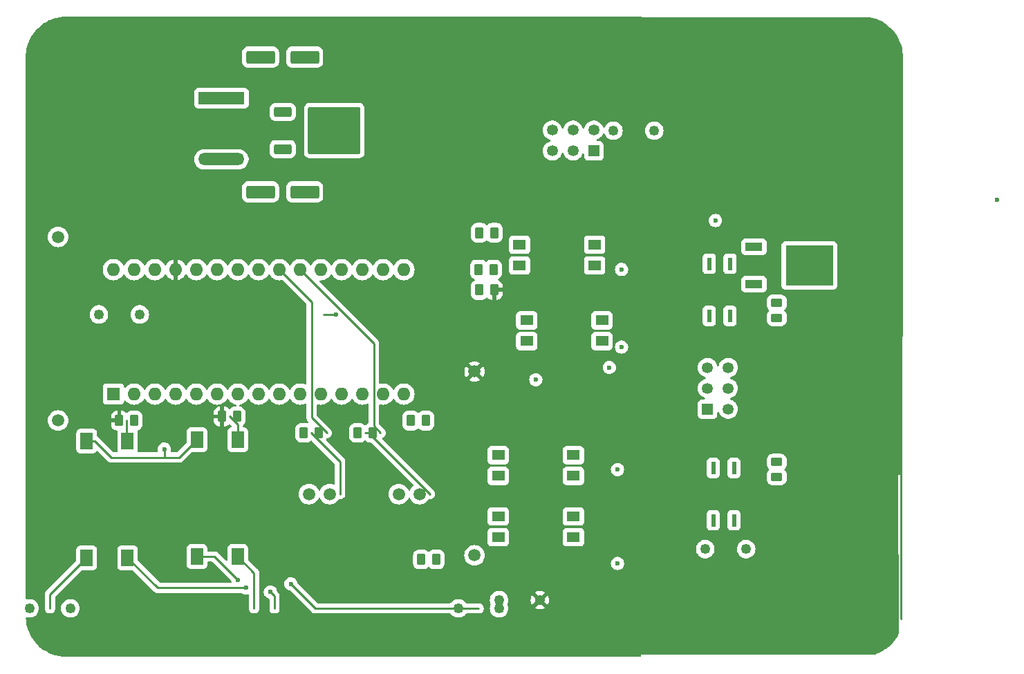
<source format=gbr>
%TF.GenerationSoftware,KiCad,Pcbnew,8.0.2-1*%
%TF.CreationDate,2024-11-25T18:38:24-05:00*%
%TF.ProjectId,EMS-Cast,454d532d-4361-4737-942e-6b696361645f,rev?*%
%TF.SameCoordinates,Original*%
%TF.FileFunction,Copper,L1,Top*%
%TF.FilePolarity,Positive*%
%FSLAX46Y46*%
G04 Gerber Fmt 4.6, Leading zero omitted, Abs format (unit mm)*
G04 Created by KiCad (PCBNEW 8.0.2-1) date 2024-11-25 18:38:24*
%MOMM*%
%LPD*%
G01*
G04 APERTURE LIST*
G04 Aperture macros list*
%AMRoundRect*
0 Rectangle with rounded corners*
0 $1 Rounding radius*
0 $2 $3 $4 $5 $6 $7 $8 $9 X,Y pos of 4 corners*
0 Add a 4 corners polygon primitive as box body*
4,1,4,$2,$3,$4,$5,$6,$7,$8,$9,$2,$3,0*
0 Add four circle primitives for the rounded corners*
1,1,$1+$1,$2,$3*
1,1,$1+$1,$4,$5*
1,1,$1+$1,$6,$7*
1,1,$1+$1,$8,$9*
0 Add four rect primitives between the rounded corners*
20,1,$1+$1,$2,$3,$4,$5,0*
20,1,$1+$1,$4,$5,$6,$7,0*
20,1,$1+$1,$6,$7,$8,$9,0*
20,1,$1+$1,$8,$9,$2,$3,0*%
G04 Aperture macros list end*
%TA.AperFunction,SMDPad,CuDef*%
%ADD10R,0.600000X1.500000*%
%TD*%
%TA.AperFunction,ComponentPad*%
%ADD11R,1.350000X1.350000*%
%TD*%
%TA.AperFunction,ComponentPad*%
%ADD12C,1.350000*%
%TD*%
%TA.AperFunction,ComponentPad*%
%ADD13C,1.250000*%
%TD*%
%TA.AperFunction,ComponentPad*%
%ADD14R,5.650000X1.500000*%
%TD*%
%TA.AperFunction,ComponentPad*%
%ADD15O,5.650000X1.500000*%
%TD*%
%TA.AperFunction,SMDPad,CuDef*%
%ADD16RoundRect,0.250000X-1.500000X-0.550000X1.500000X-0.550000X1.500000X0.550000X-1.500000X0.550000X0*%
%TD*%
%TA.AperFunction,SMDPad,CuDef*%
%ADD17RoundRect,0.250000X0.262500X0.450000X-0.262500X0.450000X-0.262500X-0.450000X0.262500X-0.450000X0*%
%TD*%
%TA.AperFunction,ComponentPad*%
%ADD18C,1.508000*%
%TD*%
%TA.AperFunction,SMDPad,CuDef*%
%ADD19RoundRect,0.250000X-0.450000X0.262500X-0.450000X-0.262500X0.450000X-0.262500X0.450000X0.262500X0*%
%TD*%
%TA.AperFunction,SMDPad,CuDef*%
%ADD20R,1.500000X2.000000*%
%TD*%
%TA.AperFunction,SMDPad,CuDef*%
%ADD21RoundRect,0.250000X-0.262500X-0.450000X0.262500X-0.450000X0.262500X0.450000X-0.262500X0.450000X0*%
%TD*%
%TA.AperFunction,ComponentPad*%
%ADD22R,1.600000X1.600000*%
%TD*%
%TA.AperFunction,ComponentPad*%
%ADD23O,1.600000X1.600000*%
%TD*%
%TA.AperFunction,SMDPad,CuDef*%
%ADD24R,1.600000X1.250000*%
%TD*%
%TA.AperFunction,SMDPad,CuDef*%
%ADD25R,2.100000X1.000000*%
%TD*%
%TA.AperFunction,SMDPad,CuDef*%
%ADD26R,5.850000X4.900000*%
%TD*%
%TA.AperFunction,SMDPad,CuDef*%
%ADD27RoundRect,0.250000X-0.850000X-0.350000X0.850000X-0.350000X0.850000X0.350000X-0.850000X0.350000X0*%
%TD*%
%TA.AperFunction,SMDPad,CuDef*%
%ADD28RoundRect,0.250000X-1.275000X-1.125000X1.275000X-1.125000X1.275000X1.125000X-1.275000X1.125000X0*%
%TD*%
%TA.AperFunction,SMDPad,CuDef*%
%ADD29RoundRect,0.249997X-2.950003X-2.650003X2.950003X-2.650003X2.950003X2.650003X-2.950003X2.650003X0*%
%TD*%
%TA.AperFunction,ComponentPad*%
%ADD30C,1.500000*%
%TD*%
%TA.AperFunction,ViaPad*%
%ADD31C,0.600000*%
%TD*%
%TA.AperFunction,Conductor*%
%ADD32C,0.250000*%
%TD*%
G04 APERTURE END LIST*
D10*
%TO.P,U3,1*%
%TO.N,/V_REF2*%
X175230000Y-108205000D03*
%TO.P,U3,2*%
%TO.N,GND*%
X177770000Y-108205000D03*
%TO.P,U3,3*%
%TO.N,Net-(Q3-D)*%
X177770000Y-101795000D03*
%TO.P,U3,4*%
%TO.N,Net-(Q3-G)*%
X175230000Y-101795000D03*
%TD*%
D11*
%TO.P,J2,1,1*%
%TO.N,/CH1P_IN*%
X160604000Y-62972500D03*
D12*
%TO.P,J2,2,2*%
%TO.N,/CH1N_IN*%
X160604000Y-60432500D03*
%TO.P,J2,3,3*%
%TO.N,unconnected-(J2-Pad3)*%
X158064000Y-62972500D03*
%TO.P,J2,4,4*%
%TO.N,unconnected-(J2-Pad4)*%
X158064000Y-60432500D03*
%TO.P,J2,5,5*%
%TO.N,/CH2P_IN*%
X155524000Y-62972500D03*
%TO.P,J2,6,6*%
%TO.N,/CH2N_IN*%
X155524000Y-60432500D03*
%TD*%
D13*
%TO.P,C3,1*%
%TO.N,Net-(Q1-G)*%
X163000000Y-60500000D03*
%TO.P,C3,2*%
%TO.N,Net-(Q1-D)*%
X168000000Y-60500000D03*
%TD*%
D14*
%TO.P,J1,1,1*%
%TO.N,Net-(IC5-INPUT)*%
X115000000Y-56510000D03*
D15*
%TO.P,J1,2,2*%
%TO.N,GND*%
X115000000Y-64000000D03*
%TD*%
D10*
%TO.P,U2,1*%
%TO.N,/V_REF1*%
X177270000Y-76795000D03*
%TO.P,U2,2*%
%TO.N,GND*%
X174730000Y-76795000D03*
%TO.P,U2,3*%
%TO.N,Net-(Q1-D)*%
X174730000Y-83205000D03*
%TO.P,U2,4*%
%TO.N,Net-(Q1-G)*%
X177270000Y-83205000D03*
%TD*%
D16*
%TO.P,C1,1*%
%TO.N,Net-(IC5-INPUT)*%
X119800000Y-51500000D03*
%TO.P,C1,2*%
%TO.N,GND*%
X125200000Y-51500000D03*
%TD*%
%TO.P,C2,1*%
%TO.N,Net-(A1-VIN)*%
X119800000Y-68000000D03*
%TO.P,C2,2*%
%TO.N,GND*%
X125200000Y-68000000D03*
%TD*%
D17*
%TO.P,R2,1*%
%TO.N,Net-(IC2-A)*%
X148317500Y-77500000D03*
%TO.P,R2,2*%
%TO.N,/CH1_EN_2*%
X146492500Y-77500000D03*
%TD*%
D13*
%TO.P,C5,1*%
%TO.N,GND*%
X91500000Y-119000000D03*
%TO.P,C5,2*%
%TO.N,/SW_CH2*%
X96500000Y-119000000D03*
%TD*%
D18*
%TO.P,D3,1,K*%
%TO.N,GND*%
X136730000Y-105000000D03*
%TO.P,D3,2,A*%
%TO.N,Net-(D3-A)*%
X139270000Y-105000000D03*
%TD*%
D17*
%TO.P,R4,1*%
%TO.N,+5V*%
X148412500Y-80000000D03*
%TO.P,R4,2*%
%TO.N,Net-(U1-A3)*%
X146587500Y-80000000D03*
%TD*%
D19*
%TO.P,R8,1*%
%TO.N,Net-(Q3-G)*%
X183000000Y-101087500D03*
%TO.P,R8,2*%
%TO.N,Net-(Q3-D)*%
X183000000Y-102912500D03*
%TD*%
%TO.P,R5,1*%
%TO.N,Net-(Q1-G)*%
X183000000Y-81587500D03*
%TO.P,R5,2*%
%TO.N,Net-(Q1-D)*%
X183000000Y-83412500D03*
%TD*%
D17*
%TO.P,R7,1*%
%TO.N,Net-(IC4-A)*%
X141317500Y-113000000D03*
%TO.P,R7,2*%
%TO.N,/CH2_EN_2*%
X139492500Y-113000000D03*
%TD*%
D20*
%TO.P,SW3,1,1*%
%TO.N,GND*%
X112000000Y-112650000D03*
X112000000Y-98350000D03*
%TO.P,SW3,2,2*%
%TO.N,/SW_CH2*%
X117000000Y-112650000D03*
X117000000Y-98350000D03*
%TD*%
D21*
%TO.P,R9,1*%
%TO.N,Net-(D2-A)*%
X125087500Y-97500000D03*
%TO.P,R9,2*%
%TO.N,Net-(A1-A3)*%
X126912500Y-97500000D03*
%TD*%
%TO.P,R6,1*%
%TO.N,Net-(IC3-A)*%
X138187500Y-96000000D03*
%TO.P,R6,2*%
%TO.N,/CH2_EN_1*%
X140012500Y-96000000D03*
%TD*%
D20*
%TO.P,SW2,1,1*%
%TO.N,GND*%
X98500000Y-112800000D03*
X98500000Y-98500000D03*
%TO.P,SW2,2,2*%
%TO.N,/SW_CH1*%
X103500000Y-112800000D03*
X103500000Y-98500000D03*
%TD*%
D22*
%TO.P,A1,1,D1/TX*%
%TO.N,unconnected-(A1-D1{slash}TX-Pad1)*%
X101780000Y-92755000D03*
D23*
%TO.P,A1,2,D0/RX*%
%TO.N,unconnected-(A1-D0{slash}RX-Pad2)*%
X104320000Y-92755000D03*
%TO.P,A1,3,~{RESET}*%
%TO.N,unconnected-(A1-~{RESET}-Pad3)*%
X106860000Y-92755000D03*
%TO.P,A1,4,GND*%
%TO.N,GND*%
X109400000Y-92755000D03*
%TO.P,A1,5,D2*%
%TO.N,unconnected-(A1-D2-Pad5)*%
X111940000Y-92755000D03*
%TO.P,A1,6,D3*%
%TO.N,unconnected-(A1-D3-Pad6)*%
X114480000Y-92755000D03*
%TO.P,A1,7,D4*%
%TO.N,/CH1_EN_1*%
X117020000Y-92755000D03*
%TO.P,A1,8,D5*%
%TO.N,/CH1_EN_2*%
X119560000Y-92755000D03*
%TO.P,A1,9,D6*%
%TO.N,/CH2_EN_1*%
X122100000Y-92755000D03*
%TO.P,A1,10,D7*%
%TO.N,/CH2_EN_2*%
X124640000Y-92755000D03*
%TO.P,A1,11,D8*%
%TO.N,/SW_CH1*%
X127180000Y-92755000D03*
%TO.P,A1,12,D9*%
%TO.N,/SW_CH2*%
X129720000Y-92755000D03*
%TO.P,A1,13,D10*%
%TO.N,unconnected-(A1-D10-Pad13)*%
X132260000Y-92755000D03*
%TO.P,A1,14,D11*%
%TO.N,unconnected-(A1-D11-Pad14)*%
X134800000Y-92755000D03*
%TO.P,A1,15,D12*%
%TO.N,unconnected-(A1-D12-Pad15)*%
X137340000Y-92755000D03*
%TO.P,A1,16,D13*%
%TO.N,unconnected-(A1-D13-Pad16)*%
X137340000Y-77515000D03*
%TO.P,A1,17,3V3*%
%TO.N,+3.3V*%
X134800000Y-77515000D03*
%TO.P,A1,18,AREF*%
%TO.N,unconnected-(A1-AREF-Pad18)*%
X132260000Y-77515000D03*
%TO.P,A1,19,A0*%
%TO.N,unconnected-(A1-A0-Pad19)*%
X129720000Y-77515000D03*
%TO.P,A1,20,A1*%
%TO.N,unconnected-(A1-A1-Pad20)*%
X127180000Y-77515000D03*
%TO.P,A1,21,A2*%
%TO.N,Net-(A1-A2)*%
X124640000Y-77515000D03*
%TO.P,A1,22,A3*%
%TO.N,Net-(A1-A3)*%
X122100000Y-77515000D03*
%TO.P,A1,23,A4*%
%TO.N,/SDA*%
X119560000Y-77515000D03*
%TO.P,A1,24,A5*%
%TO.N,/SCLK*%
X117020000Y-77515000D03*
%TO.P,A1,25,A6*%
%TO.N,unconnected-(A1-A6-Pad25)*%
X114480000Y-77515000D03*
%TO.P,A1,26,A7*%
%TO.N,unconnected-(A1-A7-Pad26)*%
X111940000Y-77515000D03*
%TO.P,A1,27,+5V*%
%TO.N,+5V*%
X109400000Y-77515000D03*
%TO.P,A1,28,~{RESET}*%
%TO.N,unconnected-(A1-~{RESET}-Pad28)*%
X106860000Y-77515000D03*
%TO.P,A1,29,GND*%
%TO.N,GND*%
X104320000Y-77515000D03*
%TO.P,A1,30,VIN*%
%TO.N,Net-(A1-VIN)*%
X101780000Y-77515000D03*
%TD*%
D17*
%TO.P,R12,1*%
%TO.N,/SW_CH1*%
X104317500Y-96000000D03*
%TO.P,R12,2*%
%TO.N,+5V*%
X102492500Y-96000000D03*
%TD*%
D11*
%TO.P,J3,1,1*%
%TO.N,/CH1P_OUT*%
X174527500Y-94604000D03*
D12*
%TO.P,J3,2,2*%
%TO.N,/CH1N_OUT*%
X177067500Y-94604000D03*
%TO.P,J3,3,3*%
%TO.N,unconnected-(J3-Pad3)*%
X174527500Y-92064000D03*
%TO.P,J3,4,4*%
%TO.N,unconnected-(J3-Pad4)*%
X177067500Y-92064000D03*
%TO.P,J3,5,5*%
%TO.N,/CH2P_OUT*%
X174527500Y-89524000D03*
%TO.P,J3,6,6*%
%TO.N,/CH2N_OUT*%
X177067500Y-89524000D03*
%TD*%
D13*
%TO.P,C6,1*%
%TO.N,GND*%
X149000000Y-119000000D03*
%TO.P,C6,2*%
%TO.N,/SW_CH1*%
X144000000Y-119000000D03*
%TD*%
D24*
%TO.P,IC1,1,A*%
%TO.N,Net-(IC1-A)*%
X151500000Y-74460000D03*
%TO.P,IC1,2,C*%
%TO.N,GND*%
X151500000Y-77000000D03*
%TO.P,IC1,3,S2*%
%TO.N,/CH1P_IN*%
X160700000Y-77000000D03*
%TO.P,IC1,4,S1*%
%TO.N,/CH1P_OUT*%
X160700000Y-74460000D03*
%TD*%
%TO.P,IC2,1,A*%
%TO.N,Net-(IC2-A)*%
X152400000Y-83730000D03*
%TO.P,IC2,2,C*%
%TO.N,GND*%
X152400000Y-86270000D03*
%TO.P,IC2,3,S2*%
%TO.N,/CH1N_OUT*%
X161600000Y-86270000D03*
%TO.P,IC2,4,S1*%
%TO.N,/CH1N_IN*%
X161600000Y-83730000D03*
%TD*%
%TO.P,IC3,1,A*%
%TO.N,Net-(IC3-A)*%
X148900000Y-100230000D03*
%TO.P,IC3,2,C*%
%TO.N,GND*%
X148900000Y-102770000D03*
%TO.P,IC3,3,S2*%
%TO.N,/CH2P_IN*%
X158100000Y-102770000D03*
%TO.P,IC3,4,S1*%
%TO.N,/CH2P_OUT*%
X158100000Y-100230000D03*
%TD*%
%TO.P,IC4,1,A*%
%TO.N,Net-(IC4-A)*%
X148900000Y-107730000D03*
%TO.P,IC4,2,C*%
%TO.N,GND*%
X148900000Y-110270000D03*
%TO.P,IC4,3,S2*%
%TO.N,/CH2N_OUT*%
X158100000Y-110270000D03*
%TO.P,IC4,4,S1*%
%TO.N,/CH2N_IN*%
X158100000Y-107730000D03*
%TD*%
D21*
%TO.P,R10,1*%
%TO.N,Net-(D3-A)*%
X131682500Y-97500000D03*
%TO.P,R10,2*%
%TO.N,Net-(A1-A2)*%
X133507500Y-97500000D03*
%TD*%
D18*
%TO.P,D2,1,K*%
%TO.N,GND*%
X125730000Y-105000000D03*
%TO.P,D2,2,A*%
%TO.N,Net-(D2-A)*%
X128270000Y-105000000D03*
%TD*%
D25*
%TO.P,IC5,1,INPUT*%
%TO.N,Net-(IC5-INPUT)*%
X180200000Y-74720000D03*
%TO.P,IC5,3,OUTPUT*%
%TO.N,Net-(A1-VIN)*%
X180200000Y-79280000D03*
D26*
%TO.P,IC5,4,GND_TAB*%
%TO.N,GND*%
X187000000Y-77000000D03*
%TD*%
D17*
%TO.P,R11,1*%
%TO.N,/SW_CH2*%
X116912500Y-95500000D03*
%TO.P,R11,2*%
%TO.N,+5V*%
X115087500Y-95500000D03*
%TD*%
D13*
%TO.P,C7,1*%
%TO.N,GND*%
X149000000Y-118000000D03*
%TO.P,C7,2*%
%TO.N,+5V*%
X154000000Y-118000000D03*
%TD*%
D27*
%TO.P,U4,1,VI*%
%TO.N,Net-(U4-VI)*%
X122525000Y-58195000D03*
D28*
%TO.P,U4,2,GND*%
%TO.N,GND*%
X127150000Y-58950000D03*
X127150000Y-62000000D03*
D29*
X128825000Y-60475000D03*
D28*
X130500000Y-58950000D03*
X130500000Y-62000000D03*
D27*
%TO.P,U4,3,VO*%
%TO.N,Net-(A1-VIN)*%
X122525000Y-62755000D03*
%TD*%
D17*
%TO.P,R1,1*%
%TO.N,Net-(IC1-A)*%
X148412500Y-73000000D03*
%TO.P,R1,2*%
%TO.N,/CH1_EN_1*%
X146587500Y-73000000D03*
%TD*%
D30*
%TO.P,C10,1*%
%TO.N,+5V*%
X146000000Y-90000000D03*
%TO.P,C10,2*%
%TO.N,GND*%
X146000000Y-112500000D03*
%TD*%
D13*
%TO.P,C4,1*%
%TO.N,Net-(Q3-G)*%
X174250000Y-111750000D03*
%TO.P,C4,2*%
%TO.N,Net-(Q3-D)*%
X179250000Y-111750000D03*
%TD*%
%TO.P,C8,1*%
%TO.N,GND*%
X100000000Y-83000000D03*
%TO.P,C8,2*%
%TO.N,+3.3V*%
X105000000Y-83000000D03*
%TD*%
D30*
%TO.P,C9,1*%
%TO.N,+3.3V*%
X95000000Y-96000000D03*
%TO.P,C9,2*%
%TO.N,GND*%
X95000000Y-73500000D03*
%TD*%
D31*
%TO.N,GND*%
X210000000Y-69000000D03*
X163500000Y-113500000D03*
X117000000Y-115500000D03*
X123500000Y-116000000D03*
X108000000Y-99500000D03*
X164000000Y-77500000D03*
%TO.N,/SW_CH1*%
X118000000Y-116500000D03*
X121000000Y-117000000D03*
%TO.N,+3.3V*%
X129000000Y-83000000D03*
%TO.N,Net-(Q1-D)*%
X164000000Y-87000000D03*
%TO.N,/CH1P_OUT*%
X175500000Y-71500000D03*
%TO.N,/CH2P_IN*%
X163500000Y-102000000D03*
%TO.N,/V_REF1*%
X162500000Y-89500000D03*
X153500000Y-91000000D03*
%TD*%
D32*
%TO.N,GND*%
X126500000Y-119000000D02*
X146500000Y-119000000D01*
X98500000Y-98500000D02*
X99500000Y-98500000D01*
X99500000Y-98500000D02*
X101500000Y-100500000D01*
X108000000Y-100500000D02*
X109850000Y-100500000D01*
X114150000Y-112650000D02*
X117000000Y-115500000D01*
X109850000Y-100500000D02*
X112000000Y-98350000D01*
X94000000Y-117300000D02*
X98500000Y-112800000D01*
X123500000Y-116000000D02*
X126500000Y-119000000D01*
X101500000Y-100500000D02*
X108000000Y-100500000D01*
X112000000Y-112650000D02*
X114150000Y-112650000D01*
X94000000Y-119000000D02*
X94000000Y-117300000D01*
X108000000Y-100500000D02*
X108000000Y-99500000D01*
%TO.N,/SW_CH2*%
X119000000Y-114650000D02*
X117000000Y-112650000D01*
X117000000Y-96500000D02*
X116000000Y-95500000D01*
X119000000Y-119000000D02*
X119000000Y-114650000D01*
X117000000Y-98350000D02*
X117000000Y-96500000D01*
%TO.N,Net-(A1-A3)*%
X126055000Y-95655000D02*
X126055000Y-81470000D01*
X129540000Y-101040000D02*
X126000000Y-97500000D01*
X126055000Y-81470000D02*
X122100000Y-77515000D01*
X127900000Y-97500000D02*
X126055000Y-95655000D01*
X129540000Y-105000000D02*
X129540000Y-101040000D01*
%TO.N,/SW_CH1*%
X121500000Y-119000000D02*
X121500000Y-117500000D01*
X103405000Y-98405000D02*
X103500000Y-98500000D01*
X121500000Y-117500000D02*
X121000000Y-117000000D01*
X103405000Y-96000000D02*
X103405000Y-98405000D01*
X107200000Y-116500000D02*
X103500000Y-112800000D01*
X118000000Y-116500000D02*
X107200000Y-116500000D01*
%TO.N,+3.3V*%
X127500000Y-83000000D02*
X129000000Y-83000000D01*
%TO.N,Net-(A1-A2)*%
X133040000Y-97500000D02*
X132595000Y-97500000D01*
X140540000Y-105000000D02*
X133040000Y-97500000D01*
X133675000Y-86550000D02*
X124640000Y-77515000D01*
X133675000Y-96680000D02*
X133675000Y-86550000D01*
X134495000Y-97500000D02*
X133675000Y-96680000D01*
%TD*%
%TA.AperFunction,Conductor*%
%TO.N,+5V*%
G36*
X166399111Y-46545248D02*
G01*
X166419753Y-46561882D01*
X166443071Y-46585200D01*
X166480009Y-46600500D01*
X194340976Y-46600500D01*
X194366680Y-46603193D01*
X194728382Y-46679836D01*
X194738406Y-46682402D01*
X195126217Y-46799115D01*
X195135994Y-46802508D01*
X195512733Y-46951176D01*
X195522184Y-46955369D01*
X195885201Y-47134944D01*
X195894274Y-47139914D01*
X196241065Y-47349160D01*
X196249661Y-47354849D01*
X196577783Y-47592296D01*
X196585909Y-47598711D01*
X196893057Y-47862684D01*
X196900618Y-47869752D01*
X196988951Y-47959523D01*
X197184666Y-48158425D01*
X197191614Y-48166101D01*
X197450604Y-48477480D01*
X197456887Y-48485710D01*
X197688990Y-48817602D01*
X197694564Y-48826327D01*
X197898169Y-49176423D01*
X197902996Y-49185583D01*
X198076684Y-49551446D01*
X198080730Y-49560977D01*
X198223289Y-49940051D01*
X198226526Y-49949886D01*
X198336963Y-50339535D01*
X198339368Y-50349605D01*
X198416917Y-50747119D01*
X198418473Y-50757356D01*
X198462585Y-51159937D01*
X198463282Y-51170267D01*
X198473656Y-51575128D01*
X198473489Y-51585481D01*
X198452075Y-51954862D01*
X198449517Y-51966013D01*
X198449504Y-51991318D01*
X198448889Y-52003584D01*
X198447757Y-52014907D01*
X198449482Y-52030979D01*
X198413983Y-119929703D01*
X198413966Y-119929823D01*
X198413966Y-119961760D01*
X198413848Y-119967168D01*
X198399017Y-120306891D01*
X198376427Y-120373008D01*
X198321678Y-120416417D01*
X198252152Y-120423334D01*
X198189922Y-120391565D01*
X198154747Y-120331195D01*
X198151135Y-120301830D01*
X198150776Y-120173356D01*
X198101843Y-102679726D01*
X198091186Y-102654202D01*
X198086439Y-102642831D01*
X198086437Y-102642828D01*
X198058092Y-102614641D01*
X198058086Y-102614637D01*
X198021109Y-102599442D01*
X197981124Y-102599554D01*
X197944232Y-102614957D01*
X197944229Y-102614959D01*
X197916042Y-102643304D01*
X197916038Y-102643310D01*
X197900843Y-102680287D01*
X197954930Y-122016533D01*
X197940919Y-122074137D01*
X197753371Y-122434415D01*
X197747963Y-122443783D01*
X197521775Y-122798828D01*
X197515570Y-122807689D01*
X197259306Y-123141660D01*
X197252352Y-123149947D01*
X196967958Y-123460309D01*
X196960309Y-123467958D01*
X196649947Y-123752352D01*
X196641660Y-123759306D01*
X196307689Y-124015570D01*
X196298828Y-124021775D01*
X195943783Y-124247963D01*
X195934415Y-124253371D01*
X195561022Y-124447746D01*
X195551217Y-124452318D01*
X195162304Y-124613410D01*
X195152139Y-124617110D01*
X195067612Y-124643761D01*
X195030325Y-124649500D01*
X166480007Y-124649500D01*
X166443071Y-124664799D01*
X166414799Y-124693071D01*
X166399500Y-124730007D01*
X166399500Y-124769989D01*
X166400633Y-124775686D01*
X166394404Y-124845278D01*
X166351541Y-124900454D01*
X166285651Y-124923698D01*
X166279060Y-124923876D01*
X96002736Y-124949499D01*
X95997282Y-124949381D01*
X95574029Y-124930902D01*
X95563253Y-124929959D01*
X95145900Y-124875013D01*
X95135247Y-124873135D01*
X94724258Y-124782021D01*
X94713808Y-124779221D01*
X94702596Y-124775686D01*
X94350911Y-124664800D01*
X94312335Y-124652637D01*
X94302170Y-124648937D01*
X93913249Y-124487840D01*
X93903445Y-124483268D01*
X93530057Y-124288895D01*
X93520689Y-124283487D01*
X93165651Y-124057303D01*
X93156790Y-124051098D01*
X92822810Y-123794826D01*
X92814523Y-123787872D01*
X92666430Y-123652170D01*
X92504166Y-123503482D01*
X92496517Y-123495833D01*
X92463965Y-123460309D01*
X92212122Y-123185470D01*
X92205173Y-123177189D01*
X91948901Y-122843209D01*
X91942696Y-122834348D01*
X91925712Y-122807689D01*
X91716511Y-122479309D01*
X91711104Y-122469942D01*
X91610644Y-122276960D01*
X91516728Y-122096548D01*
X91512159Y-122086750D01*
X91499513Y-122056221D01*
X91351061Y-121697827D01*
X91347362Y-121687664D01*
X91220773Y-121286173D01*
X91217981Y-121275753D01*
X91126861Y-120864739D01*
X91124988Y-120854113D01*
X91070038Y-120436726D01*
X91069098Y-120425988D01*
X91060352Y-120225662D01*
X91077094Y-120157829D01*
X91127852Y-120109815D01*
X91196511Y-120096864D01*
X91207004Y-120098363D01*
X91394966Y-120133500D01*
X91394968Y-120133500D01*
X91605032Y-120133500D01*
X91605034Y-120133500D01*
X91811526Y-120094900D01*
X92007409Y-120019015D01*
X92186013Y-119908428D01*
X92341255Y-119766905D01*
X92467850Y-119599267D01*
X92561485Y-119411222D01*
X92618973Y-119209172D01*
X92638356Y-119000000D01*
X92618973Y-118790828D01*
X92561485Y-118588778D01*
X92467850Y-118400733D01*
X92341255Y-118233095D01*
X92186013Y-118091572D01*
X92186010Y-118091570D01*
X92186009Y-118091569D01*
X92007412Y-117980986D01*
X92007406Y-117980983D01*
X91853025Y-117921176D01*
X91811526Y-117905100D01*
X91605034Y-117866500D01*
X91394966Y-117866500D01*
X91197285Y-117903453D01*
X91127770Y-117896422D01*
X91073091Y-117852924D01*
X91050609Y-117786770D01*
X91050500Y-117781564D01*
X91050500Y-117237601D01*
X93366500Y-117237601D01*
X93366500Y-119062398D01*
X93390843Y-119184777D01*
X93390845Y-119184785D01*
X93438598Y-119300072D01*
X93438603Y-119300081D01*
X93507928Y-119403832D01*
X93507931Y-119403836D01*
X93596163Y-119492068D01*
X93596167Y-119492071D01*
X93699918Y-119561396D01*
X93699924Y-119561399D01*
X93699925Y-119561400D01*
X93815215Y-119609155D01*
X93937601Y-119633499D01*
X93937605Y-119633500D01*
X93937606Y-119633500D01*
X94062395Y-119633500D01*
X94062396Y-119633499D01*
X94184785Y-119609155D01*
X94300075Y-119561400D01*
X94403833Y-119492071D01*
X94492071Y-119403833D01*
X94561400Y-119300075D01*
X94609155Y-119184785D01*
X94633500Y-119062394D01*
X94633500Y-119000000D01*
X95361644Y-119000000D01*
X95381026Y-119209167D01*
X95381026Y-119209169D01*
X95381027Y-119209172D01*
X95436413Y-119403833D01*
X95438516Y-119411225D01*
X95513295Y-119561401D01*
X95532150Y-119599267D01*
X95658745Y-119766905D01*
X95813987Y-119908428D01*
X95813989Y-119908429D01*
X95813990Y-119908430D01*
X95992587Y-120019013D01*
X95992593Y-120019016D01*
X96034090Y-120035091D01*
X96188474Y-120094900D01*
X96394966Y-120133500D01*
X96394968Y-120133500D01*
X96605032Y-120133500D01*
X96605034Y-120133500D01*
X96811526Y-120094900D01*
X97007409Y-120019015D01*
X97186013Y-119908428D01*
X97341255Y-119766905D01*
X97467850Y-119599267D01*
X97561485Y-119411222D01*
X97618973Y-119209172D01*
X97638356Y-119000000D01*
X97618973Y-118790828D01*
X97561485Y-118588778D01*
X97467850Y-118400733D01*
X97341255Y-118233095D01*
X97186013Y-118091572D01*
X97186010Y-118091570D01*
X97186009Y-118091569D01*
X97007412Y-117980986D01*
X97007406Y-117980983D01*
X96853025Y-117921176D01*
X96811526Y-117905100D01*
X96605034Y-117866500D01*
X96394966Y-117866500D01*
X96188474Y-117905100D01*
X96188471Y-117905100D01*
X96188471Y-117905101D01*
X95992593Y-117980983D01*
X95992587Y-117980986D01*
X95813990Y-118091569D01*
X95658744Y-118233095D01*
X95532150Y-118400732D01*
X95438516Y-118588774D01*
X95381026Y-118790832D01*
X95361644Y-119000000D01*
X94633500Y-119000000D01*
X94633500Y-117613766D01*
X94653185Y-117546727D01*
X94669819Y-117526085D01*
X97851085Y-114344819D01*
X97912408Y-114311334D01*
X97938766Y-114308500D01*
X99298638Y-114308500D01*
X99298654Y-114308499D01*
X99325692Y-114305591D01*
X99359201Y-114301989D01*
X99496204Y-114250889D01*
X99613261Y-114163261D01*
X99700889Y-114046204D01*
X99751989Y-113909201D01*
X99755591Y-113875692D01*
X99758499Y-113848654D01*
X99758500Y-113848637D01*
X99758500Y-111751362D01*
X99758499Y-111751345D01*
X102241500Y-111751345D01*
X102241500Y-113848654D01*
X102248011Y-113909202D01*
X102248011Y-113909204D01*
X102284593Y-114007281D01*
X102299111Y-114046204D01*
X102386739Y-114163261D01*
X102503796Y-114250889D01*
X102640799Y-114301989D01*
X102668050Y-114304918D01*
X102701345Y-114308499D01*
X102701362Y-114308500D01*
X104061234Y-114308500D01*
X104128273Y-114328185D01*
X104148915Y-114344819D01*
X106707929Y-116903833D01*
X106785079Y-116980983D01*
X106796168Y-116992072D01*
X106899918Y-117061396D01*
X106899924Y-117061399D01*
X106899925Y-117061400D01*
X107015215Y-117109155D01*
X107137601Y-117133499D01*
X107137605Y-117133500D01*
X107137606Y-117133500D01*
X117452840Y-117133500D01*
X117518812Y-117152507D01*
X117646977Y-117233039D01*
X117646980Y-117233041D01*
X117646984Y-117233042D01*
X117646985Y-117233043D01*
X117788274Y-117282482D01*
X117818953Y-117293217D01*
X117818958Y-117293218D01*
X117999996Y-117313616D01*
X118000000Y-117313616D01*
X118000004Y-117313616D01*
X118181041Y-117293218D01*
X118181043Y-117293217D01*
X118181047Y-117293217D01*
X118181050Y-117293216D01*
X118201544Y-117286045D01*
X118271322Y-117282482D01*
X118331950Y-117317210D01*
X118364178Y-117379203D01*
X118366500Y-117403086D01*
X118366500Y-119062398D01*
X118390843Y-119184777D01*
X118390845Y-119184785D01*
X118438598Y-119300072D01*
X118438603Y-119300081D01*
X118507928Y-119403832D01*
X118507931Y-119403836D01*
X118596163Y-119492068D01*
X118596167Y-119492071D01*
X118699918Y-119561396D01*
X118699924Y-119561399D01*
X118699925Y-119561400D01*
X118815215Y-119609155D01*
X118937601Y-119633499D01*
X118937605Y-119633500D01*
X118937606Y-119633500D01*
X119062395Y-119633500D01*
X119062396Y-119633499D01*
X119184785Y-119609155D01*
X119300075Y-119561400D01*
X119403833Y-119492071D01*
X119492071Y-119403833D01*
X119561400Y-119300075D01*
X119609155Y-119184785D01*
X119633500Y-119062394D01*
X119633500Y-116999996D01*
X120186384Y-116999996D01*
X120186384Y-117000003D01*
X120206781Y-117181041D01*
X120206782Y-117181046D01*
X120266958Y-117353017D01*
X120320109Y-117437606D01*
X120363889Y-117507281D01*
X120492719Y-117636111D01*
X120646985Y-117733043D01*
X120783455Y-117780795D01*
X120840230Y-117821517D01*
X120865978Y-117886469D01*
X120866500Y-117897837D01*
X120866500Y-119062398D01*
X120890843Y-119184777D01*
X120890845Y-119184785D01*
X120938598Y-119300072D01*
X120938603Y-119300081D01*
X121007928Y-119403832D01*
X121007931Y-119403836D01*
X121096163Y-119492068D01*
X121096167Y-119492071D01*
X121199918Y-119561396D01*
X121199924Y-119561399D01*
X121199925Y-119561400D01*
X121315215Y-119609155D01*
X121437601Y-119633499D01*
X121437605Y-119633500D01*
X121437606Y-119633500D01*
X121562395Y-119633500D01*
X121562396Y-119633499D01*
X121684785Y-119609155D01*
X121800075Y-119561400D01*
X121903833Y-119492071D01*
X121992071Y-119403833D01*
X122061400Y-119300075D01*
X122109155Y-119184785D01*
X122133500Y-119062394D01*
X122133500Y-117437606D01*
X122109155Y-117315215D01*
X122100043Y-117293217D01*
X122097072Y-117286045D01*
X122061404Y-117199932D01*
X122061403Y-117199931D01*
X122061401Y-117199925D01*
X122048787Y-117181047D01*
X121992073Y-117096168D01*
X121943503Y-117047598D01*
X121833846Y-116937941D01*
X121800363Y-116876620D01*
X121798309Y-116864144D01*
X121793218Y-116818958D01*
X121793217Y-116818953D01*
X121789360Y-116807930D01*
X121733043Y-116646985D01*
X121636111Y-116492719D01*
X121507281Y-116363889D01*
X121353015Y-116266957D01*
X121298693Y-116247949D01*
X121181046Y-116206782D01*
X121181041Y-116206781D01*
X121000004Y-116186384D01*
X120999996Y-116186384D01*
X120818958Y-116206781D01*
X120818953Y-116206782D01*
X120646982Y-116266958D01*
X120492718Y-116363889D01*
X120363889Y-116492718D01*
X120266958Y-116646982D01*
X120206782Y-116818953D01*
X120206781Y-116818958D01*
X120186384Y-116999996D01*
X119633500Y-116999996D01*
X119633500Y-115999996D01*
X122686384Y-115999996D01*
X122686384Y-116000003D01*
X122706781Y-116181041D01*
X122706782Y-116181046D01*
X122766958Y-116353017D01*
X122854738Y-116492718D01*
X122863889Y-116507281D01*
X122992719Y-116636111D01*
X123146985Y-116733043D01*
X123318953Y-116793217D01*
X123318958Y-116793218D01*
X123364144Y-116798309D01*
X123428558Y-116825375D01*
X123437943Y-116833848D01*
X126096163Y-119492069D01*
X126096167Y-119492072D01*
X126199921Y-119561399D01*
X126199923Y-119561399D01*
X126199925Y-119561401D01*
X126281447Y-119595168D01*
X126315215Y-119609155D01*
X126315217Y-119609155D01*
X126315222Y-119609157D01*
X126437601Y-119633499D01*
X126437605Y-119633500D01*
X126437606Y-119633500D01*
X126437607Y-119633500D01*
X126562394Y-119633500D01*
X142996257Y-119633500D01*
X143063296Y-119653185D01*
X143095211Y-119682773D01*
X143158745Y-119766905D01*
X143313987Y-119908428D01*
X143313989Y-119908429D01*
X143313990Y-119908430D01*
X143492587Y-120019013D01*
X143492593Y-120019016D01*
X143534090Y-120035091D01*
X143688474Y-120094900D01*
X143894966Y-120133500D01*
X143894968Y-120133500D01*
X144105032Y-120133500D01*
X144105034Y-120133500D01*
X144311526Y-120094900D01*
X144507409Y-120019015D01*
X144686013Y-119908428D01*
X144841255Y-119766905D01*
X144904789Y-119682773D01*
X144960898Y-119641137D01*
X145003743Y-119633500D01*
X146562395Y-119633500D01*
X146562396Y-119633499D01*
X146684785Y-119609155D01*
X146800075Y-119561400D01*
X146903833Y-119492071D01*
X146992071Y-119403833D01*
X147061400Y-119300075D01*
X147109155Y-119184785D01*
X147133500Y-119062394D01*
X147133500Y-118937606D01*
X147109155Y-118815215D01*
X147061400Y-118699925D01*
X147061399Y-118699924D01*
X147061396Y-118699918D01*
X146992071Y-118596167D01*
X146992068Y-118596163D01*
X146903836Y-118507931D01*
X146903832Y-118507928D01*
X146800081Y-118438603D01*
X146800072Y-118438598D01*
X146684785Y-118390845D01*
X146684777Y-118390843D01*
X146562398Y-118366500D01*
X146562394Y-118366500D01*
X145003743Y-118366500D01*
X144936704Y-118346815D01*
X144904789Y-118317227D01*
X144841255Y-118233095D01*
X144806580Y-118201484D01*
X144686013Y-118091572D01*
X144686010Y-118091570D01*
X144686009Y-118091569D01*
X144538121Y-118000000D01*
X147861644Y-118000000D01*
X147881026Y-118209167D01*
X147881026Y-118209169D01*
X147881027Y-118209172D01*
X147887026Y-118230255D01*
X147938515Y-118411223D01*
X147955199Y-118444729D01*
X147967459Y-118513515D01*
X147955199Y-118555271D01*
X147938515Y-118588776D01*
X147881026Y-118790832D01*
X147861644Y-119000000D01*
X147881026Y-119209167D01*
X147881026Y-119209169D01*
X147881027Y-119209172D01*
X147936413Y-119403833D01*
X147938516Y-119411225D01*
X148013295Y-119561401D01*
X148032150Y-119599267D01*
X148158745Y-119766905D01*
X148313987Y-119908428D01*
X148313989Y-119908429D01*
X148313990Y-119908430D01*
X148492587Y-120019013D01*
X148492593Y-120019016D01*
X148534090Y-120035091D01*
X148688474Y-120094900D01*
X148894966Y-120133500D01*
X148894968Y-120133500D01*
X149105032Y-120133500D01*
X149105034Y-120133500D01*
X149311526Y-120094900D01*
X149507409Y-120019015D01*
X149686013Y-119908428D01*
X149841255Y-119766905D01*
X149967850Y-119599267D01*
X150061485Y-119411222D01*
X150118973Y-119209172D01*
X150138356Y-119000000D01*
X150118973Y-118790828D01*
X150061485Y-118588778D01*
X150044799Y-118555269D01*
X150032538Y-118486488D01*
X150044798Y-118444732D01*
X150061485Y-118411222D01*
X150118973Y-118209172D01*
X150138356Y-118000000D01*
X150138356Y-117999999D01*
X152870180Y-117999999D01*
X152870180Y-118000000D01*
X152889416Y-118207603D01*
X152889417Y-118207605D01*
X152946472Y-118408133D01*
X152946478Y-118408148D01*
X153039406Y-118594771D01*
X153039409Y-118594776D01*
X153044684Y-118601760D01*
X153044685Y-118601760D01*
X153625000Y-118021446D01*
X153625000Y-118049370D01*
X153650556Y-118144745D01*
X153699925Y-118230255D01*
X153769745Y-118300075D01*
X153855255Y-118349444D01*
X153950630Y-118375000D01*
X153978553Y-118375000D01*
X153401151Y-118952399D01*
X153496394Y-119011372D01*
X153496396Y-119011373D01*
X153690802Y-119086686D01*
X153690812Y-119086689D01*
X153895756Y-119125000D01*
X154104244Y-119125000D01*
X154309187Y-119086689D01*
X154309197Y-119086686D01*
X154503603Y-119011373D01*
X154503607Y-119011371D01*
X154598846Y-118952400D01*
X154598846Y-118952399D01*
X154021448Y-118375000D01*
X154049370Y-118375000D01*
X154144745Y-118349444D01*
X154230255Y-118300075D01*
X154300075Y-118230255D01*
X154349444Y-118144745D01*
X154375000Y-118049370D01*
X154375000Y-118021448D01*
X154955313Y-118601761D01*
X154955313Y-118601760D01*
X154960593Y-118594771D01*
X155053521Y-118408148D01*
X155053527Y-118408133D01*
X155110582Y-118207605D01*
X155110583Y-118207603D01*
X155129820Y-118000000D01*
X155129820Y-117999999D01*
X155110583Y-117792396D01*
X155110582Y-117792394D01*
X155053527Y-117591866D01*
X155053521Y-117591851D01*
X154960593Y-117405227D01*
X154955313Y-117398238D01*
X154375000Y-117978551D01*
X154375000Y-117950630D01*
X154349444Y-117855255D01*
X154300075Y-117769745D01*
X154230255Y-117699925D01*
X154144745Y-117650556D01*
X154049370Y-117625000D01*
X154021448Y-117625000D01*
X154598847Y-117047599D01*
X154503602Y-116988626D01*
X154503601Y-116988625D01*
X154309197Y-116913313D01*
X154309187Y-116913310D01*
X154104244Y-116875000D01*
X153895756Y-116875000D01*
X153690812Y-116913310D01*
X153690811Y-116913310D01*
X153496398Y-116988625D01*
X153496392Y-116988629D01*
X153401152Y-117047598D01*
X153401151Y-117047599D01*
X153978553Y-117625000D01*
X153950630Y-117625000D01*
X153855255Y-117650556D01*
X153769745Y-117699925D01*
X153699925Y-117769745D01*
X153650556Y-117855255D01*
X153625000Y-117950630D01*
X153625000Y-117978552D01*
X153044685Y-117398237D01*
X153039412Y-117405219D01*
X153039404Y-117405232D01*
X152946478Y-117591851D01*
X152946472Y-117591866D01*
X152889417Y-117792394D01*
X152889416Y-117792396D01*
X152870180Y-117999999D01*
X150138356Y-117999999D01*
X150118973Y-117790828D01*
X150061485Y-117588778D01*
X149967850Y-117400733D01*
X149841255Y-117233095D01*
X149686013Y-117091572D01*
X149686010Y-117091570D01*
X149686009Y-117091569D01*
X149507412Y-116980986D01*
X149507406Y-116980983D01*
X149332726Y-116913313D01*
X149311526Y-116905100D01*
X149105034Y-116866500D01*
X148894966Y-116866500D01*
X148688474Y-116905100D01*
X148688471Y-116905100D01*
X148688471Y-116905101D01*
X148492593Y-116980983D01*
X148492587Y-116980986D01*
X148313990Y-117091569D01*
X148158744Y-117233095D01*
X148032150Y-117400732D01*
X147938516Y-117588774D01*
X147938515Y-117588778D01*
X147897469Y-117733042D01*
X147881026Y-117790832D01*
X147861644Y-118000000D01*
X144538121Y-118000000D01*
X144507412Y-117980986D01*
X144507406Y-117980983D01*
X144353025Y-117921176D01*
X144311526Y-117905100D01*
X144105034Y-117866500D01*
X143894966Y-117866500D01*
X143688474Y-117905100D01*
X143688471Y-117905100D01*
X143688471Y-117905101D01*
X143492593Y-117980983D01*
X143492587Y-117980986D01*
X143313990Y-118091569D01*
X143158744Y-118233095D01*
X143095211Y-118317227D01*
X143039102Y-118358863D01*
X142996257Y-118366500D01*
X126813767Y-118366500D01*
X126746728Y-118346815D01*
X126726086Y-118330181D01*
X124333848Y-115937943D01*
X124300363Y-115876620D01*
X124298309Y-115864144D01*
X124293218Y-115818958D01*
X124293217Y-115818953D01*
X124233043Y-115646985D01*
X124136111Y-115492719D01*
X124007281Y-115363889D01*
X123853015Y-115266957D01*
X123798693Y-115247949D01*
X123681046Y-115206782D01*
X123681041Y-115206781D01*
X123500004Y-115186384D01*
X123499996Y-115186384D01*
X123318958Y-115206781D01*
X123318953Y-115206782D01*
X123146982Y-115266958D01*
X122992718Y-115363889D01*
X122863889Y-115492718D01*
X122766958Y-115646982D01*
X122706782Y-115818953D01*
X122706781Y-115818958D01*
X122686384Y-115999996D01*
X119633500Y-115999996D01*
X119633500Y-114587606D01*
X119609155Y-114465215D01*
X119561400Y-114349925D01*
X119561399Y-114349924D01*
X119561396Y-114349918D01*
X119492072Y-114246168D01*
X119454402Y-114208498D01*
X119403833Y-114157929D01*
X118294819Y-113048915D01*
X118261334Y-112987592D01*
X118258500Y-112961234D01*
X118258500Y-112499447D01*
X138471500Y-112499447D01*
X138471500Y-113500537D01*
X138471501Y-113500553D01*
X138482113Y-113604427D01*
X138513331Y-113698637D01*
X138537885Y-113772738D01*
X138630970Y-113923652D01*
X138756348Y-114049030D01*
X138907262Y-114142115D01*
X139075574Y-114197887D01*
X139179455Y-114208500D01*
X139805544Y-114208499D01*
X139909426Y-114197887D01*
X140077738Y-114142115D01*
X140228652Y-114049030D01*
X140317319Y-113960363D01*
X140378642Y-113926878D01*
X140448334Y-113931862D01*
X140492681Y-113960363D01*
X140581348Y-114049030D01*
X140732262Y-114142115D01*
X140900574Y-114197887D01*
X141004455Y-114208500D01*
X141630544Y-114208499D01*
X141734426Y-114197887D01*
X141902738Y-114142115D01*
X142053652Y-114049030D01*
X142179030Y-113923652D01*
X142272115Y-113772738D01*
X142327887Y-113604426D01*
X142338500Y-113500545D01*
X142338499Y-112499997D01*
X144736693Y-112499997D01*
X144736693Y-112500002D01*
X144755884Y-112719365D01*
X144755885Y-112719372D01*
X144772339Y-112780777D01*
X144812880Y-112932076D01*
X144812881Y-112932079D01*
X144812882Y-112932081D01*
X144841158Y-112992719D01*
X144905944Y-113131654D01*
X145032251Y-113312038D01*
X145187962Y-113467749D01*
X145368346Y-113594056D01*
X145567924Y-113687120D01*
X145780629Y-113744115D01*
X145937322Y-113757823D01*
X145999998Y-113763307D01*
X146000000Y-113763307D01*
X146000002Y-113763307D01*
X146054842Y-113758509D01*
X146219371Y-113744115D01*
X146432076Y-113687120D01*
X146631654Y-113594056D01*
X146765985Y-113499996D01*
X162686384Y-113499996D01*
X162686384Y-113500003D01*
X162706781Y-113681041D01*
X162706782Y-113681046D01*
X162734131Y-113759204D01*
X162765425Y-113848638D01*
X162766958Y-113853017D01*
X162802261Y-113909201D01*
X162863889Y-114007281D01*
X162992719Y-114136111D01*
X163146985Y-114233043D01*
X163318953Y-114293217D01*
X163318958Y-114293218D01*
X163499996Y-114313616D01*
X163500000Y-114313616D01*
X163500004Y-114313616D01*
X163681041Y-114293218D01*
X163681044Y-114293217D01*
X163681047Y-114293217D01*
X163853015Y-114233043D01*
X164007281Y-114136111D01*
X164136111Y-114007281D01*
X164233043Y-113853015D01*
X164293217Y-113681047D01*
X164301850Y-113604426D01*
X164313616Y-113500003D01*
X164313616Y-113499996D01*
X164293218Y-113318958D01*
X164293217Y-113318953D01*
X164290797Y-113312038D01*
X164233043Y-113146985D01*
X164136111Y-112992719D01*
X164007281Y-112863889D01*
X163856292Y-112769016D01*
X163853017Y-112766958D01*
X163853016Y-112766957D01*
X163853015Y-112766957D01*
X163798693Y-112747949D01*
X163681046Y-112706782D01*
X163681041Y-112706781D01*
X163500004Y-112686384D01*
X163499996Y-112686384D01*
X163318958Y-112706781D01*
X163318953Y-112706782D01*
X163146982Y-112766958D01*
X162992718Y-112863889D01*
X162863889Y-112992718D01*
X162766958Y-113146982D01*
X162706782Y-113318953D01*
X162706781Y-113318958D01*
X162686384Y-113499996D01*
X146765985Y-113499996D01*
X146812038Y-113467749D01*
X146967749Y-113312038D01*
X147094056Y-113131654D01*
X147187120Y-112932076D01*
X147244115Y-112719371D01*
X147263307Y-112500000D01*
X147263259Y-112499456D01*
X147244115Y-112280634D01*
X147244115Y-112280629D01*
X147187120Y-112067924D01*
X147094056Y-111868347D01*
X147094054Y-111868344D01*
X147094053Y-111868342D01*
X147011189Y-111750000D01*
X173111644Y-111750000D01*
X173131026Y-111959167D01*
X173131026Y-111959169D01*
X173131027Y-111959172D01*
X173167853Y-112088603D01*
X173188516Y-112161225D01*
X173282150Y-112349267D01*
X173395976Y-112499997D01*
X173408745Y-112516905D01*
X173563987Y-112658428D01*
X173563989Y-112658429D01*
X173563990Y-112658430D01*
X173742587Y-112769013D01*
X173742593Y-112769016D01*
X173784090Y-112785091D01*
X173938474Y-112844900D01*
X174144966Y-112883500D01*
X174144968Y-112883500D01*
X174355032Y-112883500D01*
X174355034Y-112883500D01*
X174561526Y-112844900D01*
X174757409Y-112769015D01*
X174936013Y-112658428D01*
X175091255Y-112516905D01*
X175217850Y-112349267D01*
X175311485Y-112161222D01*
X175368973Y-111959172D01*
X175388356Y-111750000D01*
X178111644Y-111750000D01*
X178131026Y-111959167D01*
X178131026Y-111959169D01*
X178131027Y-111959172D01*
X178167853Y-112088603D01*
X178188516Y-112161225D01*
X178282150Y-112349267D01*
X178395976Y-112499997D01*
X178408745Y-112516905D01*
X178563987Y-112658428D01*
X178563989Y-112658429D01*
X178563990Y-112658430D01*
X178742587Y-112769013D01*
X178742593Y-112769016D01*
X178784090Y-112785091D01*
X178938474Y-112844900D01*
X179144966Y-112883500D01*
X179144968Y-112883500D01*
X179355032Y-112883500D01*
X179355034Y-112883500D01*
X179561526Y-112844900D01*
X179757409Y-112769015D01*
X179936013Y-112658428D01*
X180091255Y-112516905D01*
X180217850Y-112349267D01*
X180311485Y-112161222D01*
X180368973Y-111959172D01*
X180388356Y-111750000D01*
X180368973Y-111540828D01*
X180311485Y-111338778D01*
X180217850Y-111150733D01*
X180091255Y-110983095D01*
X179936013Y-110841572D01*
X179936010Y-110841570D01*
X179936009Y-110841569D01*
X179757412Y-110730986D01*
X179757406Y-110730983D01*
X179603025Y-110671176D01*
X179561526Y-110655100D01*
X179355034Y-110616500D01*
X179144966Y-110616500D01*
X178938474Y-110655100D01*
X178938471Y-110655100D01*
X178938471Y-110655101D01*
X178742593Y-110730983D01*
X178742587Y-110730986D01*
X178563990Y-110841569D01*
X178408744Y-110983095D01*
X178282150Y-111150732D01*
X178188516Y-111338774D01*
X178188515Y-111338778D01*
X178131037Y-111540795D01*
X178131026Y-111540832D01*
X178111644Y-111750000D01*
X175388356Y-111750000D01*
X175368973Y-111540828D01*
X175311485Y-111338778D01*
X175217850Y-111150733D01*
X175091255Y-110983095D01*
X174936013Y-110841572D01*
X174936010Y-110841570D01*
X174936009Y-110841569D01*
X174757412Y-110730986D01*
X174757406Y-110730983D01*
X174603025Y-110671176D01*
X174561526Y-110655100D01*
X174355034Y-110616500D01*
X174144966Y-110616500D01*
X173938474Y-110655100D01*
X173938471Y-110655100D01*
X173938471Y-110655101D01*
X173742593Y-110730983D01*
X173742587Y-110730986D01*
X173563990Y-110841569D01*
X173408744Y-110983095D01*
X173282150Y-111150732D01*
X173188516Y-111338774D01*
X173188515Y-111338778D01*
X173131037Y-111540795D01*
X173131026Y-111540832D01*
X173111644Y-111750000D01*
X147011189Y-111750000D01*
X146969734Y-111690797D01*
X146967749Y-111687962D01*
X146812038Y-111532251D01*
X146631654Y-111405944D01*
X146627048Y-111403796D01*
X146432081Y-111312882D01*
X146432079Y-111312881D01*
X146432076Y-111312880D01*
X146280777Y-111272339D01*
X146219372Y-111255885D01*
X146219365Y-111255884D01*
X146000002Y-111236693D01*
X145999998Y-111236693D01*
X145780634Y-111255884D01*
X145780627Y-111255885D01*
X145567920Y-111312881D01*
X145368346Y-111405944D01*
X145368342Y-111405946D01*
X145187967Y-111532247D01*
X145187960Y-111532252D01*
X145032252Y-111687960D01*
X145032247Y-111687967D01*
X144905946Y-111868342D01*
X144905944Y-111868346D01*
X144812881Y-112067920D01*
X144755885Y-112280627D01*
X144755884Y-112280634D01*
X144736693Y-112499997D01*
X142338499Y-112499997D01*
X142338499Y-112499456D01*
X142327887Y-112395574D01*
X142272115Y-112227262D01*
X142179030Y-112076348D01*
X142053652Y-111950970D01*
X141919698Y-111868346D01*
X141902740Y-111857886D01*
X141902735Y-111857884D01*
X141734427Y-111802113D01*
X141630546Y-111791500D01*
X141004462Y-111791500D01*
X141004446Y-111791501D01*
X140900572Y-111802113D01*
X140732264Y-111857884D01*
X140732259Y-111857886D01*
X140581346Y-111950971D01*
X140492681Y-112039637D01*
X140431358Y-112073122D01*
X140361666Y-112068138D01*
X140317319Y-112039637D01*
X140228653Y-111950971D01*
X140228652Y-111950970D01*
X140094698Y-111868346D01*
X140077740Y-111857886D01*
X140077735Y-111857884D01*
X139909427Y-111802113D01*
X139805546Y-111791500D01*
X139179462Y-111791500D01*
X139179446Y-111791501D01*
X139075572Y-111802113D01*
X138907264Y-111857884D01*
X138907259Y-111857886D01*
X138756346Y-111950971D01*
X138630971Y-112076346D01*
X138537886Y-112227259D01*
X138537884Y-112227264D01*
X138482113Y-112395572D01*
X138471500Y-112499447D01*
X118258500Y-112499447D01*
X118258500Y-111601362D01*
X118258499Y-111601345D01*
X118253386Y-111553795D01*
X118251989Y-111540799D01*
X118248801Y-111532252D01*
X118213176Y-111436739D01*
X118200889Y-111403796D01*
X118113261Y-111286739D01*
X117996204Y-111199111D01*
X117859203Y-111148011D01*
X117798654Y-111141500D01*
X117798638Y-111141500D01*
X116201362Y-111141500D01*
X116201345Y-111141500D01*
X116140797Y-111148011D01*
X116140795Y-111148011D01*
X116003795Y-111199111D01*
X115886739Y-111286739D01*
X115799111Y-111403795D01*
X115748011Y-111540795D01*
X115748011Y-111540797D01*
X115741500Y-111601345D01*
X115741500Y-113046233D01*
X115721815Y-113113272D01*
X115669011Y-113159027D01*
X115599853Y-113168971D01*
X115536297Y-113139946D01*
X115529819Y-113133914D01*
X114553836Y-112157931D01*
X114553832Y-112157928D01*
X114450081Y-112088603D01*
X114450072Y-112088598D01*
X114334785Y-112040845D01*
X114334777Y-112040843D01*
X114212398Y-112016500D01*
X114212394Y-112016500D01*
X113382500Y-112016500D01*
X113315461Y-111996815D01*
X113269706Y-111944011D01*
X113258500Y-111892500D01*
X113258500Y-111601362D01*
X113258499Y-111601345D01*
X113253386Y-111553795D01*
X113251989Y-111540799D01*
X113248801Y-111532252D01*
X113213176Y-111436739D01*
X113200889Y-111403796D01*
X113113261Y-111286739D01*
X112996204Y-111199111D01*
X112859203Y-111148011D01*
X112798654Y-111141500D01*
X112798638Y-111141500D01*
X111201362Y-111141500D01*
X111201345Y-111141500D01*
X111140797Y-111148011D01*
X111140795Y-111148011D01*
X111003795Y-111199111D01*
X110886739Y-111286739D01*
X110799111Y-111403795D01*
X110748011Y-111540795D01*
X110748011Y-111540797D01*
X110741500Y-111601345D01*
X110741500Y-113698654D01*
X110748011Y-113759202D01*
X110748011Y-113759204D01*
X110783002Y-113853015D01*
X110799111Y-113896204D01*
X110886739Y-114013261D01*
X111003796Y-114100889D01*
X111140799Y-114151989D01*
X111168050Y-114154918D01*
X111201345Y-114158499D01*
X111201362Y-114158500D01*
X112798638Y-114158500D01*
X112798654Y-114158499D01*
X112825692Y-114155591D01*
X112859201Y-114151989D01*
X112996204Y-114100889D01*
X113113261Y-114013261D01*
X113200889Y-113896204D01*
X113251989Y-113759201D01*
X113255591Y-113725692D01*
X113258499Y-113698654D01*
X113258500Y-113698637D01*
X113258500Y-113407500D01*
X113278185Y-113340461D01*
X113330989Y-113294706D01*
X113382500Y-113283500D01*
X113836234Y-113283500D01*
X113903273Y-113303185D01*
X113923915Y-113319819D01*
X116166151Y-115562056D01*
X116199636Y-115623379D01*
X116201690Y-115635851D01*
X116206783Y-115681047D01*
X116206784Y-115681050D01*
X116213956Y-115701548D01*
X116217517Y-115771326D01*
X116182787Y-115831953D01*
X116120793Y-115864179D01*
X116096914Y-115866500D01*
X107513766Y-115866500D01*
X107446727Y-115846815D01*
X107426085Y-115830181D01*
X104794819Y-113198915D01*
X104761334Y-113137592D01*
X104758500Y-113111234D01*
X104758500Y-111751362D01*
X104758499Y-111751345D01*
X104755157Y-111720270D01*
X104751989Y-111690799D01*
X104750930Y-111687960D01*
X104718624Y-111601345D01*
X104700889Y-111553796D01*
X104613261Y-111436739D01*
X104496204Y-111349111D01*
X104487563Y-111345888D01*
X104359203Y-111298011D01*
X104298654Y-111291500D01*
X104298638Y-111291500D01*
X102701362Y-111291500D01*
X102701345Y-111291500D01*
X102640797Y-111298011D01*
X102640795Y-111298011D01*
X102503795Y-111349111D01*
X102386739Y-111436739D01*
X102299111Y-111553795D01*
X102248011Y-111690795D01*
X102248011Y-111690797D01*
X102241500Y-111751345D01*
X99758499Y-111751345D01*
X99755157Y-111720270D01*
X99751989Y-111690799D01*
X99750930Y-111687960D01*
X99718624Y-111601345D01*
X99700889Y-111553796D01*
X99613261Y-111436739D01*
X99496204Y-111349111D01*
X99487563Y-111345888D01*
X99359203Y-111298011D01*
X99298654Y-111291500D01*
X99298638Y-111291500D01*
X97701362Y-111291500D01*
X97701345Y-111291500D01*
X97640797Y-111298011D01*
X97640795Y-111298011D01*
X97503795Y-111349111D01*
X97386739Y-111436739D01*
X97299111Y-111553795D01*
X97248011Y-111690795D01*
X97248011Y-111690797D01*
X97241500Y-111751345D01*
X97241500Y-113111234D01*
X97221815Y-113178273D01*
X97205181Y-113198915D01*
X93596167Y-116807929D01*
X93570248Y-116833848D01*
X93507927Y-116896168D01*
X93438603Y-116999918D01*
X93438598Y-116999927D01*
X93390845Y-117115214D01*
X93390843Y-117115222D01*
X93366500Y-117237601D01*
X91050500Y-117237601D01*
X91050500Y-109596345D01*
X147591500Y-109596345D01*
X147591500Y-110943654D01*
X147598011Y-111004202D01*
X147598011Y-111004204D01*
X147649111Y-111141204D01*
X147736739Y-111258261D01*
X147853796Y-111345889D01*
X147990799Y-111396989D01*
X148018050Y-111399918D01*
X148051345Y-111403499D01*
X148051362Y-111403500D01*
X149748638Y-111403500D01*
X149748654Y-111403499D01*
X149775692Y-111400591D01*
X149809201Y-111396989D01*
X149946204Y-111345889D01*
X150063261Y-111258261D01*
X150150889Y-111141204D01*
X150201989Y-111004201D01*
X150205591Y-110970692D01*
X150208499Y-110943654D01*
X150208500Y-110943637D01*
X150208500Y-109596362D01*
X150208499Y-109596345D01*
X156791500Y-109596345D01*
X156791500Y-110943654D01*
X156798011Y-111004202D01*
X156798011Y-111004204D01*
X156849111Y-111141204D01*
X156936739Y-111258261D01*
X157053796Y-111345889D01*
X157190799Y-111396989D01*
X157218050Y-111399918D01*
X157251345Y-111403499D01*
X157251362Y-111403500D01*
X158948638Y-111403500D01*
X158948654Y-111403499D01*
X158975692Y-111400591D01*
X159009201Y-111396989D01*
X159146204Y-111345889D01*
X159263261Y-111258261D01*
X159350889Y-111141204D01*
X159401989Y-111004201D01*
X159405591Y-110970692D01*
X159408499Y-110943654D01*
X159408500Y-110943637D01*
X159408500Y-109596362D01*
X159408499Y-109596345D01*
X159405157Y-109565270D01*
X159401989Y-109535799D01*
X159350889Y-109398796D01*
X159263261Y-109281739D01*
X159146204Y-109194111D01*
X159009203Y-109143011D01*
X158948654Y-109136500D01*
X158948638Y-109136500D01*
X157251362Y-109136500D01*
X157251345Y-109136500D01*
X157190797Y-109143011D01*
X157190795Y-109143011D01*
X157053795Y-109194111D01*
X156936739Y-109281739D01*
X156849111Y-109398795D01*
X156798011Y-109535795D01*
X156798011Y-109535797D01*
X156791500Y-109596345D01*
X150208499Y-109596345D01*
X150205157Y-109565270D01*
X150201989Y-109535799D01*
X150150889Y-109398796D01*
X150063261Y-109281739D01*
X149946204Y-109194111D01*
X149809203Y-109143011D01*
X149748654Y-109136500D01*
X149748638Y-109136500D01*
X148051362Y-109136500D01*
X148051345Y-109136500D01*
X147990797Y-109143011D01*
X147990795Y-109143011D01*
X147853795Y-109194111D01*
X147736739Y-109281739D01*
X147649111Y-109398795D01*
X147598011Y-109535795D01*
X147598011Y-109535797D01*
X147591500Y-109596345D01*
X91050500Y-109596345D01*
X91050500Y-107056345D01*
X147591500Y-107056345D01*
X147591500Y-108403654D01*
X147598011Y-108464202D01*
X147598011Y-108464204D01*
X147649111Y-108601204D01*
X147736739Y-108718261D01*
X147853796Y-108805889D01*
X147990799Y-108856989D01*
X148018050Y-108859918D01*
X148051345Y-108863499D01*
X148051362Y-108863500D01*
X149748638Y-108863500D01*
X149748654Y-108863499D01*
X149775692Y-108860591D01*
X149809201Y-108856989D01*
X149946204Y-108805889D01*
X150063261Y-108718261D01*
X150150889Y-108601204D01*
X150201989Y-108464201D01*
X150205591Y-108430692D01*
X150208499Y-108403654D01*
X150208500Y-108403637D01*
X150208500Y-107056362D01*
X150208499Y-107056345D01*
X156791500Y-107056345D01*
X156791500Y-108403654D01*
X156798011Y-108464202D01*
X156798011Y-108464204D01*
X156849111Y-108601204D01*
X156936739Y-108718261D01*
X157053796Y-108805889D01*
X157190799Y-108856989D01*
X157218050Y-108859918D01*
X157251345Y-108863499D01*
X157251362Y-108863500D01*
X158948638Y-108863500D01*
X158948654Y-108863499D01*
X158975692Y-108860591D01*
X159009201Y-108856989D01*
X159146204Y-108805889D01*
X159263261Y-108718261D01*
X159350889Y-108601204D01*
X159401989Y-108464201D01*
X159405591Y-108430692D01*
X159408499Y-108403654D01*
X159408500Y-108403637D01*
X159408500Y-107406345D01*
X174421500Y-107406345D01*
X174421500Y-109003654D01*
X174428011Y-109064202D01*
X174428011Y-109064204D01*
X174476465Y-109194111D01*
X174479111Y-109201204D01*
X174566739Y-109318261D01*
X174683796Y-109405889D01*
X174820799Y-109456989D01*
X174848050Y-109459918D01*
X174881345Y-109463499D01*
X174881362Y-109463500D01*
X175578638Y-109463500D01*
X175578654Y-109463499D01*
X175605692Y-109460591D01*
X175639201Y-109456989D01*
X175776204Y-109405889D01*
X175893261Y-109318261D01*
X175980889Y-109201204D01*
X176031989Y-109064201D01*
X176035591Y-109030692D01*
X176038499Y-109003654D01*
X176038500Y-109003637D01*
X176038500Y-107406362D01*
X176038499Y-107406345D01*
X176961500Y-107406345D01*
X176961500Y-109003654D01*
X176968011Y-109064202D01*
X176968011Y-109064204D01*
X177016465Y-109194111D01*
X177019111Y-109201204D01*
X177106739Y-109318261D01*
X177223796Y-109405889D01*
X177360799Y-109456989D01*
X177388050Y-109459918D01*
X177421345Y-109463499D01*
X177421362Y-109463500D01*
X178118638Y-109463500D01*
X178118654Y-109463499D01*
X178145692Y-109460591D01*
X178179201Y-109456989D01*
X178316204Y-109405889D01*
X178433261Y-109318261D01*
X178520889Y-109201204D01*
X178571989Y-109064201D01*
X178575591Y-109030692D01*
X178578499Y-109003654D01*
X178578500Y-109003637D01*
X178578500Y-107406362D01*
X178578499Y-107406345D01*
X178575157Y-107375270D01*
X178571989Y-107345799D01*
X178520889Y-107208796D01*
X178433261Y-107091739D01*
X178316204Y-107004111D01*
X178293908Y-106995795D01*
X178179203Y-106953011D01*
X178118654Y-106946500D01*
X178118638Y-106946500D01*
X177421362Y-106946500D01*
X177421345Y-106946500D01*
X177360797Y-106953011D01*
X177360795Y-106953011D01*
X177223795Y-107004111D01*
X177106739Y-107091739D01*
X177019111Y-107208795D01*
X176968011Y-107345795D01*
X176968011Y-107345797D01*
X176961500Y-107406345D01*
X176038499Y-107406345D01*
X176035157Y-107375270D01*
X176031989Y-107345799D01*
X175980889Y-107208796D01*
X175893261Y-107091739D01*
X175776204Y-107004111D01*
X175753908Y-106995795D01*
X175639203Y-106953011D01*
X175578654Y-106946500D01*
X175578638Y-106946500D01*
X174881362Y-106946500D01*
X174881345Y-106946500D01*
X174820797Y-106953011D01*
X174820795Y-106953011D01*
X174683795Y-107004111D01*
X174566739Y-107091739D01*
X174479111Y-107208795D01*
X174428011Y-107345795D01*
X174428011Y-107345797D01*
X174421500Y-107406345D01*
X159408500Y-107406345D01*
X159408500Y-107056362D01*
X159408499Y-107056345D01*
X159405157Y-107025270D01*
X159401989Y-106995799D01*
X159350889Y-106858796D01*
X159263261Y-106741739D01*
X159146204Y-106654111D01*
X159009203Y-106603011D01*
X158948654Y-106596500D01*
X158948638Y-106596500D01*
X157251362Y-106596500D01*
X157251345Y-106596500D01*
X157190797Y-106603011D01*
X157190795Y-106603011D01*
X157053795Y-106654111D01*
X156936739Y-106741739D01*
X156849111Y-106858795D01*
X156798011Y-106995795D01*
X156798011Y-106995797D01*
X156791500Y-107056345D01*
X150208499Y-107056345D01*
X150205157Y-107025270D01*
X150201989Y-106995799D01*
X150150889Y-106858796D01*
X150063261Y-106741739D01*
X149946204Y-106654111D01*
X149809203Y-106603011D01*
X149748654Y-106596500D01*
X149748638Y-106596500D01*
X148051362Y-106596500D01*
X148051345Y-106596500D01*
X147990797Y-106603011D01*
X147990795Y-106603011D01*
X147853795Y-106654111D01*
X147736739Y-106741739D01*
X147649111Y-106858795D01*
X147598011Y-106995795D01*
X147598011Y-106995797D01*
X147591500Y-107056345D01*
X91050500Y-107056345D01*
X91050500Y-97451345D01*
X97241500Y-97451345D01*
X97241500Y-99548654D01*
X97248011Y-99609202D01*
X97248011Y-99609204D01*
X97294352Y-99733446D01*
X97299111Y-99746204D01*
X97386739Y-99863261D01*
X97503796Y-99950889D01*
X97640799Y-100001989D01*
X97668050Y-100004918D01*
X97701345Y-100008499D01*
X97701362Y-100008500D01*
X99298638Y-100008500D01*
X99298654Y-100008499D01*
X99325692Y-100005591D01*
X99359201Y-100001989D01*
X99496204Y-99950889D01*
X99613261Y-99863261D01*
X99679095Y-99775316D01*
X99735029Y-99733446D01*
X99804721Y-99728462D01*
X99866043Y-99761947D01*
X101007929Y-100903833D01*
X101068297Y-100964201D01*
X101096168Y-100992072D01*
X101199918Y-101061396D01*
X101199924Y-101061399D01*
X101199925Y-101061400D01*
X101315215Y-101109155D01*
X101437601Y-101133499D01*
X101437605Y-101133500D01*
X101437606Y-101133500D01*
X109912395Y-101133500D01*
X109912396Y-101133499D01*
X110034785Y-101109155D01*
X110150075Y-101061400D01*
X110253833Y-100992071D01*
X111351085Y-99894819D01*
X111412408Y-99861334D01*
X111438766Y-99858500D01*
X112798638Y-99858500D01*
X112798654Y-99858499D01*
X112825692Y-99855591D01*
X112859201Y-99851989D01*
X112996204Y-99800889D01*
X113113261Y-99713261D01*
X113200889Y-99596204D01*
X113251989Y-99459201D01*
X113255591Y-99425692D01*
X113258499Y-99398654D01*
X113258500Y-99398637D01*
X113258500Y-97301362D01*
X113258499Y-97301345D01*
X113252345Y-97244114D01*
X113251989Y-97240799D01*
X113245640Y-97223778D01*
X113226870Y-97173452D01*
X113200889Y-97103796D01*
X113113261Y-96986739D01*
X112996204Y-96899111D01*
X112986716Y-96895572D01*
X112859203Y-96848011D01*
X112798654Y-96841500D01*
X112798638Y-96841500D01*
X111201362Y-96841500D01*
X111201345Y-96841500D01*
X111140797Y-96848011D01*
X111140795Y-96848011D01*
X111003795Y-96899111D01*
X110886739Y-96986739D01*
X110799111Y-97103795D01*
X110748011Y-97240795D01*
X110748011Y-97240797D01*
X110741500Y-97301345D01*
X110741500Y-98661234D01*
X110721815Y-98728273D01*
X110705181Y-98748915D01*
X109623915Y-99830181D01*
X109562592Y-99863666D01*
X109536234Y-99866500D01*
X108903086Y-99866500D01*
X108836047Y-99846815D01*
X108790292Y-99794011D01*
X108780348Y-99724853D01*
X108786045Y-99701544D01*
X108793216Y-99681050D01*
X108793218Y-99681041D01*
X108813616Y-99500003D01*
X108813616Y-99499996D01*
X108793218Y-99318958D01*
X108793217Y-99318953D01*
X108733043Y-99146985D01*
X108636111Y-98992719D01*
X108507281Y-98863889D01*
X108353015Y-98766957D01*
X108289745Y-98744818D01*
X108181046Y-98706782D01*
X108181041Y-98706781D01*
X108000004Y-98686384D01*
X107999996Y-98686384D01*
X107818958Y-98706781D01*
X107818953Y-98706782D01*
X107646982Y-98766958D01*
X107492718Y-98863889D01*
X107363889Y-98992718D01*
X107266958Y-99146982D01*
X107206782Y-99318953D01*
X107206781Y-99318958D01*
X107186384Y-99499996D01*
X107186384Y-99500003D01*
X107206781Y-99681041D01*
X107206783Y-99681050D01*
X107213955Y-99701544D01*
X107217518Y-99771322D01*
X107182790Y-99831950D01*
X107120797Y-99864178D01*
X107096914Y-99866500D01*
X104834615Y-99866500D01*
X104767576Y-99846815D01*
X104721821Y-99794011D01*
X104711877Y-99724853D01*
X104718434Y-99699165D01*
X104751988Y-99609204D01*
X104751988Y-99609203D01*
X104751989Y-99609201D01*
X104757670Y-99556362D01*
X104758499Y-99548654D01*
X104758500Y-99548637D01*
X104758500Y-97451362D01*
X104758499Y-97451345D01*
X104755157Y-97420270D01*
X104751989Y-97390799D01*
X104730988Y-97334493D01*
X104726003Y-97264801D01*
X104759487Y-97203478D01*
X104808164Y-97173452D01*
X104902738Y-97142115D01*
X105053652Y-97049030D01*
X105179030Y-96923652D01*
X105272115Y-96772738D01*
X105327887Y-96604426D01*
X105338500Y-96500545D01*
X105338499Y-95999986D01*
X114075001Y-95999986D01*
X114085494Y-96102697D01*
X114140641Y-96269119D01*
X114140643Y-96269124D01*
X114232684Y-96418345D01*
X114356654Y-96542315D01*
X114505875Y-96634356D01*
X114505880Y-96634358D01*
X114672302Y-96689505D01*
X114672309Y-96689506D01*
X114775019Y-96699999D01*
X114837499Y-96699998D01*
X114837500Y-96699998D01*
X114837500Y-95750000D01*
X114075001Y-95750000D01*
X114075001Y-95999986D01*
X105338499Y-95999986D01*
X105338499Y-95499456D01*
X105327887Y-95395574D01*
X105272115Y-95227262D01*
X105179030Y-95076348D01*
X105102695Y-95000013D01*
X114075000Y-95000013D01*
X114075000Y-95250000D01*
X114837500Y-95250000D01*
X114837500Y-94300000D01*
X114837499Y-94299999D01*
X114775028Y-94300000D01*
X114775011Y-94300001D01*
X114672302Y-94310494D01*
X114505880Y-94365641D01*
X114505875Y-94365643D01*
X114356654Y-94457684D01*
X114232684Y-94581654D01*
X114140643Y-94730875D01*
X114140641Y-94730880D01*
X114085494Y-94897302D01*
X114085493Y-94897309D01*
X114075000Y-95000013D01*
X105102695Y-95000013D01*
X105053652Y-94950970D01*
X104915316Y-94865643D01*
X104902740Y-94857886D01*
X104902735Y-94857884D01*
X104734427Y-94802113D01*
X104630546Y-94791500D01*
X104004462Y-94791500D01*
X104004446Y-94791501D01*
X103900572Y-94802113D01*
X103732264Y-94857884D01*
X103732259Y-94857886D01*
X103581349Y-94950969D01*
X103486670Y-95045648D01*
X103425346Y-95079132D01*
X103355655Y-95074148D01*
X103311308Y-95045647D01*
X103223345Y-94957684D01*
X103074124Y-94865643D01*
X103074119Y-94865641D01*
X102907697Y-94810494D01*
X102907690Y-94810493D01*
X102804986Y-94800000D01*
X102742500Y-94800000D01*
X102742500Y-96126000D01*
X102722815Y-96193039D01*
X102670011Y-96238794D01*
X102618500Y-96250000D01*
X101480001Y-96250000D01*
X101480001Y-96499986D01*
X101490494Y-96602697D01*
X101545641Y-96769119D01*
X101545643Y-96769124D01*
X101637684Y-96918345D01*
X101761654Y-97042315D01*
X101910875Y-97134356D01*
X101910880Y-97134358D01*
X102077302Y-97189505D01*
X102077310Y-97189506D01*
X102154398Y-97197382D01*
X102219090Y-97223778D01*
X102259241Y-97280959D01*
X102262105Y-97350770D01*
X102257979Y-97364071D01*
X102248011Y-97390797D01*
X102241500Y-97451345D01*
X102241500Y-99548654D01*
X102248011Y-99609202D01*
X102248011Y-99609204D01*
X102281566Y-99699165D01*
X102286551Y-99768857D01*
X102253067Y-99830180D01*
X102191744Y-99863666D01*
X102165385Y-99866500D01*
X101813766Y-99866500D01*
X101746727Y-99846815D01*
X101726085Y-99830181D01*
X99903836Y-98007931D01*
X99903832Y-98007928D01*
X99813609Y-97947643D01*
X99768804Y-97894031D01*
X99758500Y-97844541D01*
X99758500Y-97451362D01*
X99758499Y-97451345D01*
X99755157Y-97420270D01*
X99751989Y-97390799D01*
X99700889Y-97253796D01*
X99613261Y-97136739D01*
X99496204Y-97049111D01*
X99495981Y-97049028D01*
X99359203Y-96998011D01*
X99298654Y-96991500D01*
X99298638Y-96991500D01*
X97701362Y-96991500D01*
X97701345Y-96991500D01*
X97640797Y-96998011D01*
X97640795Y-96998011D01*
X97503795Y-97049111D01*
X97386739Y-97136739D01*
X97299111Y-97253795D01*
X97248011Y-97390795D01*
X97248011Y-97390797D01*
X97241500Y-97451345D01*
X91050500Y-97451345D01*
X91050500Y-95999997D01*
X93736693Y-95999997D01*
X93736693Y-96000002D01*
X93749930Y-96151311D01*
X93755885Y-96219371D01*
X93812880Y-96432076D01*
X93812881Y-96432079D01*
X93812882Y-96432081D01*
X93892441Y-96602697D01*
X93905944Y-96631654D01*
X94032251Y-96812038D01*
X94187962Y-96967749D01*
X94368346Y-97094056D01*
X94567924Y-97187120D01*
X94780629Y-97244115D01*
X94937322Y-97257823D01*
X94999998Y-97263307D01*
X95000000Y-97263307D01*
X95000002Y-97263307D01*
X95054842Y-97258509D01*
X95219371Y-97244115D01*
X95432076Y-97187120D01*
X95631654Y-97094056D01*
X95812038Y-96967749D01*
X95967749Y-96812038D01*
X96094056Y-96631654D01*
X96187120Y-96432076D01*
X96244115Y-96219371D01*
X96263307Y-96000000D01*
X96259376Y-95955072D01*
X96249290Y-95839785D01*
X96244115Y-95780629D01*
X96187120Y-95567924D01*
X96155453Y-95500013D01*
X101480000Y-95500013D01*
X101480000Y-95750000D01*
X102242500Y-95750000D01*
X102242500Y-94800000D01*
X102242499Y-94799999D01*
X102180028Y-94800000D01*
X102180011Y-94800001D01*
X102077302Y-94810494D01*
X101910880Y-94865641D01*
X101910875Y-94865643D01*
X101761654Y-94957684D01*
X101637684Y-95081654D01*
X101545643Y-95230875D01*
X101545641Y-95230880D01*
X101490494Y-95397302D01*
X101490493Y-95397309D01*
X101480000Y-95500013D01*
X96155453Y-95500013D01*
X96094056Y-95368347D01*
X96094054Y-95368344D01*
X96094053Y-95368342D01*
X96011188Y-95250000D01*
X95967749Y-95187962D01*
X95812038Y-95032251D01*
X95631654Y-94905944D01*
X95613121Y-94897302D01*
X95432081Y-94812882D01*
X95432079Y-94812881D01*
X95432076Y-94812880D01*
X95280777Y-94772339D01*
X95219372Y-94755885D01*
X95219365Y-94755884D01*
X95000002Y-94736693D01*
X94999998Y-94736693D01*
X94780634Y-94755884D01*
X94780627Y-94755885D01*
X94567920Y-94812881D01*
X94368346Y-94905944D01*
X94368342Y-94905946D01*
X94187967Y-95032247D01*
X94187960Y-95032252D01*
X94032252Y-95187960D01*
X94032247Y-95187967D01*
X93905946Y-95368342D01*
X93905944Y-95368346D01*
X93812881Y-95567920D01*
X93755885Y-95780627D01*
X93755884Y-95780634D01*
X93736693Y-95999997D01*
X91050500Y-95999997D01*
X91050500Y-83000000D01*
X98861644Y-83000000D01*
X98881026Y-83209167D01*
X98881026Y-83209169D01*
X98881027Y-83209172D01*
X98936413Y-83403833D01*
X98938516Y-83411225D01*
X99032150Y-83599267D01*
X99127516Y-83725552D01*
X99158745Y-83766905D01*
X99313987Y-83908428D01*
X99313989Y-83908429D01*
X99313990Y-83908430D01*
X99492587Y-84019013D01*
X99492593Y-84019016D01*
X99534090Y-84035091D01*
X99688474Y-84094900D01*
X99894966Y-84133500D01*
X99894968Y-84133500D01*
X100105032Y-84133500D01*
X100105034Y-84133500D01*
X100311526Y-84094900D01*
X100507409Y-84019015D01*
X100686013Y-83908428D01*
X100841255Y-83766905D01*
X100967850Y-83599267D01*
X101061485Y-83411222D01*
X101118973Y-83209172D01*
X101138356Y-83000000D01*
X103861644Y-83000000D01*
X103881026Y-83209167D01*
X103881026Y-83209169D01*
X103881027Y-83209172D01*
X103936413Y-83403833D01*
X103938516Y-83411225D01*
X104032150Y-83599267D01*
X104127516Y-83725552D01*
X104158745Y-83766905D01*
X104313987Y-83908428D01*
X104313989Y-83908429D01*
X104313990Y-83908430D01*
X104492587Y-84019013D01*
X104492593Y-84019016D01*
X104534090Y-84035091D01*
X104688474Y-84094900D01*
X104894966Y-84133500D01*
X104894968Y-84133500D01*
X105105032Y-84133500D01*
X105105034Y-84133500D01*
X105311526Y-84094900D01*
X105507409Y-84019015D01*
X105686013Y-83908428D01*
X105841255Y-83766905D01*
X105967850Y-83599267D01*
X106061485Y-83411222D01*
X106118973Y-83209172D01*
X106138356Y-83000000D01*
X106118973Y-82790828D01*
X106061485Y-82588778D01*
X105967850Y-82400733D01*
X105841255Y-82233095D01*
X105686013Y-82091572D01*
X105686010Y-82091570D01*
X105686009Y-82091569D01*
X105507412Y-81980986D01*
X105507406Y-81980983D01*
X105353025Y-81921176D01*
X105311526Y-81905100D01*
X105105034Y-81866500D01*
X104894966Y-81866500D01*
X104688474Y-81905100D01*
X104688471Y-81905100D01*
X104688471Y-81905101D01*
X104492593Y-81980983D01*
X104492587Y-81980986D01*
X104313990Y-82091569D01*
X104158744Y-82233095D01*
X104032150Y-82400732D01*
X103938516Y-82588774D01*
X103938515Y-82588778D01*
X103882125Y-82786971D01*
X103881026Y-82790832D01*
X103861644Y-83000000D01*
X101138356Y-83000000D01*
X101118973Y-82790828D01*
X101061485Y-82588778D01*
X100967850Y-82400733D01*
X100841255Y-82233095D01*
X100686013Y-82091572D01*
X100686010Y-82091570D01*
X100686009Y-82091569D01*
X100507412Y-81980986D01*
X100507406Y-81980983D01*
X100353025Y-81921176D01*
X100311526Y-81905100D01*
X100105034Y-81866500D01*
X99894966Y-81866500D01*
X99688474Y-81905100D01*
X99688471Y-81905100D01*
X99688471Y-81905101D01*
X99492593Y-81980983D01*
X99492587Y-81980986D01*
X99313990Y-82091569D01*
X99158744Y-82233095D01*
X99032150Y-82400732D01*
X98938516Y-82588774D01*
X98938515Y-82588778D01*
X98882125Y-82786971D01*
X98881026Y-82790832D01*
X98861644Y-83000000D01*
X91050500Y-83000000D01*
X91050500Y-77514998D01*
X100466502Y-77514998D01*
X100466502Y-77515001D01*
X100486456Y-77743081D01*
X100486457Y-77743089D01*
X100545714Y-77964238D01*
X100545718Y-77964249D01*
X100621605Y-78126989D01*
X100642477Y-78171749D01*
X100773802Y-78359300D01*
X100935700Y-78521198D01*
X101123251Y-78652523D01*
X101212474Y-78694128D01*
X101330750Y-78749281D01*
X101330752Y-78749281D01*
X101330757Y-78749284D01*
X101551913Y-78808543D01*
X101714832Y-78822796D01*
X101779998Y-78828498D01*
X101780000Y-78828498D01*
X101780002Y-78828498D01*
X101839013Y-78823335D01*
X102008087Y-78808543D01*
X102229243Y-78749284D01*
X102436749Y-78652523D01*
X102624300Y-78521198D01*
X102786198Y-78359300D01*
X102917523Y-78171749D01*
X102937618Y-78128655D01*
X102983790Y-78076215D01*
X103050983Y-78057063D01*
X103117864Y-78077278D01*
X103162382Y-78128655D01*
X103182477Y-78171749D01*
X103313802Y-78359300D01*
X103475700Y-78521198D01*
X103663251Y-78652523D01*
X103752474Y-78694128D01*
X103870750Y-78749281D01*
X103870752Y-78749281D01*
X103870757Y-78749284D01*
X104091913Y-78808543D01*
X104254832Y-78822796D01*
X104319998Y-78828498D01*
X104320000Y-78828498D01*
X104320002Y-78828498D01*
X104379013Y-78823335D01*
X104548087Y-78808543D01*
X104769243Y-78749284D01*
X104976749Y-78652523D01*
X105164300Y-78521198D01*
X105326198Y-78359300D01*
X105457523Y-78171749D01*
X105477618Y-78128655D01*
X105523790Y-78076215D01*
X105590983Y-78057063D01*
X105657864Y-78077278D01*
X105702382Y-78128655D01*
X105722477Y-78171749D01*
X105853802Y-78359300D01*
X106015700Y-78521198D01*
X106203251Y-78652523D01*
X106292474Y-78694128D01*
X106410750Y-78749281D01*
X106410752Y-78749281D01*
X106410757Y-78749284D01*
X106631913Y-78808543D01*
X106794832Y-78822796D01*
X106859998Y-78828498D01*
X106860000Y-78828498D01*
X106860002Y-78828498D01*
X106919013Y-78823335D01*
X107088087Y-78808543D01*
X107309243Y-78749284D01*
X107516749Y-78652523D01*
X107704300Y-78521198D01*
X107866198Y-78359300D01*
X107997523Y-78171749D01*
X108022307Y-78118598D01*
X108068479Y-78066159D01*
X108135672Y-78047007D01*
X108202553Y-78067222D01*
X108247071Y-78118599D01*
X108269864Y-78167479D01*
X108269865Y-78167481D01*
X108400342Y-78353820D01*
X108561179Y-78514657D01*
X108747517Y-78645134D01*
X108953673Y-78741265D01*
X108953682Y-78741269D01*
X109149999Y-78793872D01*
X109150000Y-78793871D01*
X109150000Y-77948012D01*
X109207007Y-77980925D01*
X109334174Y-78015000D01*
X109465826Y-78015000D01*
X109592993Y-77980925D01*
X109650000Y-77948012D01*
X109650000Y-78793872D01*
X109846317Y-78741269D01*
X109846326Y-78741265D01*
X110052482Y-78645134D01*
X110238820Y-78514657D01*
X110399657Y-78353820D01*
X110530133Y-78167483D01*
X110552927Y-78118600D01*
X110599098Y-78066160D01*
X110666292Y-78047007D01*
X110733173Y-78067221D01*
X110777691Y-78118596D01*
X110802477Y-78171749D01*
X110933802Y-78359300D01*
X111095700Y-78521198D01*
X111283251Y-78652523D01*
X111372474Y-78694128D01*
X111490750Y-78749281D01*
X111490752Y-78749281D01*
X111490757Y-78749284D01*
X111711913Y-78808543D01*
X111874832Y-78822796D01*
X111939998Y-78828498D01*
X111940000Y-78828498D01*
X111940002Y-78828498D01*
X111999013Y-78823335D01*
X112168087Y-78808543D01*
X112389243Y-78749284D01*
X112596749Y-78652523D01*
X112784300Y-78521198D01*
X112946198Y-78359300D01*
X113077523Y-78171749D01*
X113097618Y-78128655D01*
X113143790Y-78076215D01*
X113210983Y-78057063D01*
X113277864Y-78077278D01*
X113322382Y-78128655D01*
X113342477Y-78171749D01*
X113473802Y-78359300D01*
X113635700Y-78521198D01*
X113823251Y-78652523D01*
X113912474Y-78694128D01*
X114030750Y-78749281D01*
X114030752Y-78749281D01*
X114030757Y-78749284D01*
X114251913Y-78808543D01*
X114414832Y-78822796D01*
X114479998Y-78828498D01*
X114480000Y-78828498D01*
X114480002Y-78828498D01*
X114539013Y-78823335D01*
X114708087Y-78808543D01*
X114929243Y-78749284D01*
X115136749Y-78652523D01*
X115324300Y-78521198D01*
X115486198Y-78359300D01*
X115617523Y-78171749D01*
X115637618Y-78128655D01*
X115683790Y-78076215D01*
X115750983Y-78057063D01*
X115817864Y-78077278D01*
X115862382Y-78128655D01*
X115882477Y-78171749D01*
X116013802Y-78359300D01*
X116175700Y-78521198D01*
X116363251Y-78652523D01*
X116452474Y-78694128D01*
X116570750Y-78749281D01*
X116570752Y-78749281D01*
X116570757Y-78749284D01*
X116791913Y-78808543D01*
X116954832Y-78822796D01*
X117019998Y-78828498D01*
X117020000Y-78828498D01*
X117020002Y-78828498D01*
X117079013Y-78823335D01*
X117248087Y-78808543D01*
X117469243Y-78749284D01*
X117676749Y-78652523D01*
X117864300Y-78521198D01*
X118026198Y-78359300D01*
X118157523Y-78171749D01*
X118177618Y-78128655D01*
X118223790Y-78076215D01*
X118290983Y-78057063D01*
X118357864Y-78077278D01*
X118402382Y-78128655D01*
X118422477Y-78171749D01*
X118553802Y-78359300D01*
X118715700Y-78521198D01*
X118903251Y-78652523D01*
X118992474Y-78694128D01*
X119110750Y-78749281D01*
X119110752Y-78749281D01*
X119110757Y-78749284D01*
X119331913Y-78808543D01*
X119494832Y-78822796D01*
X119559998Y-78828498D01*
X119560000Y-78828498D01*
X119560002Y-78828498D01*
X119619013Y-78823335D01*
X119788087Y-78808543D01*
X120009243Y-78749284D01*
X120216749Y-78652523D01*
X120404300Y-78521198D01*
X120566198Y-78359300D01*
X120697523Y-78171749D01*
X120717618Y-78128655D01*
X120763790Y-78076215D01*
X120830983Y-78057063D01*
X120897864Y-78077278D01*
X120942382Y-78128655D01*
X120962477Y-78171749D01*
X121093802Y-78359300D01*
X121255700Y-78521198D01*
X121443251Y-78652523D01*
X121532474Y-78694128D01*
X121650750Y-78749281D01*
X121650752Y-78749281D01*
X121650757Y-78749284D01*
X121871913Y-78808543D01*
X122034832Y-78822796D01*
X122099998Y-78828498D01*
X122100000Y-78828498D01*
X122100002Y-78828498D01*
X122159013Y-78823335D01*
X122328087Y-78808543D01*
X122392657Y-78791241D01*
X122462506Y-78792904D01*
X122512431Y-78823335D01*
X125385181Y-81696085D01*
X125418666Y-81757408D01*
X125421500Y-81783766D01*
X125421500Y-91481008D01*
X125401815Y-91548047D01*
X125349011Y-91593802D01*
X125279853Y-91603746D01*
X125245096Y-91593390D01*
X125089249Y-91520718D01*
X125089238Y-91520714D01*
X124868089Y-91461457D01*
X124868081Y-91461456D01*
X124640002Y-91441502D01*
X124639998Y-91441502D01*
X124411918Y-91461456D01*
X124411910Y-91461457D01*
X124190761Y-91520714D01*
X124190750Y-91520718D01*
X123983254Y-91617475D01*
X123983252Y-91617476D01*
X123983251Y-91617477D01*
X123795700Y-91748802D01*
X123795698Y-91748803D01*
X123795695Y-91748806D01*
X123633806Y-91910695D01*
X123502476Y-92098251D01*
X123482382Y-92141345D01*
X123436209Y-92193784D01*
X123369016Y-92212936D01*
X123302135Y-92192720D01*
X123257618Y-92141345D01*
X123237523Y-92098251D01*
X123213539Y-92063999D01*
X123106198Y-91910700D01*
X122944300Y-91748802D01*
X122756749Y-91617477D01*
X122727303Y-91603746D01*
X122549249Y-91520718D01*
X122549238Y-91520714D01*
X122328089Y-91461457D01*
X122328081Y-91461456D01*
X122100002Y-91441502D01*
X122099998Y-91441502D01*
X121871918Y-91461456D01*
X121871910Y-91461457D01*
X121650761Y-91520714D01*
X121650750Y-91520718D01*
X121443254Y-91617475D01*
X121443252Y-91617476D01*
X121443251Y-91617477D01*
X121255700Y-91748802D01*
X121255698Y-91748803D01*
X121255695Y-91748806D01*
X121093806Y-91910695D01*
X120962476Y-92098251D01*
X120942382Y-92141345D01*
X120896209Y-92193784D01*
X120829016Y-92212936D01*
X120762135Y-92192720D01*
X120717618Y-92141345D01*
X120697523Y-92098251D01*
X120673539Y-92063999D01*
X120566198Y-91910700D01*
X120404300Y-91748802D01*
X120216749Y-91617477D01*
X120187303Y-91603746D01*
X120009249Y-91520718D01*
X120009238Y-91520714D01*
X119788089Y-91461457D01*
X119788081Y-91461456D01*
X119560002Y-91441502D01*
X119559998Y-91441502D01*
X119331918Y-91461456D01*
X119331910Y-91461457D01*
X119110761Y-91520714D01*
X119110750Y-91520718D01*
X118903254Y-91617475D01*
X118903252Y-91617476D01*
X118903251Y-91617477D01*
X118715700Y-91748802D01*
X118715698Y-91748803D01*
X118715695Y-91748806D01*
X118553806Y-91910695D01*
X118422476Y-92098251D01*
X118402382Y-92141345D01*
X118356209Y-92193784D01*
X118289016Y-92212936D01*
X118222135Y-92192720D01*
X118177618Y-92141345D01*
X118157523Y-92098251D01*
X118133539Y-92063999D01*
X118026198Y-91910700D01*
X117864300Y-91748802D01*
X117676749Y-91617477D01*
X117647303Y-91603746D01*
X117469249Y-91520718D01*
X117469238Y-91520714D01*
X117248089Y-91461457D01*
X117248081Y-91461456D01*
X117020002Y-91441502D01*
X117019998Y-91441502D01*
X116791918Y-91461456D01*
X116791910Y-91461457D01*
X116570761Y-91520714D01*
X116570750Y-91520718D01*
X116363254Y-91617475D01*
X116363252Y-91617476D01*
X116363251Y-91617477D01*
X116175700Y-91748802D01*
X116175698Y-91748803D01*
X116175695Y-91748806D01*
X116013806Y-91910695D01*
X115882476Y-92098251D01*
X115862382Y-92141345D01*
X115816209Y-92193784D01*
X115749016Y-92212936D01*
X115682135Y-92192720D01*
X115637618Y-92141345D01*
X115617523Y-92098251D01*
X115593539Y-92063999D01*
X115486198Y-91910700D01*
X115324300Y-91748802D01*
X115136749Y-91617477D01*
X115107303Y-91603746D01*
X114929249Y-91520718D01*
X114929238Y-91520714D01*
X114708089Y-91461457D01*
X114708081Y-91461456D01*
X114480002Y-91441502D01*
X114479998Y-91441502D01*
X114251918Y-91461456D01*
X114251910Y-91461457D01*
X114030761Y-91520714D01*
X114030750Y-91520718D01*
X113823254Y-91617475D01*
X113823252Y-91617476D01*
X113823251Y-91617477D01*
X113635700Y-91748802D01*
X113635698Y-91748803D01*
X113635695Y-91748806D01*
X113473806Y-91910695D01*
X113342476Y-92098251D01*
X113322382Y-92141345D01*
X113276209Y-92193784D01*
X113209016Y-92212936D01*
X113142135Y-92192720D01*
X113097618Y-92141345D01*
X113077523Y-92098251D01*
X113053539Y-92063999D01*
X112946198Y-91910700D01*
X112784300Y-91748802D01*
X112596749Y-91617477D01*
X112567303Y-91603746D01*
X112389249Y-91520718D01*
X112389238Y-91520714D01*
X112168089Y-91461457D01*
X112168081Y-91461456D01*
X111940002Y-91441502D01*
X111939998Y-91441502D01*
X111711918Y-91461456D01*
X111711910Y-91461457D01*
X111490761Y-91520714D01*
X111490750Y-91520718D01*
X111283254Y-91617475D01*
X111283252Y-91617476D01*
X111283251Y-91617477D01*
X111095700Y-91748802D01*
X111095698Y-91748803D01*
X111095695Y-91748806D01*
X110933806Y-91910695D01*
X110802476Y-92098251D01*
X110782382Y-92141345D01*
X110736209Y-92193784D01*
X110669016Y-92212936D01*
X110602135Y-92192720D01*
X110557618Y-92141345D01*
X110537523Y-92098251D01*
X110513539Y-92063999D01*
X110406198Y-91910700D01*
X110244300Y-91748802D01*
X110056749Y-91617477D01*
X110027303Y-91603746D01*
X109849249Y-91520718D01*
X109849238Y-91520714D01*
X109628089Y-91461457D01*
X109628081Y-91461456D01*
X109400002Y-91441502D01*
X109399998Y-91441502D01*
X109171918Y-91461456D01*
X109171910Y-91461457D01*
X108950761Y-91520714D01*
X108950750Y-91520718D01*
X108743254Y-91617475D01*
X108743252Y-91617476D01*
X108743251Y-91617477D01*
X108555700Y-91748802D01*
X108555698Y-91748803D01*
X108555695Y-91748806D01*
X108393806Y-91910695D01*
X108262476Y-92098251D01*
X108242382Y-92141345D01*
X108196209Y-92193784D01*
X108129016Y-92212936D01*
X108062135Y-92192720D01*
X108017618Y-92141345D01*
X107997523Y-92098251D01*
X107973539Y-92063999D01*
X107866198Y-91910700D01*
X107704300Y-91748802D01*
X107516749Y-91617477D01*
X107487303Y-91603746D01*
X107309249Y-91520718D01*
X107309238Y-91520714D01*
X107088089Y-91461457D01*
X107088081Y-91461456D01*
X106860002Y-91441502D01*
X106859998Y-91441502D01*
X106631918Y-91461456D01*
X106631910Y-91461457D01*
X106410761Y-91520714D01*
X106410750Y-91520718D01*
X106203254Y-91617475D01*
X106203252Y-91617476D01*
X106203251Y-91617477D01*
X106015700Y-91748802D01*
X106015698Y-91748803D01*
X106015695Y-91748806D01*
X105853806Y-91910695D01*
X105722476Y-92098251D01*
X105702382Y-92141345D01*
X105656209Y-92193784D01*
X105589016Y-92212936D01*
X105522135Y-92192720D01*
X105477618Y-92141345D01*
X105457523Y-92098251D01*
X105433539Y-92063999D01*
X105326198Y-91910700D01*
X105164300Y-91748802D01*
X104976749Y-91617477D01*
X104947303Y-91603746D01*
X104769249Y-91520718D01*
X104769238Y-91520714D01*
X104548089Y-91461457D01*
X104548081Y-91461456D01*
X104320002Y-91441502D01*
X104319998Y-91441502D01*
X104091918Y-91461456D01*
X104091910Y-91461457D01*
X103870761Y-91520714D01*
X103870750Y-91520718D01*
X103663254Y-91617475D01*
X103663252Y-91617476D01*
X103663251Y-91617477D01*
X103475700Y-91748802D01*
X103475698Y-91748803D01*
X103475695Y-91748806D01*
X103313805Y-91910696D01*
X103308429Y-91918374D01*
X103253849Y-91961995D01*
X103184350Y-91969184D01*
X103121997Y-91937658D01*
X103086587Y-91877426D01*
X103083570Y-91860510D01*
X103081989Y-91845799D01*
X103030889Y-91708796D01*
X102943261Y-91591739D01*
X102826204Y-91504111D01*
X102689203Y-91453011D01*
X102628654Y-91446500D01*
X102628638Y-91446500D01*
X100931362Y-91446500D01*
X100931345Y-91446500D01*
X100870797Y-91453011D01*
X100870795Y-91453011D01*
X100733795Y-91504111D01*
X100616739Y-91591739D01*
X100529111Y-91708795D01*
X100478011Y-91845795D01*
X100478011Y-91845797D01*
X100471500Y-91906345D01*
X100471500Y-93603654D01*
X100478011Y-93664202D01*
X100478011Y-93664204D01*
X100514189Y-93761198D01*
X100529111Y-93801204D01*
X100616739Y-93918261D01*
X100733796Y-94005889D01*
X100870799Y-94056989D01*
X100898050Y-94059918D01*
X100931345Y-94063499D01*
X100931362Y-94063500D01*
X102628638Y-94063500D01*
X102628654Y-94063499D01*
X102655692Y-94060591D01*
X102689201Y-94056989D01*
X102826204Y-94005889D01*
X102943261Y-93918261D01*
X103030889Y-93801204D01*
X103081989Y-93664201D01*
X103083569Y-93649500D01*
X103110304Y-93584952D01*
X103167695Y-93545102D01*
X103237521Y-93542606D01*
X103297611Y-93578257D01*
X103308428Y-93591626D01*
X103313802Y-93599300D01*
X103475700Y-93761198D01*
X103663251Y-93892523D01*
X103788091Y-93950736D01*
X103870750Y-93989281D01*
X103870752Y-93989281D01*
X103870757Y-93989284D01*
X104091913Y-94048543D01*
X104254832Y-94062796D01*
X104319998Y-94068498D01*
X104320000Y-94068498D01*
X104320002Y-94068498D01*
X104377139Y-94063499D01*
X104548087Y-94048543D01*
X104769243Y-93989284D01*
X104976749Y-93892523D01*
X105164300Y-93761198D01*
X105326198Y-93599300D01*
X105457523Y-93411749D01*
X105477618Y-93368655D01*
X105523790Y-93316215D01*
X105590983Y-93297063D01*
X105657864Y-93317278D01*
X105702382Y-93368655D01*
X105722477Y-93411749D01*
X105853802Y-93599300D01*
X106015700Y-93761198D01*
X106203251Y-93892523D01*
X106328091Y-93950736D01*
X106410750Y-93989281D01*
X106410752Y-93989281D01*
X106410757Y-93989284D01*
X106631913Y-94048543D01*
X106794832Y-94062796D01*
X106859998Y-94068498D01*
X106860000Y-94068498D01*
X106860002Y-94068498D01*
X106917139Y-94063499D01*
X107088087Y-94048543D01*
X107309243Y-93989284D01*
X107516749Y-93892523D01*
X107704300Y-93761198D01*
X107866198Y-93599300D01*
X107997523Y-93411749D01*
X108017618Y-93368655D01*
X108063790Y-93316215D01*
X108130983Y-93297063D01*
X108197864Y-93317278D01*
X108242382Y-93368655D01*
X108262477Y-93411749D01*
X108393802Y-93599300D01*
X108555700Y-93761198D01*
X108743251Y-93892523D01*
X108868091Y-93950736D01*
X108950750Y-93989281D01*
X108950752Y-93989281D01*
X108950757Y-93989284D01*
X109171913Y-94048543D01*
X109334832Y-94062796D01*
X109399998Y-94068498D01*
X109400000Y-94068498D01*
X109400002Y-94068498D01*
X109457139Y-94063499D01*
X109628087Y-94048543D01*
X109849243Y-93989284D01*
X110056749Y-93892523D01*
X110244300Y-93761198D01*
X110406198Y-93599300D01*
X110537523Y-93411749D01*
X110557618Y-93368655D01*
X110603790Y-93316215D01*
X110670983Y-93297063D01*
X110737864Y-93317278D01*
X110782382Y-93368655D01*
X110802477Y-93411749D01*
X110933802Y-93599300D01*
X111095700Y-93761198D01*
X111283251Y-93892523D01*
X111408091Y-93950736D01*
X111490750Y-93989281D01*
X111490752Y-93989281D01*
X111490757Y-93989284D01*
X111711913Y-94048543D01*
X111874832Y-94062796D01*
X111939998Y-94068498D01*
X111940000Y-94068498D01*
X111940002Y-94068498D01*
X111997139Y-94063499D01*
X112168087Y-94048543D01*
X112389243Y-93989284D01*
X112596749Y-93892523D01*
X112784300Y-93761198D01*
X112946198Y-93599300D01*
X113077523Y-93411749D01*
X113097618Y-93368655D01*
X113143790Y-93316215D01*
X113210983Y-93297063D01*
X113277864Y-93317278D01*
X113322382Y-93368655D01*
X113342477Y-93411749D01*
X113473802Y-93599300D01*
X113635700Y-93761198D01*
X113823251Y-93892523D01*
X113948091Y-93950736D01*
X114030750Y-93989281D01*
X114030752Y-93989281D01*
X114030757Y-93989284D01*
X114251913Y-94048543D01*
X114414832Y-94062796D01*
X114479998Y-94068498D01*
X114480000Y-94068498D01*
X114480002Y-94068498D01*
X114537139Y-94063499D01*
X114708087Y-94048543D01*
X114929243Y-93989284D01*
X115136749Y-93892523D01*
X115324300Y-93761198D01*
X115486198Y-93599300D01*
X115617523Y-93411749D01*
X115637618Y-93368655D01*
X115683790Y-93316215D01*
X115750983Y-93297063D01*
X115817864Y-93317278D01*
X115862382Y-93368655D01*
X115882477Y-93411749D01*
X116013802Y-93599300D01*
X116175700Y-93761198D01*
X116363251Y-93892523D01*
X116488091Y-93950736D01*
X116570750Y-93989281D01*
X116570752Y-93989281D01*
X116570757Y-93989284D01*
X116788865Y-94047726D01*
X116848524Y-94084090D01*
X116879053Y-94146937D01*
X116870758Y-94216312D01*
X116826273Y-94270190D01*
X116759721Y-94291465D01*
X116756771Y-94291500D01*
X116599463Y-94291500D01*
X116599446Y-94291501D01*
X116495572Y-94302113D01*
X116327264Y-94357884D01*
X116327259Y-94357886D01*
X116176349Y-94450969D01*
X116081670Y-94545648D01*
X116020346Y-94579132D01*
X115950655Y-94574148D01*
X115906308Y-94545647D01*
X115818345Y-94457684D01*
X115669124Y-94365643D01*
X115669119Y-94365641D01*
X115502697Y-94310494D01*
X115502690Y-94310493D01*
X115399986Y-94300000D01*
X115337500Y-94300000D01*
X115337500Y-96699999D01*
X115399972Y-96699999D01*
X115399986Y-96699998D01*
X115502697Y-96689505D01*
X115669119Y-96634358D01*
X115669124Y-96634356D01*
X115818342Y-96542317D01*
X115894696Y-96465963D01*
X115956019Y-96432478D01*
X116025711Y-96437462D01*
X116070059Y-96465963D01*
X116238621Y-96634525D01*
X116272106Y-96695848D01*
X116267122Y-96765540D01*
X116225250Y-96821473D01*
X116164197Y-96845495D01*
X116140797Y-96848011D01*
X116140795Y-96848011D01*
X116003795Y-96899111D01*
X115886739Y-96986739D01*
X115799111Y-97103795D01*
X115748011Y-97240795D01*
X115748011Y-97240797D01*
X115741500Y-97301345D01*
X115741500Y-99398654D01*
X115748011Y-99459202D01*
X115748011Y-99459204D01*
X115799111Y-99596204D01*
X115886739Y-99713261D01*
X116003796Y-99800889D01*
X116140799Y-99851989D01*
X116168050Y-99854918D01*
X116201345Y-99858499D01*
X116201362Y-99858500D01*
X117798638Y-99858500D01*
X117798654Y-99858499D01*
X117825692Y-99855591D01*
X117859201Y-99851989D01*
X117996204Y-99800889D01*
X118113261Y-99713261D01*
X118200889Y-99596204D01*
X118251989Y-99459201D01*
X118255591Y-99425692D01*
X118258499Y-99398654D01*
X118258500Y-99398637D01*
X118258500Y-97301362D01*
X118258499Y-97301345D01*
X118252345Y-97244114D01*
X118251989Y-97240799D01*
X118245640Y-97223778D01*
X118226870Y-97173452D01*
X118200889Y-97103796D01*
X118113261Y-96986739D01*
X117996204Y-96899111D01*
X117986716Y-96895572D01*
X117859203Y-96848011D01*
X117798654Y-96841500D01*
X117798638Y-96841500D01*
X117757500Y-96841500D01*
X117690461Y-96821815D01*
X117644706Y-96769011D01*
X117633500Y-96717500D01*
X117633500Y-96615544D01*
X117653185Y-96548505D01*
X117669819Y-96527863D01*
X117697696Y-96499986D01*
X117774030Y-96423652D01*
X117867115Y-96272738D01*
X117922887Y-96104426D01*
X117933500Y-96000545D01*
X117933499Y-94999456D01*
X117922887Y-94895574D01*
X117867115Y-94727262D01*
X117774030Y-94576348D01*
X117648652Y-94450970D01*
X117510316Y-94365643D01*
X117497740Y-94357886D01*
X117497735Y-94357884D01*
X117329427Y-94302113D01*
X117254509Y-94294459D01*
X117189817Y-94268063D01*
X117149666Y-94210882D01*
X117146803Y-94141071D01*
X117182137Y-94080794D01*
X117242869Y-94049990D01*
X117242857Y-94049944D01*
X117243078Y-94049884D01*
X117244450Y-94049189D01*
X117245583Y-94048984D01*
X117248075Y-94048543D01*
X117248087Y-94048543D01*
X117469243Y-93989284D01*
X117676749Y-93892523D01*
X117864300Y-93761198D01*
X118026198Y-93599300D01*
X118157523Y-93411749D01*
X118177618Y-93368655D01*
X118223790Y-93316215D01*
X118290983Y-93297063D01*
X118357864Y-93317278D01*
X118402382Y-93368655D01*
X118422477Y-93411749D01*
X118553802Y-93599300D01*
X118715700Y-93761198D01*
X118903251Y-93892523D01*
X119028091Y-93950736D01*
X119110750Y-93989281D01*
X119110752Y-93989281D01*
X119110757Y-93989284D01*
X119331913Y-94048543D01*
X119494832Y-94062796D01*
X119559998Y-94068498D01*
X119560000Y-94068498D01*
X119560002Y-94068498D01*
X119617139Y-94063499D01*
X119788087Y-94048543D01*
X120009243Y-93989284D01*
X120216749Y-93892523D01*
X120404300Y-93761198D01*
X120566198Y-93599300D01*
X120697523Y-93411749D01*
X120717618Y-93368655D01*
X120763790Y-93316215D01*
X120830983Y-93297063D01*
X120897864Y-93317278D01*
X120942382Y-93368655D01*
X120962477Y-93411749D01*
X121093802Y-93599300D01*
X121255700Y-93761198D01*
X121443251Y-93892523D01*
X121568091Y-93950736D01*
X121650750Y-93989281D01*
X121650752Y-93989281D01*
X121650757Y-93989284D01*
X121871913Y-94048543D01*
X122034832Y-94062796D01*
X122099998Y-94068498D01*
X122100000Y-94068498D01*
X122100002Y-94068498D01*
X122157139Y-94063499D01*
X122328087Y-94048543D01*
X122549243Y-93989284D01*
X122756749Y-93892523D01*
X122944300Y-93761198D01*
X123106198Y-93599300D01*
X123237523Y-93411749D01*
X123257618Y-93368655D01*
X123303790Y-93316215D01*
X123370983Y-93297063D01*
X123437864Y-93317278D01*
X123482382Y-93368655D01*
X123502477Y-93411749D01*
X123633802Y-93599300D01*
X123795700Y-93761198D01*
X123983251Y-93892523D01*
X124108091Y-93950736D01*
X124190750Y-93989281D01*
X124190752Y-93989281D01*
X124190757Y-93989284D01*
X124411913Y-94048543D01*
X124574832Y-94062796D01*
X124639998Y-94068498D01*
X124640000Y-94068498D01*
X124640002Y-94068498D01*
X124697139Y-94063499D01*
X124868087Y-94048543D01*
X125089243Y-93989284D01*
X125245096Y-93916608D01*
X125314173Y-93906117D01*
X125377957Y-93934637D01*
X125416196Y-93993113D01*
X125421500Y-94028991D01*
X125421500Y-95717398D01*
X125445843Y-95839777D01*
X125445845Y-95839785D01*
X125493598Y-95955072D01*
X125493603Y-95955081D01*
X125562928Y-96058832D01*
X125562931Y-96058836D01*
X125594083Y-96089988D01*
X125627568Y-96151311D01*
X125622584Y-96221003D01*
X125580712Y-96276936D01*
X125515248Y-96301353D01*
X125493799Y-96301027D01*
X125400546Y-96291500D01*
X124774462Y-96291500D01*
X124774446Y-96291501D01*
X124670572Y-96302113D01*
X124502264Y-96357884D01*
X124502259Y-96357886D01*
X124351346Y-96450971D01*
X124225971Y-96576346D01*
X124132886Y-96727259D01*
X124132884Y-96727264D01*
X124077113Y-96895572D01*
X124066500Y-96999447D01*
X124066500Y-98000537D01*
X124066501Y-98000553D01*
X124077113Y-98104427D01*
X124086747Y-98133500D01*
X124132885Y-98272738D01*
X124225970Y-98423652D01*
X124351348Y-98549030D01*
X124502262Y-98642115D01*
X124670574Y-98697887D01*
X124774455Y-98708500D01*
X125400544Y-98708499D01*
X125504426Y-98697887D01*
X125672738Y-98642115D01*
X125823652Y-98549030D01*
X125900708Y-98471974D01*
X125962031Y-98438489D01*
X126031723Y-98443473D01*
X126076070Y-98471974D01*
X128870181Y-101266085D01*
X128903666Y-101327408D01*
X128906500Y-101353766D01*
X128906500Y-103709148D01*
X128886815Y-103776187D01*
X128834011Y-103821942D01*
X128764853Y-103831886D01*
X128730098Y-103821531D01*
X128703457Y-103809108D01*
X128703445Y-103809104D01*
X128490070Y-103751930D01*
X128490062Y-103751929D01*
X128270002Y-103732677D01*
X128269998Y-103732677D01*
X128049937Y-103751929D01*
X128049929Y-103751930D01*
X127836554Y-103809104D01*
X127836548Y-103809107D01*
X127636340Y-103902465D01*
X127636338Y-103902466D01*
X127455377Y-104029175D01*
X127299175Y-104185377D01*
X127172466Y-104366338D01*
X127172465Y-104366340D01*
X127112382Y-104495189D01*
X127066209Y-104547628D01*
X126999016Y-104566780D01*
X126932135Y-104546564D01*
X126887618Y-104495189D01*
X126827534Y-104366340D01*
X126827533Y-104366338D01*
X126700827Y-104185381D01*
X126700823Y-104185377D01*
X126544620Y-104029174D01*
X126544616Y-104029171D01*
X126544615Y-104029170D01*
X126363666Y-103902468D01*
X126363662Y-103902466D01*
X126287851Y-103867115D01*
X126163450Y-103809106D01*
X126163447Y-103809105D01*
X126163445Y-103809104D01*
X125950070Y-103751930D01*
X125950062Y-103751929D01*
X125730002Y-103732677D01*
X125729998Y-103732677D01*
X125509937Y-103751929D01*
X125509929Y-103751930D01*
X125296554Y-103809104D01*
X125296548Y-103809107D01*
X125096340Y-103902465D01*
X125096338Y-103902466D01*
X124915377Y-104029175D01*
X124759175Y-104185377D01*
X124632466Y-104366338D01*
X124632465Y-104366340D01*
X124539107Y-104566548D01*
X124539104Y-104566554D01*
X124481930Y-104779929D01*
X124481929Y-104779937D01*
X124462677Y-104999997D01*
X124462677Y-105000002D01*
X124481929Y-105220062D01*
X124481930Y-105220070D01*
X124539104Y-105433445D01*
X124539105Y-105433447D01*
X124539106Y-105433450D01*
X124598770Y-105561400D01*
X124632466Y-105633662D01*
X124632468Y-105633666D01*
X124759170Y-105814615D01*
X124759175Y-105814621D01*
X124915378Y-105970824D01*
X124915384Y-105970829D01*
X125096333Y-106097531D01*
X125096335Y-106097532D01*
X125096338Y-106097534D01*
X125296550Y-106190894D01*
X125509932Y-106248070D01*
X125667123Y-106261822D01*
X125729998Y-106267323D01*
X125730000Y-106267323D01*
X125730002Y-106267323D01*
X125785017Y-106262509D01*
X125950068Y-106248070D01*
X126163450Y-106190894D01*
X126363662Y-106097534D01*
X126544620Y-105970826D01*
X126700826Y-105814620D01*
X126827534Y-105633662D01*
X126887618Y-105504811D01*
X126933790Y-105452371D01*
X127000983Y-105433219D01*
X127067865Y-105453435D01*
X127112382Y-105504811D01*
X127172464Y-105633658D01*
X127172468Y-105633666D01*
X127299170Y-105814615D01*
X127299175Y-105814621D01*
X127455378Y-105970824D01*
X127455384Y-105970829D01*
X127636333Y-106097531D01*
X127636335Y-106097532D01*
X127636338Y-106097534D01*
X127836550Y-106190894D01*
X128049932Y-106248070D01*
X128207123Y-106261822D01*
X128269998Y-106267323D01*
X128270000Y-106267323D01*
X128270002Y-106267323D01*
X128325017Y-106262509D01*
X128490068Y-106248070D01*
X128703450Y-106190894D01*
X128903662Y-106097534D01*
X129084620Y-105970826D01*
X129240826Y-105814620D01*
X129334681Y-105680580D01*
X129389258Y-105636956D01*
X129458756Y-105629762D01*
X129460396Y-105630076D01*
X129477606Y-105633500D01*
X129602395Y-105633500D01*
X129602396Y-105633499D01*
X129724785Y-105609155D01*
X129840075Y-105561400D01*
X129943833Y-105492071D01*
X130032071Y-105403833D01*
X130101400Y-105300075D01*
X130149155Y-105184785D01*
X130173500Y-105062394D01*
X130173500Y-100977606D01*
X130149155Y-100855215D01*
X130101400Y-100739925D01*
X130101399Y-100739924D01*
X130101396Y-100739918D01*
X130032072Y-100636168D01*
X129990015Y-100594111D01*
X129943833Y-100547929D01*
X127860727Y-98464823D01*
X127827242Y-98403500D01*
X127832226Y-98333808D01*
X127842867Y-98312049D01*
X127867115Y-98272738D01*
X127887077Y-98212492D01*
X127926849Y-98155049D01*
X127980589Y-98129880D01*
X128084785Y-98109155D01*
X128200075Y-98061400D01*
X128303833Y-97992071D01*
X128392071Y-97903833D01*
X128461400Y-97800075D01*
X128509155Y-97684785D01*
X128533500Y-97562394D01*
X128533500Y-97437606D01*
X128509155Y-97315215D01*
X128464952Y-97208500D01*
X128461401Y-97199927D01*
X128461396Y-97199918D01*
X128392071Y-97096167D01*
X128392068Y-97096163D01*
X126724819Y-95428914D01*
X126691334Y-95367591D01*
X126688500Y-95341233D01*
X126688500Y-94139561D01*
X126708185Y-94072522D01*
X126760989Y-94026767D01*
X126830147Y-94016823D01*
X126844582Y-94019783D01*
X126951913Y-94048543D01*
X127114832Y-94062796D01*
X127179998Y-94068498D01*
X127180000Y-94068498D01*
X127180002Y-94068498D01*
X127237139Y-94063499D01*
X127408087Y-94048543D01*
X127629243Y-93989284D01*
X127836749Y-93892523D01*
X128024300Y-93761198D01*
X128186198Y-93599300D01*
X128317523Y-93411749D01*
X128337618Y-93368655D01*
X128383790Y-93316215D01*
X128450983Y-93297063D01*
X128517864Y-93317278D01*
X128562382Y-93368655D01*
X128582477Y-93411749D01*
X128713802Y-93599300D01*
X128875700Y-93761198D01*
X129063251Y-93892523D01*
X129188091Y-93950736D01*
X129270750Y-93989281D01*
X129270752Y-93989281D01*
X129270757Y-93989284D01*
X129491913Y-94048543D01*
X129654832Y-94062796D01*
X129719998Y-94068498D01*
X129720000Y-94068498D01*
X129720002Y-94068498D01*
X129777139Y-94063499D01*
X129948087Y-94048543D01*
X130169243Y-93989284D01*
X130376749Y-93892523D01*
X130564300Y-93761198D01*
X130726198Y-93599300D01*
X130857523Y-93411749D01*
X130877618Y-93368655D01*
X130923790Y-93316215D01*
X130990983Y-93297063D01*
X131057864Y-93317278D01*
X131102382Y-93368655D01*
X131122477Y-93411749D01*
X131253802Y-93599300D01*
X131415700Y-93761198D01*
X131603251Y-93892523D01*
X131728091Y-93950736D01*
X131810750Y-93989281D01*
X131810752Y-93989281D01*
X131810757Y-93989284D01*
X132031913Y-94048543D01*
X132194832Y-94062796D01*
X132259998Y-94068498D01*
X132260000Y-94068498D01*
X132260002Y-94068498D01*
X132317139Y-94063499D01*
X132488087Y-94048543D01*
X132709243Y-93989284D01*
X132865096Y-93916608D01*
X132934173Y-93906117D01*
X132997957Y-93934637D01*
X133036196Y-93993113D01*
X133041500Y-94028991D01*
X133041500Y-96228832D01*
X133021815Y-96295871D01*
X132969011Y-96341626D01*
X132956506Y-96346537D01*
X132922268Y-96357882D01*
X132922259Y-96357886D01*
X132771346Y-96450971D01*
X132682681Y-96539637D01*
X132621358Y-96573122D01*
X132551666Y-96568138D01*
X132507319Y-96539637D01*
X132418653Y-96450971D01*
X132418652Y-96450970D01*
X132267738Y-96357885D01*
X132267729Y-96357882D01*
X132099427Y-96302113D01*
X131995546Y-96291500D01*
X131369462Y-96291500D01*
X131369446Y-96291501D01*
X131265572Y-96302113D01*
X131097264Y-96357884D01*
X131097259Y-96357886D01*
X130946346Y-96450971D01*
X130820971Y-96576346D01*
X130727886Y-96727259D01*
X130727884Y-96727264D01*
X130672113Y-96895572D01*
X130661500Y-96999447D01*
X130661500Y-98000537D01*
X130661501Y-98000553D01*
X130672113Y-98104427D01*
X130681747Y-98133500D01*
X130727885Y-98272738D01*
X130820970Y-98423652D01*
X130946348Y-98549030D01*
X131097262Y-98642115D01*
X131265574Y-98697887D01*
X131369455Y-98708500D01*
X131995544Y-98708499D01*
X132099426Y-98697887D01*
X132267738Y-98642115D01*
X132418652Y-98549030D01*
X132507319Y-98460363D01*
X132568642Y-98426878D01*
X132638334Y-98431862D01*
X132682681Y-98460363D01*
X132771348Y-98549030D01*
X132922262Y-98642115D01*
X133090574Y-98697887D01*
X133194455Y-98708500D01*
X133301233Y-98708499D01*
X133368272Y-98728183D01*
X133388914Y-98744818D01*
X138479039Y-103834944D01*
X138512524Y-103896267D01*
X138507540Y-103965959D01*
X138465668Y-104021892D01*
X138462492Y-104024193D01*
X138455384Y-104029170D01*
X138455382Y-104029172D01*
X138299172Y-104185381D01*
X138172466Y-104366338D01*
X138172465Y-104366340D01*
X138112382Y-104495189D01*
X138066209Y-104547628D01*
X137999016Y-104566780D01*
X137932135Y-104546564D01*
X137887618Y-104495189D01*
X137827534Y-104366340D01*
X137827533Y-104366338D01*
X137700827Y-104185381D01*
X137700823Y-104185377D01*
X137544620Y-104029174D01*
X137544616Y-104029171D01*
X137544615Y-104029170D01*
X137363666Y-103902468D01*
X137363662Y-103902466D01*
X137287851Y-103867115D01*
X137163450Y-103809106D01*
X137163447Y-103809105D01*
X137163445Y-103809104D01*
X136950070Y-103751930D01*
X136950062Y-103751929D01*
X136730002Y-103732677D01*
X136729998Y-103732677D01*
X136509937Y-103751929D01*
X136509929Y-103751930D01*
X136296554Y-103809104D01*
X136296548Y-103809107D01*
X136096340Y-103902465D01*
X136096338Y-103902466D01*
X135915377Y-104029175D01*
X135759175Y-104185377D01*
X135632466Y-104366338D01*
X135632465Y-104366340D01*
X135539107Y-104566548D01*
X135539104Y-104566554D01*
X135481930Y-104779929D01*
X135481929Y-104779937D01*
X135462677Y-104999997D01*
X135462677Y-105000002D01*
X135481929Y-105220062D01*
X135481930Y-105220070D01*
X135539104Y-105433445D01*
X135539105Y-105433447D01*
X135539106Y-105433450D01*
X135598770Y-105561400D01*
X135632466Y-105633662D01*
X135632468Y-105633666D01*
X135759170Y-105814615D01*
X135759175Y-105814621D01*
X135915378Y-105970824D01*
X135915384Y-105970829D01*
X136096333Y-106097531D01*
X136096335Y-106097532D01*
X136096338Y-106097534D01*
X136296550Y-106190894D01*
X136509932Y-106248070D01*
X136667123Y-106261822D01*
X136729998Y-106267323D01*
X136730000Y-106267323D01*
X136730002Y-106267323D01*
X136785017Y-106262509D01*
X136950068Y-106248070D01*
X137163450Y-106190894D01*
X137363662Y-106097534D01*
X137544620Y-105970826D01*
X137700826Y-105814620D01*
X137827534Y-105633662D01*
X137887618Y-105504811D01*
X137933790Y-105452371D01*
X138000983Y-105433219D01*
X138067865Y-105453435D01*
X138112382Y-105504811D01*
X138172464Y-105633658D01*
X138172468Y-105633666D01*
X138299170Y-105814615D01*
X138299175Y-105814621D01*
X138455378Y-105970824D01*
X138455384Y-105970829D01*
X138636333Y-106097531D01*
X138636335Y-106097532D01*
X138636338Y-106097534D01*
X138836550Y-106190894D01*
X139049932Y-106248070D01*
X139207123Y-106261822D01*
X139269998Y-106267323D01*
X139270000Y-106267323D01*
X139270002Y-106267323D01*
X139325017Y-106262509D01*
X139490068Y-106248070D01*
X139703450Y-106190894D01*
X139903662Y-106097534D01*
X140084620Y-105970826D01*
X140240826Y-105814620D01*
X140334681Y-105680580D01*
X140389258Y-105636956D01*
X140458756Y-105629762D01*
X140460449Y-105630087D01*
X140477606Y-105633500D01*
X140477607Y-105633500D01*
X140602395Y-105633500D01*
X140602396Y-105633499D01*
X140643191Y-105625385D01*
X140724777Y-105609157D01*
X140724780Y-105609155D01*
X140724785Y-105609155D01*
X140840075Y-105561401D01*
X140943833Y-105492072D01*
X141032072Y-105403833D01*
X141101401Y-105300075D01*
X141149155Y-105184785D01*
X141173500Y-105062394D01*
X141173500Y-104937607D01*
X141173280Y-104936505D01*
X141149156Y-104815218D01*
X141149153Y-104815210D01*
X141101404Y-104699932D01*
X141101403Y-104699931D01*
X141101401Y-104699925D01*
X141101397Y-104699919D01*
X141032072Y-104596166D01*
X141032069Y-104596163D01*
X138532250Y-102096345D01*
X147591500Y-102096345D01*
X147591500Y-103443654D01*
X147598011Y-103504202D01*
X147598011Y-103504204D01*
X147649111Y-103641204D01*
X147736739Y-103758261D01*
X147853796Y-103845889D01*
X147990799Y-103896989D01*
X148018050Y-103899918D01*
X148051345Y-103903499D01*
X148051362Y-103903500D01*
X149748638Y-103903500D01*
X149748654Y-103903499D01*
X149775692Y-103900591D01*
X149809201Y-103896989D01*
X149946204Y-103845889D01*
X150063261Y-103758261D01*
X150150889Y-103641204D01*
X150201989Y-103504201D01*
X150205591Y-103470692D01*
X150208499Y-103443654D01*
X150208500Y-103443637D01*
X150208500Y-102096362D01*
X150208499Y-102096345D01*
X156791500Y-102096345D01*
X156791500Y-103443654D01*
X156798011Y-103504202D01*
X156798011Y-103504204D01*
X156849111Y-103641204D01*
X156936739Y-103758261D01*
X157053796Y-103845889D01*
X157190799Y-103896989D01*
X157218050Y-103899918D01*
X157251345Y-103903499D01*
X157251362Y-103903500D01*
X158948638Y-103903500D01*
X158948654Y-103903499D01*
X158975692Y-103900591D01*
X159009201Y-103896989D01*
X159146204Y-103845889D01*
X159263261Y-103758261D01*
X159350889Y-103641204D01*
X159401989Y-103504201D01*
X159405591Y-103470692D01*
X159408499Y-103443654D01*
X159408500Y-103443637D01*
X159408500Y-102096362D01*
X159408499Y-102096345D01*
X159403620Y-102050970D01*
X159401989Y-102035799D01*
X159388635Y-101999996D01*
X162686384Y-101999996D01*
X162686384Y-102000003D01*
X162706781Y-102181041D01*
X162706782Y-102181046D01*
X162747949Y-102298693D01*
X162766957Y-102353015D01*
X162863889Y-102507281D01*
X162992719Y-102636111D01*
X163146985Y-102733043D01*
X163313200Y-102791204D01*
X163318953Y-102793217D01*
X163318958Y-102793218D01*
X163499996Y-102813616D01*
X163500000Y-102813616D01*
X163500004Y-102813616D01*
X163681041Y-102793218D01*
X163681044Y-102793217D01*
X163681047Y-102793217D01*
X163853015Y-102733043D01*
X164007281Y-102636111D01*
X164136111Y-102507281D01*
X164233043Y-102353015D01*
X164293217Y-102181047D01*
X164293218Y-102181041D01*
X164313616Y-102000003D01*
X164313616Y-101999996D01*
X164293218Y-101818958D01*
X164293217Y-101818953D01*
X164280195Y-101781739D01*
X164233043Y-101646985D01*
X164136111Y-101492719D01*
X164007281Y-101363889D01*
X163914973Y-101305888D01*
X163853017Y-101266958D01*
X163853016Y-101266957D01*
X163853015Y-101266957D01*
X163798693Y-101247949D01*
X163681046Y-101206782D01*
X163681041Y-101206781D01*
X163500004Y-101186384D01*
X163499996Y-101186384D01*
X163318958Y-101206781D01*
X163318953Y-101206782D01*
X163146982Y-101266958D01*
X162992718Y-101363889D01*
X162863889Y-101492718D01*
X162766958Y-101646982D01*
X162706782Y-101818953D01*
X162706781Y-101818958D01*
X162686384Y-101999996D01*
X159388635Y-101999996D01*
X159350889Y-101898796D01*
X159263261Y-101781739D01*
X159146204Y-101694111D01*
X159009203Y-101643011D01*
X158948654Y-101636500D01*
X158948638Y-101636500D01*
X157251362Y-101636500D01*
X157251345Y-101636500D01*
X157190797Y-101643011D01*
X157190795Y-101643011D01*
X157053795Y-101694111D01*
X156936739Y-101781739D01*
X156849111Y-101898795D01*
X156798011Y-102035795D01*
X156798011Y-102035797D01*
X156791500Y-102096345D01*
X150208499Y-102096345D01*
X150203620Y-102050970D01*
X150201989Y-102035799D01*
X150150889Y-101898796D01*
X150063261Y-101781739D01*
X149946204Y-101694111D01*
X149809203Y-101643011D01*
X149748654Y-101636500D01*
X149748638Y-101636500D01*
X148051362Y-101636500D01*
X148051345Y-101636500D01*
X147990797Y-101643011D01*
X147990795Y-101643011D01*
X147853795Y-101694111D01*
X147736739Y-101781739D01*
X147649111Y-101898795D01*
X147598011Y-102035795D01*
X147598011Y-102035797D01*
X147591500Y-102096345D01*
X138532250Y-102096345D01*
X135992249Y-99556345D01*
X147591500Y-99556345D01*
X147591500Y-100903654D01*
X147598011Y-100964202D01*
X147598011Y-100964204D01*
X147634265Y-101061401D01*
X147649111Y-101101204D01*
X147736739Y-101218261D01*
X147853796Y-101305889D01*
X147990799Y-101356989D01*
X148018050Y-101359918D01*
X148051345Y-101363499D01*
X148051362Y-101363500D01*
X149748638Y-101363500D01*
X149748654Y-101363499D01*
X149775692Y-101360591D01*
X149809201Y-101356989D01*
X149946204Y-101305889D01*
X150063261Y-101218261D01*
X150150889Y-101101204D01*
X150201989Y-100964201D01*
X150205591Y-100930692D01*
X150208499Y-100903654D01*
X150208500Y-100903637D01*
X150208500Y-99556362D01*
X150208499Y-99556345D01*
X156791500Y-99556345D01*
X156791500Y-100903654D01*
X156798011Y-100964202D01*
X156798011Y-100964204D01*
X156834265Y-101061401D01*
X156849111Y-101101204D01*
X156936739Y-101218261D01*
X157053796Y-101305889D01*
X157190799Y-101356989D01*
X157218050Y-101359918D01*
X157251345Y-101363499D01*
X157251362Y-101363500D01*
X158948638Y-101363500D01*
X158948654Y-101363499D01*
X158975692Y-101360591D01*
X159009201Y-101356989D01*
X159146204Y-101305889D01*
X159263261Y-101218261D01*
X159350889Y-101101204D01*
X159390000Y-100996345D01*
X174421500Y-100996345D01*
X174421500Y-102593654D01*
X174428011Y-102654202D01*
X174428011Y-102654204D01*
X174479111Y-102791204D01*
X174566739Y-102908261D01*
X174683796Y-102995889D01*
X174820799Y-103046989D01*
X174848050Y-103049918D01*
X174881345Y-103053499D01*
X174881362Y-103053500D01*
X175578638Y-103053500D01*
X175578654Y-103053499D01*
X175605692Y-103050591D01*
X175639201Y-103046989D01*
X175776204Y-102995889D01*
X175893261Y-102908261D01*
X175980889Y-102791204D01*
X176031989Y-102654201D01*
X176036242Y-102614639D01*
X176038499Y-102593654D01*
X176038500Y-102593637D01*
X176038500Y-100996362D01*
X176038499Y-100996345D01*
X176961500Y-100996345D01*
X176961500Y-102593654D01*
X176968011Y-102654202D01*
X176968011Y-102654204D01*
X177019111Y-102791204D01*
X177106739Y-102908261D01*
X177223796Y-102995889D01*
X177360799Y-103046989D01*
X177388050Y-103049918D01*
X177421345Y-103053499D01*
X177421362Y-103053500D01*
X178118638Y-103053500D01*
X178118654Y-103053499D01*
X178145692Y-103050591D01*
X178179201Y-103046989D01*
X178316204Y-102995889D01*
X178433261Y-102908261D01*
X178520889Y-102791204D01*
X178571989Y-102654201D01*
X178576242Y-102614639D01*
X178578499Y-102593654D01*
X178578500Y-102593637D01*
X178578500Y-100996362D01*
X178578499Y-100996345D01*
X178575042Y-100964201D01*
X178571989Y-100935799D01*
X178559999Y-100903654D01*
X178541932Y-100855214D01*
X178520889Y-100798796D01*
X178502662Y-100774447D01*
X181791500Y-100774447D01*
X181791500Y-101400537D01*
X181791501Y-101400553D01*
X181802113Y-101504427D01*
X181857884Y-101672735D01*
X181857886Y-101672740D01*
X181950971Y-101823653D01*
X182039637Y-101912319D01*
X182073122Y-101973642D01*
X182068138Y-102043334D01*
X182039637Y-102087681D01*
X181950971Y-102176346D01*
X181857886Y-102327259D01*
X181857884Y-102327264D01*
X181802113Y-102495572D01*
X181791500Y-102599447D01*
X181791500Y-103225537D01*
X181791501Y-103225553D01*
X181802113Y-103329426D01*
X181857885Y-103497738D01*
X181950970Y-103648652D01*
X182076348Y-103774030D01*
X182227262Y-103867115D01*
X182395574Y-103922887D01*
X182499455Y-103933500D01*
X183500544Y-103933499D01*
X183604426Y-103922887D01*
X183772738Y-103867115D01*
X183923652Y-103774030D01*
X184049030Y-103648652D01*
X184142115Y-103497738D01*
X184197887Y-103329426D01*
X184208500Y-103225545D01*
X184208499Y-102599456D01*
X184197887Y-102495574D01*
X184142115Y-102327262D01*
X184049030Y-102176348D01*
X183960363Y-102087681D01*
X183926878Y-102026358D01*
X183931862Y-101956666D01*
X183960363Y-101912319D01*
X183973887Y-101898795D01*
X184049030Y-101823652D01*
X184142115Y-101672738D01*
X184197887Y-101504426D01*
X184208500Y-101400545D01*
X184208499Y-100774456D01*
X184197887Y-100670574D01*
X184142115Y-100502262D01*
X184049030Y-100351348D01*
X183923652Y-100225970D01*
X183772738Y-100132885D01*
X183772735Y-100132884D01*
X183604427Y-100077113D01*
X183500546Y-100066500D01*
X182499462Y-100066500D01*
X182499446Y-100066501D01*
X182395572Y-100077113D01*
X182227264Y-100132884D01*
X182227259Y-100132886D01*
X182076346Y-100225971D01*
X181950971Y-100351346D01*
X181857886Y-100502259D01*
X181857884Y-100502264D01*
X181802113Y-100670572D01*
X181791500Y-100774447D01*
X178502662Y-100774447D01*
X178433261Y-100681739D01*
X178316204Y-100594111D01*
X178179203Y-100543011D01*
X178118654Y-100536500D01*
X178118638Y-100536500D01*
X177421362Y-100536500D01*
X177421345Y-100536500D01*
X177360797Y-100543011D01*
X177360795Y-100543011D01*
X177223795Y-100594111D01*
X177106739Y-100681739D01*
X177019111Y-100798795D01*
X176968011Y-100935795D01*
X176968011Y-100935797D01*
X176961500Y-100996345D01*
X176038499Y-100996345D01*
X176035042Y-100964201D01*
X176031989Y-100935799D01*
X176019999Y-100903654D01*
X176001932Y-100855214D01*
X175980889Y-100798796D01*
X175893261Y-100681739D01*
X175776204Y-100594111D01*
X175639203Y-100543011D01*
X175578654Y-100536500D01*
X175578638Y-100536500D01*
X174881362Y-100536500D01*
X174881345Y-100536500D01*
X174820797Y-100543011D01*
X174820795Y-100543011D01*
X174683795Y-100594111D01*
X174566739Y-100681739D01*
X174479111Y-100798795D01*
X174428011Y-100935795D01*
X174428011Y-100935797D01*
X174421500Y-100996345D01*
X159390000Y-100996345D01*
X159401989Y-100964201D01*
X159405591Y-100930692D01*
X159408499Y-100903654D01*
X159408500Y-100903637D01*
X159408500Y-99556362D01*
X159408499Y-99556345D01*
X159405157Y-99525270D01*
X159401989Y-99495799D01*
X159350889Y-99358796D01*
X159263261Y-99241739D01*
X159146204Y-99154111D01*
X159127091Y-99146982D01*
X159009203Y-99103011D01*
X158948654Y-99096500D01*
X158948638Y-99096500D01*
X157251362Y-99096500D01*
X157251345Y-99096500D01*
X157190797Y-99103011D01*
X157190795Y-99103011D01*
X157053795Y-99154111D01*
X156936739Y-99241739D01*
X156849111Y-99358795D01*
X156798011Y-99495795D01*
X156798011Y-99495797D01*
X156791500Y-99556345D01*
X150208499Y-99556345D01*
X150205157Y-99525270D01*
X150201989Y-99495799D01*
X150150889Y-99358796D01*
X150063261Y-99241739D01*
X149946204Y-99154111D01*
X149927091Y-99146982D01*
X149809203Y-99103011D01*
X149748654Y-99096500D01*
X149748638Y-99096500D01*
X148051362Y-99096500D01*
X148051345Y-99096500D01*
X147990797Y-99103011D01*
X147990795Y-99103011D01*
X147853795Y-99154111D01*
X147736739Y-99241739D01*
X147649111Y-99358795D01*
X147598011Y-99495795D01*
X147598011Y-99495797D01*
X147591500Y-99556345D01*
X135992249Y-99556345D01*
X134715743Y-98279839D01*
X134682258Y-98218516D01*
X134687242Y-98148824D01*
X134729114Y-98092891D01*
X134755968Y-98077598D01*
X134795075Y-98061400D01*
X134898833Y-97992071D01*
X134987071Y-97903833D01*
X135056400Y-97800075D01*
X135104155Y-97684785D01*
X135128500Y-97562394D01*
X135128500Y-97437606D01*
X135104155Y-97315215D01*
X135059952Y-97208500D01*
X135056401Y-97199927D01*
X135056396Y-97199918D01*
X134987071Y-97096167D01*
X134987068Y-97096163D01*
X134344819Y-96453914D01*
X134311334Y-96392591D01*
X134308500Y-96366233D01*
X134308500Y-95499447D01*
X137166500Y-95499447D01*
X137166500Y-96500537D01*
X137166501Y-96500553D01*
X137177113Y-96604427D01*
X137232884Y-96772735D01*
X137232886Y-96772740D01*
X137262945Y-96821473D01*
X137325970Y-96923652D01*
X137451348Y-97049030D01*
X137602262Y-97142115D01*
X137770574Y-97197887D01*
X137874455Y-97208500D01*
X138500544Y-97208499D01*
X138604426Y-97197887D01*
X138772738Y-97142115D01*
X138923652Y-97049030D01*
X139012319Y-96960363D01*
X139073642Y-96926878D01*
X139143334Y-96931862D01*
X139187681Y-96960363D01*
X139276348Y-97049030D01*
X139427262Y-97142115D01*
X139595574Y-97197887D01*
X139699455Y-97208500D01*
X140325544Y-97208499D01*
X140429426Y-97197887D01*
X140597738Y-97142115D01*
X140748652Y-97049030D01*
X140874030Y-96923652D01*
X140967115Y-96772738D01*
X141022887Y-96604426D01*
X141033500Y-96500545D01*
X141033499Y-95499456D01*
X141022887Y-95395574D01*
X140967115Y-95227262D01*
X140874030Y-95076348D01*
X140748652Y-94950970D01*
X140610316Y-94865643D01*
X140597740Y-94857886D01*
X140597735Y-94857884D01*
X140429427Y-94802113D01*
X140325546Y-94791500D01*
X139699462Y-94791500D01*
X139699446Y-94791501D01*
X139595572Y-94802113D01*
X139427264Y-94857884D01*
X139427259Y-94857886D01*
X139276346Y-94950971D01*
X139187681Y-95039637D01*
X139126358Y-95073122D01*
X139056666Y-95068138D01*
X139012319Y-95039637D01*
X138923653Y-94950971D01*
X138923652Y-94950970D01*
X138785316Y-94865643D01*
X138772740Y-94857886D01*
X138772735Y-94857884D01*
X138604427Y-94802113D01*
X138500546Y-94791500D01*
X137874462Y-94791500D01*
X137874446Y-94791501D01*
X137770572Y-94802113D01*
X137602264Y-94857884D01*
X137602259Y-94857886D01*
X137451346Y-94950971D01*
X137325971Y-95076346D01*
X137232886Y-95227259D01*
X137232884Y-95227264D01*
X137177113Y-95395572D01*
X137166500Y-95499447D01*
X134308500Y-95499447D01*
X134308500Y-94139561D01*
X134328185Y-94072522D01*
X134380989Y-94026767D01*
X134450147Y-94016823D01*
X134464582Y-94019783D01*
X134571913Y-94048543D01*
X134734832Y-94062796D01*
X134799998Y-94068498D01*
X134800000Y-94068498D01*
X134800002Y-94068498D01*
X134857139Y-94063499D01*
X135028087Y-94048543D01*
X135249243Y-93989284D01*
X135456749Y-93892523D01*
X135644300Y-93761198D01*
X135806198Y-93599300D01*
X135937523Y-93411749D01*
X135957618Y-93368655D01*
X136003790Y-93316215D01*
X136070983Y-93297063D01*
X136137864Y-93317278D01*
X136182382Y-93368655D01*
X136202477Y-93411749D01*
X136333802Y-93599300D01*
X136495700Y-93761198D01*
X136683251Y-93892523D01*
X136808091Y-93950736D01*
X136890750Y-93989281D01*
X136890752Y-93989281D01*
X136890757Y-93989284D01*
X137111913Y-94048543D01*
X137274832Y-94062796D01*
X137339998Y-94068498D01*
X137340000Y-94068498D01*
X137340002Y-94068498D01*
X137397139Y-94063499D01*
X137568087Y-94048543D01*
X137789243Y-93989284D01*
X137996749Y-93892523D01*
X138184300Y-93761198D01*
X138346198Y-93599300D01*
X138477523Y-93411749D01*
X138574284Y-93204243D01*
X138633543Y-92983087D01*
X138653498Y-92755000D01*
X138633543Y-92526913D01*
X138574284Y-92305757D01*
X138477523Y-92098251D01*
X138346198Y-91910700D01*
X138184300Y-91748802D01*
X137996749Y-91617477D01*
X137967303Y-91603746D01*
X137789249Y-91520718D01*
X137789238Y-91520714D01*
X137568089Y-91461457D01*
X137568081Y-91461456D01*
X137340002Y-91441502D01*
X137339998Y-91441502D01*
X137111918Y-91461456D01*
X137111910Y-91461457D01*
X136890761Y-91520714D01*
X136890750Y-91520718D01*
X136683254Y-91617475D01*
X136683252Y-91617476D01*
X136683251Y-91617477D01*
X136495700Y-91748802D01*
X136495698Y-91748803D01*
X136495695Y-91748806D01*
X136333806Y-91910695D01*
X136202476Y-92098251D01*
X136182382Y-92141345D01*
X136136209Y-92193784D01*
X136069016Y-92212936D01*
X136002135Y-92192720D01*
X135957618Y-92141345D01*
X135937523Y-92098251D01*
X135913539Y-92063999D01*
X135806198Y-91910700D01*
X135644300Y-91748802D01*
X135456749Y-91617477D01*
X135427303Y-91603746D01*
X135249249Y-91520718D01*
X135249238Y-91520714D01*
X135028089Y-91461457D01*
X135028081Y-91461456D01*
X134800002Y-91441502D01*
X134799998Y-91441502D01*
X134571918Y-91461456D01*
X134571907Y-91461458D01*
X134464593Y-91490213D01*
X134394743Y-91488550D01*
X134336881Y-91449387D01*
X134309377Y-91385159D01*
X134308500Y-91370438D01*
X134308500Y-89999999D01*
X144745225Y-89999999D01*
X144745225Y-90000000D01*
X144764287Y-90217884D01*
X144764289Y-90217894D01*
X144820894Y-90429150D01*
X144820898Y-90429159D01*
X144913333Y-90627387D01*
X144956874Y-90689571D01*
X145517037Y-90129408D01*
X145534075Y-90192993D01*
X145599901Y-90307007D01*
X145692993Y-90400099D01*
X145807007Y-90465925D01*
X145870590Y-90482962D01*
X145310427Y-91043124D01*
X145372612Y-91086666D01*
X145570840Y-91179101D01*
X145570849Y-91179105D01*
X145782105Y-91235710D01*
X145782115Y-91235712D01*
X145999999Y-91254775D01*
X146000001Y-91254775D01*
X146217884Y-91235712D01*
X146217894Y-91235710D01*
X146429150Y-91179105D01*
X146429164Y-91179100D01*
X146627383Y-91086669D01*
X146627385Y-91086668D01*
X146689571Y-91043124D01*
X146646443Y-90999996D01*
X152686384Y-90999996D01*
X152686384Y-91000003D01*
X152706781Y-91181041D01*
X152706782Y-91181046D01*
X152766958Y-91353017D01*
X152853164Y-91490213D01*
X152863889Y-91507281D01*
X152992719Y-91636111D01*
X153146985Y-91733043D01*
X153318953Y-91793217D01*
X153318958Y-91793218D01*
X153499996Y-91813616D01*
X153500000Y-91813616D01*
X153500004Y-91813616D01*
X153681041Y-91793218D01*
X153681044Y-91793217D01*
X153681047Y-91793217D01*
X153853015Y-91733043D01*
X154007281Y-91636111D01*
X154136111Y-91507281D01*
X154233043Y-91353015D01*
X154293217Y-91181047D01*
X154293436Y-91179105D01*
X154313616Y-91000003D01*
X154313616Y-90999996D01*
X154293218Y-90818958D01*
X154293217Y-90818953D01*
X154270524Y-90754100D01*
X154233043Y-90646985D01*
X154136111Y-90492719D01*
X154007281Y-90363889D01*
X153894809Y-90293218D01*
X153853017Y-90266958D01*
X153853016Y-90266957D01*
X153853015Y-90266957D01*
X153798693Y-90247949D01*
X153681046Y-90206782D01*
X153681041Y-90206781D01*
X153500004Y-90186384D01*
X153499996Y-90186384D01*
X153318958Y-90206781D01*
X153318953Y-90206782D01*
X153146982Y-90266958D01*
X152992718Y-90363889D01*
X152863889Y-90492718D01*
X152766958Y-90646982D01*
X152706782Y-90818953D01*
X152706781Y-90818958D01*
X152686384Y-90999996D01*
X146646443Y-90999996D01*
X146129410Y-90482962D01*
X146192993Y-90465925D01*
X146307007Y-90400099D01*
X146400099Y-90307007D01*
X146465925Y-90192993D01*
X146482962Y-90129409D01*
X147043124Y-90689570D01*
X147086668Y-90627385D01*
X147086669Y-90627383D01*
X147179100Y-90429164D01*
X147179105Y-90429150D01*
X147235710Y-90217894D01*
X147235712Y-90217884D01*
X147254775Y-90000000D01*
X147254775Y-89999999D01*
X147235712Y-89782115D01*
X147235710Y-89782105D01*
X147179105Y-89570849D01*
X147179101Y-89570840D01*
X147146066Y-89499996D01*
X161686384Y-89499996D01*
X161686384Y-89500003D01*
X161706781Y-89681041D01*
X161706782Y-89681046D01*
X161722149Y-89724962D01*
X161766957Y-89853015D01*
X161863889Y-90007281D01*
X161992719Y-90136111D01*
X162146985Y-90233043D01*
X162318953Y-90293217D01*
X162318958Y-90293218D01*
X162499996Y-90313616D01*
X162500000Y-90313616D01*
X162500004Y-90313616D01*
X162681041Y-90293218D01*
X162681044Y-90293217D01*
X162681047Y-90293217D01*
X162853015Y-90233043D01*
X163007281Y-90136111D01*
X163136111Y-90007281D01*
X163233043Y-89853015D01*
X163293217Y-89681047D01*
X163302360Y-89599901D01*
X163310912Y-89523999D01*
X173338930Y-89523999D01*
X173338930Y-89524000D01*
X173359167Y-89742396D01*
X173419191Y-89953363D01*
X173516953Y-90149695D01*
X173516958Y-90149703D01*
X173579894Y-90233043D01*
X173649136Y-90324734D01*
X173811227Y-90472499D01*
X173997709Y-90587964D01*
X174202232Y-90667197D01*
X174228525Y-90672112D01*
X174290803Y-90703780D01*
X174326076Y-90764092D01*
X174323142Y-90833900D01*
X174282933Y-90891040D01*
X174228525Y-90915887D01*
X174202232Y-90920803D01*
X174145123Y-90942926D01*
X173997709Y-91000035D01*
X173997707Y-91000036D01*
X173811225Y-91115502D01*
X173649137Y-91263264D01*
X173516958Y-91438296D01*
X173516953Y-91438304D01*
X173419191Y-91634636D01*
X173359167Y-91845603D01*
X173338930Y-92063999D01*
X173338930Y-92064000D01*
X173359167Y-92282396D01*
X173419191Y-92493363D01*
X173516953Y-92689695D01*
X173516958Y-92689703D01*
X173566269Y-92755001D01*
X173649136Y-92864734D01*
X173811227Y-93012499D01*
X173997709Y-93127964D01*
X174134285Y-93180874D01*
X174189685Y-93223446D01*
X174213276Y-93289213D01*
X174197565Y-93357293D01*
X174147541Y-93406072D01*
X174089490Y-93420500D01*
X173803845Y-93420500D01*
X173743297Y-93427011D01*
X173743295Y-93427011D01*
X173606295Y-93478111D01*
X173489239Y-93565739D01*
X173401611Y-93682795D01*
X173350511Y-93819795D01*
X173350511Y-93819797D01*
X173344000Y-93880345D01*
X173344000Y-95327654D01*
X173350511Y-95388202D01*
X173350511Y-95388204D01*
X173392215Y-95500013D01*
X173401611Y-95525204D01*
X173489239Y-95642261D01*
X173606296Y-95729889D01*
X173743299Y-95780989D01*
X173770550Y-95783918D01*
X173803845Y-95787499D01*
X173803862Y-95787500D01*
X175251138Y-95787500D01*
X175251154Y-95787499D01*
X175278192Y-95784591D01*
X175311701Y-95780989D01*
X175448704Y-95729889D01*
X175565761Y-95642261D01*
X175653389Y-95525204D01*
X175701092Y-95397309D01*
X175704488Y-95388204D01*
X175704488Y-95388203D01*
X175704489Y-95388201D01*
X175708091Y-95354692D01*
X175710999Y-95327654D01*
X175711000Y-95327637D01*
X175711000Y-95049987D01*
X175730685Y-94982948D01*
X175783489Y-94937193D01*
X175852647Y-94927249D01*
X175916203Y-94956274D01*
X175953977Y-95015052D01*
X175954267Y-95016055D01*
X175959190Y-95033361D01*
X175959191Y-95033362D01*
X176056953Y-95229695D01*
X176056958Y-95229703D01*
X176057847Y-95230880D01*
X176189136Y-95404734D01*
X176351227Y-95552499D01*
X176537709Y-95667964D01*
X176742232Y-95747197D01*
X176957833Y-95787500D01*
X176957835Y-95787500D01*
X177177165Y-95787500D01*
X177177167Y-95787500D01*
X177392768Y-95747197D01*
X177597291Y-95667964D01*
X177783773Y-95552499D01*
X177945864Y-95404734D01*
X178078043Y-95229701D01*
X178175809Y-95033361D01*
X178235832Y-94822399D01*
X178256070Y-94604000D01*
X178235832Y-94385601D01*
X178175809Y-94174639D01*
X178175808Y-94174636D01*
X178078046Y-93978304D01*
X178078041Y-93978296D01*
X177958349Y-93819799D01*
X177945864Y-93803266D01*
X177899717Y-93761198D01*
X177793320Y-93664204D01*
X177783773Y-93655501D01*
X177693007Y-93599301D01*
X177597292Y-93540036D01*
X177597290Y-93540035D01*
X177506984Y-93505050D01*
X177392768Y-93460803D01*
X177366474Y-93455887D01*
X177304196Y-93424221D01*
X177268923Y-93363908D01*
X177271857Y-93294100D01*
X177312066Y-93236960D01*
X177366474Y-93212112D01*
X177392768Y-93207197D01*
X177597291Y-93127964D01*
X177783773Y-93012499D01*
X177945864Y-92864734D01*
X178078043Y-92689701D01*
X178175809Y-92493361D01*
X178235832Y-92282399D01*
X178256070Y-92064000D01*
X178235832Y-91845601D01*
X178175809Y-91634639D01*
X178175808Y-91634636D01*
X178078046Y-91438304D01*
X178078041Y-91438296D01*
X177945862Y-91263264D01*
X177783774Y-91115502D01*
X177783773Y-91115501D01*
X177712757Y-91071529D01*
X177597292Y-91000036D01*
X177597290Y-91000035D01*
X177506984Y-90965050D01*
X177392768Y-90920803D01*
X177366474Y-90915887D01*
X177304196Y-90884221D01*
X177268923Y-90823908D01*
X177271857Y-90754100D01*
X177312066Y-90696960D01*
X177366474Y-90672112D01*
X177392768Y-90667197D01*
X177597291Y-90587964D01*
X177783773Y-90472499D01*
X177945864Y-90324734D01*
X178078043Y-90149701D01*
X178175809Y-89953361D01*
X178235832Y-89742399D01*
X178256070Y-89524000D01*
X178235832Y-89305601D01*
X178175809Y-89094639D01*
X178125059Y-88992719D01*
X178078046Y-88898304D01*
X178078041Y-88898296D01*
X178019589Y-88820894D01*
X177945864Y-88723266D01*
X177783773Y-88575501D01*
X177712757Y-88531529D01*
X177597292Y-88460036D01*
X177597290Y-88460035D01*
X177526695Y-88432687D01*
X177392768Y-88380803D01*
X177177167Y-88340500D01*
X176957833Y-88340500D01*
X176742232Y-88380803D01*
X176685123Y-88402926D01*
X176537709Y-88460035D01*
X176537707Y-88460036D01*
X176351225Y-88575502D01*
X176189137Y-88723264D01*
X176056958Y-88898296D01*
X176056953Y-88898304D01*
X175959191Y-89094636D01*
X175916767Y-89243747D01*
X175879488Y-89302841D01*
X175816178Y-89332399D01*
X175746939Y-89323037D01*
X175693752Y-89277728D01*
X175678233Y-89243747D01*
X175650702Y-89146985D01*
X175635809Y-89094639D01*
X175585059Y-88992719D01*
X175538046Y-88898304D01*
X175538041Y-88898296D01*
X175479589Y-88820894D01*
X175405864Y-88723266D01*
X175243773Y-88575501D01*
X175172757Y-88531529D01*
X175057292Y-88460036D01*
X175057290Y-88460035D01*
X174986695Y-88432687D01*
X174852768Y-88380803D01*
X174637167Y-88340500D01*
X174417833Y-88340500D01*
X174202232Y-88380803D01*
X174145123Y-88402926D01*
X173997709Y-88460035D01*
X173997707Y-88460036D01*
X173811225Y-88575502D01*
X173649137Y-88723264D01*
X173516958Y-88898296D01*
X173516953Y-88898304D01*
X173419191Y-89094636D01*
X173359167Y-89305603D01*
X173338930Y-89523999D01*
X163310912Y-89523999D01*
X163313616Y-89500003D01*
X163313616Y-89499996D01*
X163293218Y-89318958D01*
X163293217Y-89318953D01*
X163266901Y-89243747D01*
X163233043Y-89146985D01*
X163136111Y-88992719D01*
X163007281Y-88863889D01*
X162853017Y-88766958D01*
X162853016Y-88766957D01*
X162853015Y-88766957D01*
X162790908Y-88745225D01*
X162681046Y-88706782D01*
X162681041Y-88706781D01*
X162500004Y-88686384D01*
X162499996Y-88686384D01*
X162318958Y-88706781D01*
X162318953Y-88706782D01*
X162146982Y-88766958D01*
X161992718Y-88863889D01*
X161863889Y-88992718D01*
X161766958Y-89146982D01*
X161706782Y-89318953D01*
X161706781Y-89318958D01*
X161686384Y-89499996D01*
X147146066Y-89499996D01*
X147086667Y-89372614D01*
X147086666Y-89372612D01*
X147043124Y-89310428D01*
X147043124Y-89310427D01*
X146482962Y-89870589D01*
X146465925Y-89807007D01*
X146400099Y-89692993D01*
X146307007Y-89599901D01*
X146192993Y-89534075D01*
X146129409Y-89517037D01*
X146689571Y-88956874D01*
X146627387Y-88913333D01*
X146429159Y-88820898D01*
X146429150Y-88820894D01*
X146217894Y-88764289D01*
X146217884Y-88764287D01*
X146000001Y-88745225D01*
X145999999Y-88745225D01*
X145782115Y-88764287D01*
X145782105Y-88764289D01*
X145570849Y-88820894D01*
X145570840Y-88820898D01*
X145372613Y-88913333D01*
X145310428Y-88956874D01*
X145870591Y-89517037D01*
X145807007Y-89534075D01*
X145692993Y-89599901D01*
X145599901Y-89692993D01*
X145534075Y-89807007D01*
X145517037Y-89870591D01*
X144956874Y-89310428D01*
X144913333Y-89372613D01*
X144820898Y-89570840D01*
X144820894Y-89570849D01*
X144764289Y-89782105D01*
X144764287Y-89782115D01*
X144745225Y-89999999D01*
X134308500Y-89999999D01*
X134308500Y-86487605D01*
X134308499Y-86487601D01*
X134284157Y-86365222D01*
X134284154Y-86365213D01*
X134270168Y-86331447D01*
X134243456Y-86266958D01*
X134236401Y-86249925D01*
X134236399Y-86249923D01*
X134236399Y-86249921D01*
X134167072Y-86146167D01*
X134167069Y-86146163D01*
X133617251Y-85596345D01*
X151091500Y-85596345D01*
X151091500Y-86943654D01*
X151098011Y-87004202D01*
X151098011Y-87004204D01*
X151149111Y-87141204D01*
X151236739Y-87258261D01*
X151353796Y-87345889D01*
X151490799Y-87396989D01*
X151518050Y-87399918D01*
X151551345Y-87403499D01*
X151551362Y-87403500D01*
X153248638Y-87403500D01*
X153248654Y-87403499D01*
X153275692Y-87400591D01*
X153309201Y-87396989D01*
X153446204Y-87345889D01*
X153563261Y-87258261D01*
X153650889Y-87141204D01*
X153701989Y-87004201D01*
X153705591Y-86970692D01*
X153708499Y-86943654D01*
X153708500Y-86943637D01*
X153708500Y-85596362D01*
X153708499Y-85596345D01*
X160291500Y-85596345D01*
X160291500Y-86943654D01*
X160298011Y-87004202D01*
X160298011Y-87004204D01*
X160349111Y-87141204D01*
X160436739Y-87258261D01*
X160553796Y-87345889D01*
X160690799Y-87396989D01*
X160718050Y-87399918D01*
X160751345Y-87403499D01*
X160751362Y-87403500D01*
X162448638Y-87403500D01*
X162448654Y-87403499D01*
X162475692Y-87400591D01*
X162509201Y-87396989D01*
X162646204Y-87345889D01*
X162763261Y-87258261D01*
X162850889Y-87141204D01*
X162901989Y-87004201D01*
X162902441Y-86999996D01*
X163186384Y-86999996D01*
X163186384Y-87000003D01*
X163206781Y-87181041D01*
X163206782Y-87181046D01*
X163233801Y-87258260D01*
X163266957Y-87353015D01*
X163363889Y-87507281D01*
X163492719Y-87636111D01*
X163646985Y-87733043D01*
X163818953Y-87793217D01*
X163818958Y-87793218D01*
X163999996Y-87813616D01*
X164000000Y-87813616D01*
X164000004Y-87813616D01*
X164181041Y-87793218D01*
X164181044Y-87793217D01*
X164181047Y-87793217D01*
X164353015Y-87733043D01*
X164507281Y-87636111D01*
X164636111Y-87507281D01*
X164733043Y-87353015D01*
X164793217Y-87181047D01*
X164793218Y-87181041D01*
X164813616Y-87000003D01*
X164813616Y-86999996D01*
X164793218Y-86818958D01*
X164793217Y-86818953D01*
X164778217Y-86776085D01*
X164733043Y-86646985D01*
X164636111Y-86492719D01*
X164507281Y-86363889D01*
X164353015Y-86266957D01*
X164298693Y-86247949D01*
X164181046Y-86206782D01*
X164181041Y-86206781D01*
X164000004Y-86186384D01*
X163999996Y-86186384D01*
X163818958Y-86206781D01*
X163818953Y-86206782D01*
X163646982Y-86266958D01*
X163492718Y-86363889D01*
X163363889Y-86492718D01*
X163266958Y-86646982D01*
X163206782Y-86818953D01*
X163206781Y-86818958D01*
X163186384Y-86999996D01*
X162902441Y-86999996D01*
X162905591Y-86970692D01*
X162908499Y-86943654D01*
X162908500Y-86943637D01*
X162908500Y-85596362D01*
X162908499Y-85596345D01*
X162905157Y-85565270D01*
X162901989Y-85535799D01*
X162850889Y-85398796D01*
X162763261Y-85281739D01*
X162646204Y-85194111D01*
X162509203Y-85143011D01*
X162448654Y-85136500D01*
X162448638Y-85136500D01*
X160751362Y-85136500D01*
X160751345Y-85136500D01*
X160690797Y-85143011D01*
X160690795Y-85143011D01*
X160553795Y-85194111D01*
X160436739Y-85281739D01*
X160349111Y-85398795D01*
X160298011Y-85535795D01*
X160298011Y-85535797D01*
X160291500Y-85596345D01*
X153708499Y-85596345D01*
X153705157Y-85565270D01*
X153701989Y-85535799D01*
X153650889Y-85398796D01*
X153563261Y-85281739D01*
X153446204Y-85194111D01*
X153309203Y-85143011D01*
X153248654Y-85136500D01*
X153248638Y-85136500D01*
X151551362Y-85136500D01*
X151551345Y-85136500D01*
X151490797Y-85143011D01*
X151490795Y-85143011D01*
X151353795Y-85194111D01*
X151236739Y-85281739D01*
X151149111Y-85398795D01*
X151098011Y-85535795D01*
X151098011Y-85535797D01*
X151091500Y-85596345D01*
X133617251Y-85596345D01*
X131077251Y-83056345D01*
X151091500Y-83056345D01*
X151091500Y-84403654D01*
X151098011Y-84464202D01*
X151098011Y-84464204D01*
X151149111Y-84601204D01*
X151236739Y-84718261D01*
X151353796Y-84805889D01*
X151490799Y-84856989D01*
X151518050Y-84859918D01*
X151551345Y-84863499D01*
X151551362Y-84863500D01*
X153248638Y-84863500D01*
X153248654Y-84863499D01*
X153275692Y-84860591D01*
X153309201Y-84856989D01*
X153446204Y-84805889D01*
X153563261Y-84718261D01*
X153650889Y-84601204D01*
X153701989Y-84464201D01*
X153706431Y-84422886D01*
X153708499Y-84403654D01*
X153708500Y-84403637D01*
X153708500Y-83056362D01*
X153708499Y-83056345D01*
X160291500Y-83056345D01*
X160291500Y-84403654D01*
X160298011Y-84464202D01*
X160298011Y-84464204D01*
X160349111Y-84601204D01*
X160436739Y-84718261D01*
X160553796Y-84805889D01*
X160690799Y-84856989D01*
X160718050Y-84859918D01*
X160751345Y-84863499D01*
X160751362Y-84863500D01*
X162448638Y-84863500D01*
X162448654Y-84863499D01*
X162475692Y-84860591D01*
X162509201Y-84856989D01*
X162646204Y-84805889D01*
X162763261Y-84718261D01*
X162850889Y-84601204D01*
X162901989Y-84464201D01*
X162906431Y-84422886D01*
X162908499Y-84403654D01*
X162908500Y-84403637D01*
X162908500Y-83056362D01*
X162908499Y-83056345D01*
X162905157Y-83025270D01*
X162901989Y-82995799D01*
X162901905Y-82995574D01*
X162879522Y-82935564D01*
X162850889Y-82858796D01*
X162763261Y-82741739D01*
X162646204Y-82654111D01*
X162509203Y-82603011D01*
X162448654Y-82596500D01*
X162448638Y-82596500D01*
X160751362Y-82596500D01*
X160751345Y-82596500D01*
X160690797Y-82603011D01*
X160690795Y-82603011D01*
X160553795Y-82654111D01*
X160436739Y-82741739D01*
X160349111Y-82858795D01*
X160298011Y-82995795D01*
X160298011Y-82995797D01*
X160291500Y-83056345D01*
X153708499Y-83056345D01*
X153705157Y-83025270D01*
X153701989Y-82995799D01*
X153701905Y-82995574D01*
X153679522Y-82935564D01*
X153650889Y-82858796D01*
X153563261Y-82741739D01*
X153446204Y-82654111D01*
X153309203Y-82603011D01*
X153248654Y-82596500D01*
X153248638Y-82596500D01*
X151551362Y-82596500D01*
X151551345Y-82596500D01*
X151490797Y-82603011D01*
X151490795Y-82603011D01*
X151353795Y-82654111D01*
X151236739Y-82741739D01*
X151149111Y-82858795D01*
X151098011Y-82995795D01*
X151098011Y-82995797D01*
X151091500Y-83056345D01*
X131077251Y-83056345D01*
X130427251Y-82406345D01*
X173921500Y-82406345D01*
X173921500Y-84003654D01*
X173928011Y-84064202D01*
X173928011Y-84064204D01*
X173959510Y-84148653D01*
X173979111Y-84201204D01*
X174066739Y-84318261D01*
X174183796Y-84405889D01*
X174320799Y-84456989D01*
X174348050Y-84459918D01*
X174381345Y-84463499D01*
X174381362Y-84463500D01*
X175078638Y-84463500D01*
X175078654Y-84463499D01*
X175105692Y-84460591D01*
X175139201Y-84456989D01*
X175276204Y-84405889D01*
X175393261Y-84318261D01*
X175480889Y-84201204D01*
X175531989Y-84064201D01*
X175536847Y-84019013D01*
X175538499Y-84003654D01*
X175538500Y-84003637D01*
X175538500Y-82406362D01*
X175538499Y-82406345D01*
X176461500Y-82406345D01*
X176461500Y-84003654D01*
X176468011Y-84064202D01*
X176468011Y-84064204D01*
X176499510Y-84148653D01*
X176519111Y-84201204D01*
X176606739Y-84318261D01*
X176723796Y-84405889D01*
X176860799Y-84456989D01*
X176888050Y-84459918D01*
X176921345Y-84463499D01*
X176921362Y-84463500D01*
X177618638Y-84463500D01*
X177618654Y-84463499D01*
X177645692Y-84460591D01*
X177679201Y-84456989D01*
X177816204Y-84405889D01*
X177933261Y-84318261D01*
X178020889Y-84201204D01*
X178071989Y-84064201D01*
X178076847Y-84019013D01*
X178078499Y-84003654D01*
X178078500Y-84003637D01*
X178078500Y-82406362D01*
X178078499Y-82406345D01*
X178075157Y-82375270D01*
X178071989Y-82345799D01*
X178070485Y-82341767D01*
X178029952Y-82233095D01*
X178020889Y-82208796D01*
X177933261Y-82091739D01*
X177816204Y-82004111D01*
X177679203Y-81953011D01*
X177618654Y-81946500D01*
X177618638Y-81946500D01*
X176921362Y-81946500D01*
X176921345Y-81946500D01*
X176860797Y-81953011D01*
X176860795Y-81953011D01*
X176723795Y-82004111D01*
X176606739Y-82091739D01*
X176519111Y-82208795D01*
X176468011Y-82345795D01*
X176468011Y-82345797D01*
X176461500Y-82406345D01*
X175538499Y-82406345D01*
X175535157Y-82375270D01*
X175531989Y-82345799D01*
X175530485Y-82341767D01*
X175489952Y-82233095D01*
X175480889Y-82208796D01*
X175393261Y-82091739D01*
X175276204Y-82004111D01*
X175139203Y-81953011D01*
X175078654Y-81946500D01*
X175078638Y-81946500D01*
X174381362Y-81946500D01*
X174381345Y-81946500D01*
X174320797Y-81953011D01*
X174320795Y-81953011D01*
X174183795Y-82004111D01*
X174066739Y-82091739D01*
X173979111Y-82208795D01*
X173928011Y-82345795D01*
X173928011Y-82345797D01*
X173921500Y-82406345D01*
X130427251Y-82406345D01*
X129295353Y-81274447D01*
X181791500Y-81274447D01*
X181791500Y-81900537D01*
X181791501Y-81900553D01*
X181802113Y-82004427D01*
X181857884Y-82172735D01*
X181857886Y-82172740D01*
X181950971Y-82323653D01*
X182039637Y-82412319D01*
X182073122Y-82473642D01*
X182068138Y-82543334D01*
X182039637Y-82587681D01*
X181950971Y-82676346D01*
X181857886Y-82827259D01*
X181857884Y-82827264D01*
X181802113Y-82995572D01*
X181791500Y-83099447D01*
X181791500Y-83725537D01*
X181791501Y-83725553D01*
X181802113Y-83829427D01*
X181857884Y-83997735D01*
X181857886Y-83997740D01*
X181871009Y-84019015D01*
X181950970Y-84148652D01*
X182076348Y-84274030D01*
X182227262Y-84367115D01*
X182395574Y-84422887D01*
X182499455Y-84433500D01*
X183500544Y-84433499D01*
X183604426Y-84422887D01*
X183772738Y-84367115D01*
X183923652Y-84274030D01*
X184049030Y-84148652D01*
X184142115Y-83997738D01*
X184197887Y-83829426D01*
X184208500Y-83725545D01*
X184208499Y-83099456D01*
X184197887Y-82995574D01*
X184142115Y-82827262D01*
X184049030Y-82676348D01*
X183960363Y-82587681D01*
X183926878Y-82526358D01*
X183931862Y-82456666D01*
X183960363Y-82412319D01*
X183981839Y-82390843D01*
X184049030Y-82323652D01*
X184142115Y-82172738D01*
X184197887Y-82004426D01*
X184208500Y-81900545D01*
X184208499Y-81274456D01*
X184197887Y-81170574D01*
X184142115Y-81002262D01*
X184049030Y-80851348D01*
X183923652Y-80725970D01*
X183772738Y-80632885D01*
X183681614Y-80602690D01*
X183604427Y-80577113D01*
X183500546Y-80566500D01*
X182499462Y-80566500D01*
X182499446Y-80566501D01*
X182395572Y-80577113D01*
X182227264Y-80632884D01*
X182227259Y-80632886D01*
X182076346Y-80725971D01*
X181950971Y-80851346D01*
X181857886Y-81002259D01*
X181857884Y-81002264D01*
X181802113Y-81170572D01*
X181791500Y-81274447D01*
X129295353Y-81274447D01*
X127058608Y-79037703D01*
X127025123Y-78976380D01*
X127030107Y-78906688D01*
X127071979Y-78850755D01*
X127137443Y-78826338D01*
X127157093Y-78826493D01*
X127180000Y-78828498D01*
X127180000Y-78828497D01*
X127180001Y-78828498D01*
X127180002Y-78828498D01*
X127239013Y-78823335D01*
X127408087Y-78808543D01*
X127629243Y-78749284D01*
X127836749Y-78652523D01*
X128024300Y-78521198D01*
X128186198Y-78359300D01*
X128317523Y-78171749D01*
X128337618Y-78128655D01*
X128383790Y-78076215D01*
X128450983Y-78057063D01*
X128517864Y-78077278D01*
X128562382Y-78128655D01*
X128582477Y-78171749D01*
X128713802Y-78359300D01*
X128875700Y-78521198D01*
X129063251Y-78652523D01*
X129152474Y-78694128D01*
X129270750Y-78749281D01*
X129270752Y-78749281D01*
X129270757Y-78749284D01*
X129491913Y-78808543D01*
X129654832Y-78822796D01*
X129719998Y-78828498D01*
X129720000Y-78828498D01*
X129720002Y-78828498D01*
X129779013Y-78823335D01*
X129948087Y-78808543D01*
X130169243Y-78749284D01*
X130376749Y-78652523D01*
X130564300Y-78521198D01*
X130726198Y-78359300D01*
X130857523Y-78171749D01*
X130877618Y-78128655D01*
X130923790Y-78076215D01*
X130990983Y-78057063D01*
X131057864Y-78077278D01*
X131102382Y-78128655D01*
X131122477Y-78171749D01*
X131253802Y-78359300D01*
X131415700Y-78521198D01*
X131603251Y-78652523D01*
X131692474Y-78694128D01*
X131810750Y-78749281D01*
X131810752Y-78749281D01*
X131810757Y-78749284D01*
X132031913Y-78808543D01*
X132194832Y-78822796D01*
X132259998Y-78828498D01*
X132260000Y-78828498D01*
X132260002Y-78828498D01*
X132319013Y-78823335D01*
X132488087Y-78808543D01*
X132709243Y-78749284D01*
X132916749Y-78652523D01*
X133104300Y-78521198D01*
X133266198Y-78359300D01*
X133397523Y-78171749D01*
X133417618Y-78128655D01*
X133463790Y-78076215D01*
X133530983Y-78057063D01*
X133597864Y-78077278D01*
X133642382Y-78128655D01*
X133662477Y-78171749D01*
X133793802Y-78359300D01*
X133955700Y-78521198D01*
X134143251Y-78652523D01*
X134232474Y-78694128D01*
X134350750Y-78749281D01*
X134350752Y-78749281D01*
X134350757Y-78749284D01*
X134571913Y-78808543D01*
X134734832Y-78822796D01*
X134799998Y-78828498D01*
X134800000Y-78828498D01*
X134800002Y-78828498D01*
X134859013Y-78823335D01*
X135028087Y-78808543D01*
X135249243Y-78749284D01*
X135456749Y-78652523D01*
X135644300Y-78521198D01*
X135806198Y-78359300D01*
X135937523Y-78171749D01*
X135957618Y-78128655D01*
X136003790Y-78076215D01*
X136070983Y-78057063D01*
X136137864Y-78077278D01*
X136182382Y-78128655D01*
X136202477Y-78171749D01*
X136333802Y-78359300D01*
X136495700Y-78521198D01*
X136683251Y-78652523D01*
X136772474Y-78694128D01*
X136890750Y-78749281D01*
X136890752Y-78749281D01*
X136890757Y-78749284D01*
X137111913Y-78808543D01*
X137274832Y-78822796D01*
X137339998Y-78828498D01*
X137340000Y-78828498D01*
X137340002Y-78828498D01*
X137399013Y-78823335D01*
X137568087Y-78808543D01*
X137789243Y-78749284D01*
X137996749Y-78652523D01*
X138184300Y-78521198D01*
X138346198Y-78359300D01*
X138477523Y-78171749D01*
X138574284Y-77964243D01*
X138633543Y-77743087D01*
X138653498Y-77515000D01*
X138633543Y-77286913D01*
X138574284Y-77065757D01*
X138543363Y-76999447D01*
X145471500Y-76999447D01*
X145471500Y-78000537D01*
X145471501Y-78000553D01*
X145482113Y-78104427D01*
X145537884Y-78272735D01*
X145537886Y-78272740D01*
X145550517Y-78293218D01*
X145630970Y-78423652D01*
X145756348Y-78549030D01*
X145907262Y-78642115D01*
X145938672Y-78652523D01*
X145944204Y-78654356D01*
X146001649Y-78694128D01*
X146028473Y-78758644D01*
X146016158Y-78827420D01*
X145970298Y-78877600D01*
X145851351Y-78950967D01*
X145851347Y-78950970D01*
X145725971Y-79076346D01*
X145632886Y-79227259D01*
X145632884Y-79227264D01*
X145577113Y-79395572D01*
X145566500Y-79499447D01*
X145566500Y-80500537D01*
X145566501Y-80500553D01*
X145577113Y-80604427D01*
X145617388Y-80725970D01*
X145632885Y-80772738D01*
X145725970Y-80923652D01*
X145851348Y-81049030D01*
X146002262Y-81142115D01*
X146170574Y-81197887D01*
X146274455Y-81208500D01*
X146900544Y-81208499D01*
X147004426Y-81197887D01*
X147172738Y-81142115D01*
X147323652Y-81049030D01*
X147418332Y-80954349D01*
X147479651Y-80920867D01*
X147549343Y-80925851D01*
X147593691Y-80954352D01*
X147681654Y-81042315D01*
X147830875Y-81134356D01*
X147830880Y-81134358D01*
X147997302Y-81189505D01*
X147997309Y-81189506D01*
X148100019Y-81199999D01*
X148662500Y-81199999D01*
X148724972Y-81199999D01*
X148724986Y-81199998D01*
X148827697Y-81189505D01*
X148994119Y-81134358D01*
X148994124Y-81134356D01*
X149143345Y-81042315D01*
X149267315Y-80918345D01*
X149359356Y-80769124D01*
X149359358Y-80769119D01*
X149414505Y-80602697D01*
X149414506Y-80602690D01*
X149424999Y-80499986D01*
X149425000Y-80499973D01*
X149425000Y-80250000D01*
X148662500Y-80250000D01*
X148662500Y-81199999D01*
X148100019Y-81199999D01*
X148162499Y-81199998D01*
X148162500Y-81199998D01*
X148162500Y-79874000D01*
X148182185Y-79806961D01*
X148234989Y-79761206D01*
X148286500Y-79750000D01*
X149424999Y-79750000D01*
X149424999Y-79500028D01*
X149424998Y-79500013D01*
X149414505Y-79397302D01*
X149359358Y-79230880D01*
X149359356Y-79230875D01*
X149267315Y-79081654D01*
X149143345Y-78957684D01*
X148994124Y-78865643D01*
X148994119Y-78865641D01*
X148951350Y-78851469D01*
X148893905Y-78811696D01*
X148867082Y-78747180D01*
X148869917Y-78731345D01*
X178641500Y-78731345D01*
X178641500Y-79828654D01*
X178648011Y-79889202D01*
X178648011Y-79889204D01*
X178673858Y-79958499D01*
X178699111Y-80026204D01*
X178786739Y-80143261D01*
X178903796Y-80230889D01*
X179040799Y-80281989D01*
X179068050Y-80284918D01*
X179101345Y-80288499D01*
X179101362Y-80288500D01*
X181298638Y-80288500D01*
X181298654Y-80288499D01*
X181325692Y-80285591D01*
X181359201Y-80281989D01*
X181496204Y-80230889D01*
X181613261Y-80143261D01*
X181700889Y-80026204D01*
X181751989Y-79889201D01*
X181755591Y-79855692D01*
X181758499Y-79828654D01*
X181758500Y-79828637D01*
X181758500Y-78731362D01*
X181758499Y-78731345D01*
X181754497Y-78694128D01*
X181751989Y-78670799D01*
X181745172Y-78652523D01*
X181706571Y-78549030D01*
X181700889Y-78533796D01*
X181613261Y-78416739D01*
X181496204Y-78329111D01*
X181454661Y-78313616D01*
X181359203Y-78278011D01*
X181298654Y-78271500D01*
X181298638Y-78271500D01*
X179101362Y-78271500D01*
X179101345Y-78271500D01*
X179040797Y-78278011D01*
X179040795Y-78278011D01*
X178903795Y-78329111D01*
X178786739Y-78416739D01*
X178699111Y-78533795D01*
X178648011Y-78670795D01*
X178648011Y-78670797D01*
X178641500Y-78731345D01*
X148869917Y-78731345D01*
X148879397Y-78678404D01*
X148925254Y-78628226D01*
X149053652Y-78549030D01*
X149179030Y-78423652D01*
X149272115Y-78272738D01*
X149327887Y-78104426D01*
X149338500Y-78000545D01*
X149338499Y-76999456D01*
X149327887Y-76895574D01*
X149272115Y-76727262D01*
X149179030Y-76576348D01*
X149053652Y-76450970D01*
X148902738Y-76357885D01*
X148902735Y-76357884D01*
X148807555Y-76326345D01*
X150191500Y-76326345D01*
X150191500Y-77673654D01*
X150198011Y-77734202D01*
X150198011Y-77734204D01*
X150249111Y-77871204D01*
X150336739Y-77988261D01*
X150453796Y-78075889D01*
X150590799Y-78126989D01*
X150618050Y-78129918D01*
X150651345Y-78133499D01*
X150651362Y-78133500D01*
X152348638Y-78133500D01*
X152348654Y-78133499D01*
X152375692Y-78130591D01*
X152409201Y-78126989D01*
X152546204Y-78075889D01*
X152663261Y-77988261D01*
X152750889Y-77871204D01*
X152801989Y-77734201D01*
X152805591Y-77700692D01*
X152808499Y-77673654D01*
X152808500Y-77673637D01*
X152808500Y-76326362D01*
X152808499Y-76326345D01*
X159391500Y-76326345D01*
X159391500Y-77673654D01*
X159398011Y-77734202D01*
X159398011Y-77734204D01*
X159449111Y-77871204D01*
X159536739Y-77988261D01*
X159653796Y-78075889D01*
X159790799Y-78126989D01*
X159818050Y-78129918D01*
X159851345Y-78133499D01*
X159851362Y-78133500D01*
X161548638Y-78133500D01*
X161548654Y-78133499D01*
X161575692Y-78130591D01*
X161609201Y-78126989D01*
X161746204Y-78075889D01*
X161863261Y-77988261D01*
X161950889Y-77871204D01*
X162001989Y-77734201D01*
X162005591Y-77700692D01*
X162008499Y-77673654D01*
X162008500Y-77673637D01*
X162008500Y-77499996D01*
X163186384Y-77499996D01*
X163186384Y-77500003D01*
X163206781Y-77681041D01*
X163206782Y-77681046D01*
X163266958Y-77853017D01*
X163363889Y-78007281D01*
X163492719Y-78136111D01*
X163646985Y-78233043D01*
X163775497Y-78278011D01*
X163818953Y-78293217D01*
X163818958Y-78293218D01*
X163999996Y-78313616D01*
X164000000Y-78313616D01*
X164000004Y-78313616D01*
X164181041Y-78293218D01*
X164181044Y-78293217D01*
X164181047Y-78293217D01*
X164353015Y-78233043D01*
X164507281Y-78136111D01*
X164636111Y-78007281D01*
X164733043Y-77853015D01*
X164793217Y-77681047D01*
X164794052Y-77673637D01*
X164813616Y-77500003D01*
X164813616Y-77499996D01*
X164793218Y-77318958D01*
X164793217Y-77318953D01*
X164733043Y-77146985D01*
X164636111Y-76992719D01*
X164507281Y-76863889D01*
X164353015Y-76766957D01*
X164239579Y-76727264D01*
X164181046Y-76706782D01*
X164181041Y-76706781D01*
X164000004Y-76686384D01*
X163999996Y-76686384D01*
X163818958Y-76706781D01*
X163818953Y-76706782D01*
X163646982Y-76766958D01*
X163492718Y-76863889D01*
X163363889Y-76992718D01*
X163266958Y-77146982D01*
X163206782Y-77318953D01*
X163206781Y-77318958D01*
X163186384Y-77499996D01*
X162008500Y-77499996D01*
X162008500Y-76326362D01*
X162008499Y-76326345D01*
X162003593Y-76280718D01*
X162001989Y-76265799D01*
X161950889Y-76128796D01*
X161863261Y-76011739D01*
X161842697Y-75996345D01*
X173921500Y-75996345D01*
X173921500Y-77593654D01*
X173928011Y-77654202D01*
X173928011Y-77654204D01*
X173979111Y-77791204D01*
X174066739Y-77908261D01*
X174183796Y-77995889D01*
X174320799Y-78046989D01*
X174348050Y-78049918D01*
X174381345Y-78053499D01*
X174381362Y-78053500D01*
X175078638Y-78053500D01*
X175078654Y-78053499D01*
X175105692Y-78050591D01*
X175139201Y-78046989D01*
X175276204Y-77995889D01*
X175393261Y-77908261D01*
X175480889Y-77791204D01*
X175531989Y-77654201D01*
X175535591Y-77620692D01*
X175538499Y-77593654D01*
X175538500Y-77593637D01*
X175538500Y-75996362D01*
X175538499Y-75996345D01*
X176461500Y-75996345D01*
X176461500Y-77593654D01*
X176468011Y-77654202D01*
X176468011Y-77654204D01*
X176519111Y-77791204D01*
X176606739Y-77908261D01*
X176723796Y-77995889D01*
X176860799Y-78046989D01*
X176888050Y-78049918D01*
X176921345Y-78053499D01*
X176921362Y-78053500D01*
X177618638Y-78053500D01*
X177618654Y-78053499D01*
X177645692Y-78050591D01*
X177679201Y-78046989D01*
X177816204Y-77995889D01*
X177933261Y-77908261D01*
X178020889Y-77791204D01*
X178071989Y-77654201D01*
X178075591Y-77620692D01*
X178078499Y-77593654D01*
X178078500Y-77593637D01*
X178078500Y-75996362D01*
X178078499Y-75996345D01*
X178075157Y-75965270D01*
X178071989Y-75935799D01*
X178020889Y-75798796D01*
X177933261Y-75681739D01*
X177816204Y-75594111D01*
X177814563Y-75593499D01*
X177679203Y-75543011D01*
X177618654Y-75536500D01*
X177618638Y-75536500D01*
X176921362Y-75536500D01*
X176921345Y-75536500D01*
X176860797Y-75543011D01*
X176860795Y-75543011D01*
X176723795Y-75594111D01*
X176606739Y-75681739D01*
X176519111Y-75798795D01*
X176468011Y-75935795D01*
X176468011Y-75935797D01*
X176461500Y-75996345D01*
X175538499Y-75996345D01*
X175535157Y-75965270D01*
X175531989Y-75935799D01*
X175480889Y-75798796D01*
X175393261Y-75681739D01*
X175276204Y-75594111D01*
X175274563Y-75593499D01*
X175139203Y-75543011D01*
X175078654Y-75536500D01*
X175078638Y-75536500D01*
X174381362Y-75536500D01*
X174381345Y-75536500D01*
X174320797Y-75543011D01*
X174320795Y-75543011D01*
X174183795Y-75594111D01*
X174066739Y-75681739D01*
X173979111Y-75798795D01*
X173928011Y-75935795D01*
X173928011Y-75935797D01*
X173921500Y-75996345D01*
X161842697Y-75996345D01*
X161746204Y-75924111D01*
X161609203Y-75873011D01*
X161548654Y-75866500D01*
X161548638Y-75866500D01*
X159851362Y-75866500D01*
X159851345Y-75866500D01*
X159790797Y-75873011D01*
X159790795Y-75873011D01*
X159653795Y-75924111D01*
X159536739Y-76011739D01*
X159449111Y-76128795D01*
X159398011Y-76265795D01*
X159398011Y-76265797D01*
X159391500Y-76326345D01*
X152808499Y-76326345D01*
X152803593Y-76280718D01*
X152801989Y-76265799D01*
X152750889Y-76128796D01*
X152663261Y-76011739D01*
X152546204Y-75924111D01*
X152409203Y-75873011D01*
X152348654Y-75866500D01*
X152348638Y-75866500D01*
X150651362Y-75866500D01*
X150651345Y-75866500D01*
X150590797Y-75873011D01*
X150590795Y-75873011D01*
X150453795Y-75924111D01*
X150336739Y-76011739D01*
X150249111Y-76128795D01*
X150198011Y-76265795D01*
X150198011Y-76265797D01*
X150191500Y-76326345D01*
X148807555Y-76326345D01*
X148734427Y-76302113D01*
X148630546Y-76291500D01*
X148004462Y-76291500D01*
X148004446Y-76291501D01*
X147900572Y-76302113D01*
X147732264Y-76357884D01*
X147732259Y-76357886D01*
X147581346Y-76450971D01*
X147492681Y-76539637D01*
X147431358Y-76573122D01*
X147361666Y-76568138D01*
X147317319Y-76539637D01*
X147228653Y-76450971D01*
X147228652Y-76450970D01*
X147077738Y-76357885D01*
X147077735Y-76357884D01*
X146909427Y-76302113D01*
X146805546Y-76291500D01*
X146179462Y-76291500D01*
X146179446Y-76291501D01*
X146075572Y-76302113D01*
X145907264Y-76357884D01*
X145907259Y-76357886D01*
X145756346Y-76450971D01*
X145630971Y-76576346D01*
X145537886Y-76727259D01*
X145537884Y-76727264D01*
X145482113Y-76895572D01*
X145471500Y-76999447D01*
X138543363Y-76999447D01*
X138477523Y-76858251D01*
X138346198Y-76670700D01*
X138184300Y-76508802D01*
X137996749Y-76377477D01*
X137954734Y-76357885D01*
X137789249Y-76280718D01*
X137789238Y-76280714D01*
X137568089Y-76221457D01*
X137568081Y-76221456D01*
X137340002Y-76201502D01*
X137339998Y-76201502D01*
X137111918Y-76221456D01*
X137111910Y-76221457D01*
X136890761Y-76280714D01*
X136890750Y-76280718D01*
X136683254Y-76377475D01*
X136683252Y-76377476D01*
X136683251Y-76377477D01*
X136495700Y-76508802D01*
X136495698Y-76508803D01*
X136495695Y-76508806D01*
X136333806Y-76670695D01*
X136333803Y-76670698D01*
X136333802Y-76670700D01*
X136294199Y-76727259D01*
X136202476Y-76858251D01*
X136182382Y-76901345D01*
X136136209Y-76953784D01*
X136069016Y-76972936D01*
X136002135Y-76952720D01*
X135957618Y-76901345D01*
X135937523Y-76858251D01*
X135806198Y-76670700D01*
X135644300Y-76508802D01*
X135456749Y-76377477D01*
X135414734Y-76357885D01*
X135249249Y-76280718D01*
X135249238Y-76280714D01*
X135028089Y-76221457D01*
X135028081Y-76221456D01*
X134800002Y-76201502D01*
X134799998Y-76201502D01*
X134571918Y-76221456D01*
X134571910Y-76221457D01*
X134350761Y-76280714D01*
X134350750Y-76280718D01*
X134143254Y-76377475D01*
X134143252Y-76377476D01*
X134143251Y-76377477D01*
X133955700Y-76508802D01*
X133955698Y-76508803D01*
X133955695Y-76508806D01*
X133793806Y-76670695D01*
X133793803Y-76670698D01*
X133793802Y-76670700D01*
X133754199Y-76727259D01*
X133662476Y-76858251D01*
X133642382Y-76901345D01*
X133596209Y-76953784D01*
X133529016Y-76972936D01*
X133462135Y-76952720D01*
X133417618Y-76901345D01*
X133397523Y-76858251D01*
X133266198Y-76670700D01*
X133104300Y-76508802D01*
X132916749Y-76377477D01*
X132874734Y-76357885D01*
X132709249Y-76280718D01*
X132709238Y-76280714D01*
X132488089Y-76221457D01*
X132488081Y-76221456D01*
X132260002Y-76201502D01*
X132259998Y-76201502D01*
X132031918Y-76221456D01*
X132031910Y-76221457D01*
X131810761Y-76280714D01*
X131810750Y-76280718D01*
X131603254Y-76377475D01*
X131603252Y-76377476D01*
X131603251Y-76377477D01*
X131415700Y-76508802D01*
X131415698Y-76508803D01*
X131415695Y-76508806D01*
X131253806Y-76670695D01*
X131253803Y-76670698D01*
X131253802Y-76670700D01*
X131214199Y-76727259D01*
X131122476Y-76858251D01*
X131102382Y-76901345D01*
X131056209Y-76953784D01*
X130989016Y-76972936D01*
X130922135Y-76952720D01*
X130877618Y-76901345D01*
X130857523Y-76858251D01*
X130726198Y-76670700D01*
X130564300Y-76508802D01*
X130376749Y-76377477D01*
X130334734Y-76357885D01*
X130169249Y-76280718D01*
X130169238Y-76280714D01*
X129948089Y-76221457D01*
X129948081Y-76221456D01*
X129720002Y-76201502D01*
X129719998Y-76201502D01*
X129491918Y-76221456D01*
X129491910Y-76221457D01*
X129270761Y-76280714D01*
X129270750Y-76280718D01*
X129063254Y-76377475D01*
X129063252Y-76377476D01*
X129063251Y-76377477D01*
X128875700Y-76508802D01*
X128875698Y-76508803D01*
X128875695Y-76508806D01*
X128713806Y-76670695D01*
X128713803Y-76670698D01*
X128713802Y-76670700D01*
X128674199Y-76727259D01*
X128582476Y-76858251D01*
X128562382Y-76901345D01*
X128516209Y-76953784D01*
X128449016Y-76972936D01*
X128382135Y-76952720D01*
X128337618Y-76901345D01*
X128317523Y-76858251D01*
X128186198Y-76670700D01*
X128024300Y-76508802D01*
X127836749Y-76377477D01*
X127794734Y-76357885D01*
X127629249Y-76280718D01*
X127629238Y-76280714D01*
X127408089Y-76221457D01*
X127408081Y-76221456D01*
X127180002Y-76201502D01*
X127179998Y-76201502D01*
X126951918Y-76221456D01*
X126951910Y-76221457D01*
X126730761Y-76280714D01*
X126730750Y-76280718D01*
X126523254Y-76377475D01*
X126523252Y-76377476D01*
X126523251Y-76377477D01*
X126335700Y-76508802D01*
X126335698Y-76508803D01*
X126335695Y-76508806D01*
X126173806Y-76670695D01*
X126173803Y-76670698D01*
X126173802Y-76670700D01*
X126134199Y-76727259D01*
X126042476Y-76858251D01*
X126022382Y-76901345D01*
X125976209Y-76953784D01*
X125909016Y-76972936D01*
X125842135Y-76952720D01*
X125797618Y-76901345D01*
X125777523Y-76858251D01*
X125646198Y-76670700D01*
X125484300Y-76508802D01*
X125296749Y-76377477D01*
X125254734Y-76357885D01*
X125089249Y-76280718D01*
X125089238Y-76280714D01*
X124868089Y-76221457D01*
X124868081Y-76221456D01*
X124640002Y-76201502D01*
X124639998Y-76201502D01*
X124411918Y-76221456D01*
X124411910Y-76221457D01*
X124190761Y-76280714D01*
X124190750Y-76280718D01*
X123983254Y-76377475D01*
X123983252Y-76377476D01*
X123983251Y-76377477D01*
X123795700Y-76508802D01*
X123795698Y-76508803D01*
X123795695Y-76508806D01*
X123633806Y-76670695D01*
X123633803Y-76670698D01*
X123633802Y-76670700D01*
X123594199Y-76727259D01*
X123502476Y-76858251D01*
X123482382Y-76901345D01*
X123436209Y-76953784D01*
X123369016Y-76972936D01*
X123302135Y-76952720D01*
X123257618Y-76901345D01*
X123237523Y-76858251D01*
X123106198Y-76670700D01*
X122944300Y-76508802D01*
X122756749Y-76377477D01*
X122714734Y-76357885D01*
X122549249Y-76280718D01*
X122549238Y-76280714D01*
X122328089Y-76221457D01*
X122328081Y-76221456D01*
X122100002Y-76201502D01*
X122099998Y-76201502D01*
X121871918Y-76221456D01*
X121871910Y-76221457D01*
X121650761Y-76280714D01*
X121650750Y-76280718D01*
X121443254Y-76377475D01*
X121443252Y-76377476D01*
X121443251Y-76377477D01*
X121255700Y-76508802D01*
X121255698Y-76508803D01*
X121255695Y-76508806D01*
X121093806Y-76670695D01*
X121093803Y-76670698D01*
X121093802Y-76670700D01*
X121054199Y-76727259D01*
X120962476Y-76858251D01*
X120942382Y-76901345D01*
X120896209Y-76953784D01*
X120829016Y-76972936D01*
X120762135Y-76952720D01*
X120717618Y-76901345D01*
X120697523Y-76858251D01*
X120566198Y-76670700D01*
X120404300Y-76508802D01*
X120216749Y-76377477D01*
X120174734Y-76357885D01*
X120009249Y-76280718D01*
X120009238Y-76280714D01*
X119788089Y-76221457D01*
X119788081Y-76221456D01*
X119560002Y-76201502D01*
X119559998Y-76201502D01*
X119331918Y-76221456D01*
X119331910Y-76221457D01*
X119110761Y-76280714D01*
X119110750Y-76280718D01*
X118903254Y-76377475D01*
X118903252Y-76377476D01*
X118903251Y-76377477D01*
X118715700Y-76508802D01*
X118715698Y-76508803D01*
X118715695Y-76508806D01*
X118553806Y-76670695D01*
X118553803Y-76670698D01*
X118553802Y-76670700D01*
X118514199Y-76727259D01*
X118422476Y-76858251D01*
X118402382Y-76901345D01*
X118356209Y-76953784D01*
X118289016Y-76972936D01*
X118222135Y-76952720D01*
X118177618Y-76901345D01*
X118157523Y-76858251D01*
X118026198Y-76670700D01*
X117864300Y-76508802D01*
X117676749Y-76377477D01*
X117634734Y-76357885D01*
X117469249Y-76280718D01*
X117469238Y-76280714D01*
X117248089Y-76221457D01*
X117248081Y-76221456D01*
X117020002Y-76201502D01*
X117019998Y-76201502D01*
X116791918Y-76221456D01*
X116791910Y-76221457D01*
X116570761Y-76280714D01*
X116570750Y-76280718D01*
X116363254Y-76377475D01*
X116363252Y-76377476D01*
X116363251Y-76377477D01*
X116175700Y-76508802D01*
X116175698Y-76508803D01*
X116175695Y-76508806D01*
X116013806Y-76670695D01*
X116013803Y-76670698D01*
X116013802Y-76670700D01*
X115974199Y-76727259D01*
X115882476Y-76858251D01*
X115862382Y-76901345D01*
X115816209Y-76953784D01*
X115749016Y-76972936D01*
X115682135Y-76952720D01*
X115637618Y-76901345D01*
X115617523Y-76858251D01*
X115486198Y-76670700D01*
X115324300Y-76508802D01*
X115136749Y-76377477D01*
X115094734Y-76357885D01*
X114929249Y-76280718D01*
X114929238Y-76280714D01*
X114708089Y-76221457D01*
X114708081Y-76221456D01*
X114480002Y-76201502D01*
X114479998Y-76201502D01*
X114251918Y-76221456D01*
X114251910Y-76221457D01*
X114030761Y-76280714D01*
X114030750Y-76280718D01*
X113823254Y-76377475D01*
X113823252Y-76377476D01*
X113823251Y-76377477D01*
X113635700Y-76508802D01*
X113635698Y-76508803D01*
X113635695Y-76508806D01*
X113473806Y-76670695D01*
X113473803Y-76670698D01*
X113473802Y-76670700D01*
X113434199Y-76727259D01*
X113342476Y-76858251D01*
X113322382Y-76901345D01*
X113276209Y-76953784D01*
X113209016Y-76972936D01*
X113142135Y-76952720D01*
X113097618Y-76901345D01*
X113077523Y-76858251D01*
X112946198Y-76670700D01*
X112784300Y-76508802D01*
X112596749Y-76377477D01*
X112554734Y-76357885D01*
X112389249Y-76280718D01*
X112389238Y-76280714D01*
X112168089Y-76221457D01*
X112168081Y-76221456D01*
X111940002Y-76201502D01*
X111939998Y-76201502D01*
X111711918Y-76221456D01*
X111711910Y-76221457D01*
X111490761Y-76280714D01*
X111490750Y-76280718D01*
X111283254Y-76377475D01*
X111283252Y-76377476D01*
X111283251Y-76377477D01*
X111095700Y-76508802D01*
X111095698Y-76508803D01*
X111095695Y-76508806D01*
X110933806Y-76670695D01*
X110933803Y-76670698D01*
X110933802Y-76670700D01*
X110866402Y-76766957D01*
X110802476Y-76858252D01*
X110802474Y-76858256D01*
X110777691Y-76911402D01*
X110731518Y-76963841D01*
X110664324Y-76982992D01*
X110597444Y-76962775D01*
X110552927Y-76911399D01*
X110530133Y-76862517D01*
X110399657Y-76676179D01*
X110238820Y-76515342D01*
X110052482Y-76384865D01*
X109846328Y-76288734D01*
X109650000Y-76236127D01*
X109650000Y-77081988D01*
X109592993Y-77049075D01*
X109465826Y-77015000D01*
X109334174Y-77015000D01*
X109207007Y-77049075D01*
X109150000Y-77081988D01*
X109150000Y-76236127D01*
X108953671Y-76288734D01*
X108747517Y-76384865D01*
X108561179Y-76515342D01*
X108400342Y-76676179D01*
X108269865Y-76862517D01*
X108247071Y-76911401D01*
X108200898Y-76963840D01*
X108133705Y-76982992D01*
X108066824Y-76962776D01*
X108022307Y-76911401D01*
X107997523Y-76858251D01*
X107866198Y-76670700D01*
X107704300Y-76508802D01*
X107516749Y-76377477D01*
X107474734Y-76357885D01*
X107309249Y-76280718D01*
X107309238Y-76280714D01*
X107088089Y-76221457D01*
X107088081Y-76221456D01*
X106860002Y-76201502D01*
X106859998Y-76201502D01*
X106631918Y-76221456D01*
X106631910Y-76221457D01*
X106410761Y-76280714D01*
X106410750Y-76280718D01*
X106203254Y-76377475D01*
X106203252Y-76377476D01*
X106203251Y-76377477D01*
X106015700Y-76508802D01*
X106015698Y-76508803D01*
X106015695Y-76508806D01*
X105853806Y-76670695D01*
X105853803Y-76670698D01*
X105853802Y-76670700D01*
X105814199Y-76727259D01*
X105722476Y-76858251D01*
X105702382Y-76901345D01*
X105656209Y-76953784D01*
X105589016Y-76972936D01*
X105522135Y-76952720D01*
X105477618Y-76901345D01*
X105457523Y-76858251D01*
X105326198Y-76670700D01*
X105164300Y-76508802D01*
X104976749Y-76377477D01*
X104934734Y-76357885D01*
X104769249Y-76280718D01*
X104769238Y-76280714D01*
X104548089Y-76221457D01*
X104548081Y-76221456D01*
X104320002Y-76201502D01*
X104319998Y-76201502D01*
X104091918Y-76221456D01*
X104091910Y-76221457D01*
X103870761Y-76280714D01*
X103870750Y-76280718D01*
X103663254Y-76377475D01*
X103663252Y-76377476D01*
X103663251Y-76377477D01*
X103475700Y-76508802D01*
X103475698Y-76508803D01*
X103475695Y-76508806D01*
X103313806Y-76670695D01*
X103313803Y-76670698D01*
X103313802Y-76670700D01*
X103274199Y-76727259D01*
X103182476Y-76858251D01*
X103162382Y-76901345D01*
X103116209Y-76953784D01*
X103049016Y-76972936D01*
X102982135Y-76952720D01*
X102937618Y-76901345D01*
X102917523Y-76858251D01*
X102786198Y-76670700D01*
X102624300Y-76508802D01*
X102436749Y-76377477D01*
X102394734Y-76357885D01*
X102229249Y-76280718D01*
X102229238Y-76280714D01*
X102008089Y-76221457D01*
X102008081Y-76221456D01*
X101780002Y-76201502D01*
X101779998Y-76201502D01*
X101551918Y-76221456D01*
X101551910Y-76221457D01*
X101330761Y-76280714D01*
X101330750Y-76280718D01*
X101123254Y-76377475D01*
X101123252Y-76377476D01*
X101123251Y-76377477D01*
X100935700Y-76508802D01*
X100935698Y-76508803D01*
X100935695Y-76508806D01*
X100773806Y-76670695D01*
X100773803Y-76670698D01*
X100773802Y-76670700D01*
X100706402Y-76766957D01*
X100642476Y-76858252D01*
X100642475Y-76858254D01*
X100545718Y-77065750D01*
X100545714Y-77065761D01*
X100486457Y-77286910D01*
X100486456Y-77286918D01*
X100466502Y-77514998D01*
X91050500Y-77514998D01*
X91050500Y-73499997D01*
X93736693Y-73499997D01*
X93736693Y-73500002D01*
X93736740Y-73500544D01*
X93755885Y-73719371D01*
X93812880Y-73932076D01*
X93812881Y-73932079D01*
X93812882Y-73932081D01*
X93832334Y-73973796D01*
X93905944Y-74131654D01*
X94032251Y-74312038D01*
X94187962Y-74467749D01*
X94368346Y-74594056D01*
X94567924Y-74687120D01*
X94780629Y-74744115D01*
X94937322Y-74757823D01*
X94999998Y-74763307D01*
X95000000Y-74763307D01*
X95000002Y-74763307D01*
X95054842Y-74758509D01*
X95219371Y-74744115D01*
X95432076Y-74687120D01*
X95631654Y-74594056D01*
X95812038Y-74467749D01*
X95967749Y-74312038D01*
X96094056Y-74131654D01*
X96187120Y-73932076D01*
X96244115Y-73719371D01*
X96263259Y-73500545D01*
X96263307Y-73500002D01*
X96263307Y-73499997D01*
X96253168Y-73384111D01*
X96244115Y-73280629D01*
X96187120Y-73067924D01*
X96094056Y-72868347D01*
X96094054Y-72868344D01*
X96094053Y-72868342D01*
X96030902Y-72778154D01*
X95967749Y-72687962D01*
X95812038Y-72532251D01*
X95765189Y-72499447D01*
X145566500Y-72499447D01*
X145566500Y-73500537D01*
X145566501Y-73500553D01*
X145577113Y-73604427D01*
X145617331Y-73725799D01*
X145632885Y-73772738D01*
X145725970Y-73923652D01*
X145851348Y-74049030D01*
X146002262Y-74142115D01*
X146170574Y-74197887D01*
X146274455Y-74208500D01*
X146900544Y-74208499D01*
X147004426Y-74197887D01*
X147172738Y-74142115D01*
X147323652Y-74049030D01*
X147412319Y-73960363D01*
X147473642Y-73926878D01*
X147543334Y-73931862D01*
X147587681Y-73960363D01*
X147676348Y-74049030D01*
X147827262Y-74142115D01*
X147995574Y-74197887D01*
X148099455Y-74208500D01*
X148725544Y-74208499D01*
X148829426Y-74197887D01*
X148997738Y-74142115D01*
X149148652Y-74049030D01*
X149274030Y-73923652D01*
X149358722Y-73786345D01*
X150191500Y-73786345D01*
X150191500Y-75133654D01*
X150198011Y-75194202D01*
X150198011Y-75194204D01*
X150248364Y-75329201D01*
X150249111Y-75331204D01*
X150336739Y-75448261D01*
X150453796Y-75535889D01*
X150590799Y-75586989D01*
X150618050Y-75589918D01*
X150651345Y-75593499D01*
X150651362Y-75593500D01*
X152348638Y-75593500D01*
X152348654Y-75593499D01*
X152375692Y-75590591D01*
X152409201Y-75586989D01*
X152546204Y-75535889D01*
X152663261Y-75448261D01*
X152750889Y-75331204D01*
X152801989Y-75194201D01*
X152805591Y-75160692D01*
X152808499Y-75133654D01*
X152808500Y-75133637D01*
X152808500Y-73786362D01*
X152808499Y-73786345D01*
X159391500Y-73786345D01*
X159391500Y-75133654D01*
X159398011Y-75194202D01*
X159398011Y-75194204D01*
X159448364Y-75329201D01*
X159449111Y-75331204D01*
X159536739Y-75448261D01*
X159653796Y-75535889D01*
X159790799Y-75586989D01*
X159818050Y-75589918D01*
X159851345Y-75593499D01*
X159851362Y-75593500D01*
X161548638Y-75593500D01*
X161548654Y-75593499D01*
X161575692Y-75590591D01*
X161609201Y-75586989D01*
X161746204Y-75535889D01*
X161863261Y-75448261D01*
X161950889Y-75331204D01*
X162001989Y-75194201D01*
X162005591Y-75160692D01*
X162008499Y-75133654D01*
X162008500Y-75133637D01*
X162008500Y-74171345D01*
X178641500Y-74171345D01*
X178641500Y-75268654D01*
X178648011Y-75329202D01*
X178648011Y-75329204D01*
X178699111Y-75466204D01*
X178786739Y-75583261D01*
X178903796Y-75670889D01*
X179040799Y-75721989D01*
X179068050Y-75724918D01*
X179101345Y-75728499D01*
X179101362Y-75728500D01*
X181298638Y-75728500D01*
X181298654Y-75728499D01*
X181325692Y-75725591D01*
X181359201Y-75721989D01*
X181496204Y-75670889D01*
X181613261Y-75583261D01*
X181700889Y-75466204D01*
X181751989Y-75329201D01*
X181755591Y-75295692D01*
X181758499Y-75268654D01*
X181758500Y-75268637D01*
X181758500Y-74501345D01*
X183566500Y-74501345D01*
X183566500Y-79498654D01*
X183573011Y-79559202D01*
X183573011Y-79559204D01*
X183624111Y-79696204D01*
X183711739Y-79813261D01*
X183828796Y-79900889D01*
X183965799Y-79951989D01*
X183993050Y-79954918D01*
X184026345Y-79958499D01*
X184026362Y-79958500D01*
X189973638Y-79958500D01*
X189973654Y-79958499D01*
X190000692Y-79955591D01*
X190034201Y-79951989D01*
X190171204Y-79900889D01*
X190288261Y-79813261D01*
X190375889Y-79696204D01*
X190426989Y-79559201D01*
X190433351Y-79500028D01*
X190433499Y-79498654D01*
X190433500Y-79498637D01*
X190433500Y-74501362D01*
X190433499Y-74501345D01*
X190429886Y-74467748D01*
X190426989Y-74440799D01*
X190375889Y-74303796D01*
X190288261Y-74186739D01*
X190171204Y-74099111D01*
X190034203Y-74048011D01*
X189973654Y-74041500D01*
X189973638Y-74041500D01*
X184026362Y-74041500D01*
X184026345Y-74041500D01*
X183965797Y-74048011D01*
X183965795Y-74048011D01*
X183828795Y-74099111D01*
X183711739Y-74186739D01*
X183624111Y-74303795D01*
X183573011Y-74440795D01*
X183573011Y-74440797D01*
X183566500Y-74501345D01*
X181758500Y-74501345D01*
X181758500Y-74171362D01*
X181758499Y-74171345D01*
X181754231Y-74131652D01*
X181751989Y-74110799D01*
X181700889Y-73973796D01*
X181613261Y-73856739D01*
X181496204Y-73769111D01*
X181359203Y-73718011D01*
X181298654Y-73711500D01*
X181298638Y-73711500D01*
X179101362Y-73711500D01*
X179101345Y-73711500D01*
X179040797Y-73718011D01*
X179040795Y-73718011D01*
X178903795Y-73769111D01*
X178786739Y-73856739D01*
X178699111Y-73973795D01*
X178648011Y-74110795D01*
X178648011Y-74110797D01*
X178641500Y-74171345D01*
X162008500Y-74171345D01*
X162008500Y-73786362D01*
X162008499Y-73786345D01*
X162005157Y-73755270D01*
X162001989Y-73725799D01*
X161999591Y-73719371D01*
X161956719Y-73604427D01*
X161950889Y-73588796D01*
X161863261Y-73471739D01*
X161746204Y-73384111D01*
X161609203Y-73333011D01*
X161548654Y-73326500D01*
X161548638Y-73326500D01*
X159851362Y-73326500D01*
X159851345Y-73326500D01*
X159790797Y-73333011D01*
X159790795Y-73333011D01*
X159653795Y-73384111D01*
X159536739Y-73471739D01*
X159449111Y-73588795D01*
X159398011Y-73725795D01*
X159398011Y-73725797D01*
X159391500Y-73786345D01*
X152808499Y-73786345D01*
X152805157Y-73755270D01*
X152801989Y-73725799D01*
X152799591Y-73719371D01*
X152756719Y-73604427D01*
X152750889Y-73588796D01*
X152663261Y-73471739D01*
X152546204Y-73384111D01*
X152409203Y-73333011D01*
X152348654Y-73326500D01*
X152348638Y-73326500D01*
X150651362Y-73326500D01*
X150651345Y-73326500D01*
X150590797Y-73333011D01*
X150590795Y-73333011D01*
X150453795Y-73384111D01*
X150336739Y-73471739D01*
X150249111Y-73588795D01*
X150198011Y-73725795D01*
X150198011Y-73725797D01*
X150191500Y-73786345D01*
X149358722Y-73786345D01*
X149367115Y-73772738D01*
X149422887Y-73604426D01*
X149433500Y-73500545D01*
X149433499Y-72499456D01*
X149422887Y-72395574D01*
X149367115Y-72227262D01*
X149274030Y-72076348D01*
X149148652Y-71950970D01*
X148997738Y-71857885D01*
X148983041Y-71853015D01*
X148829427Y-71802113D01*
X148725546Y-71791500D01*
X148099462Y-71791500D01*
X148099446Y-71791501D01*
X147995572Y-71802113D01*
X147827264Y-71857884D01*
X147827259Y-71857886D01*
X147676346Y-71950971D01*
X147587681Y-72039637D01*
X147526358Y-72073122D01*
X147456666Y-72068138D01*
X147412319Y-72039637D01*
X147323653Y-71950971D01*
X147323652Y-71950970D01*
X147172738Y-71857885D01*
X147158041Y-71853015D01*
X147004427Y-71802113D01*
X146900546Y-71791500D01*
X146274462Y-71791500D01*
X146274446Y-71791501D01*
X146170572Y-71802113D01*
X146002264Y-71857884D01*
X146002259Y-71857886D01*
X145851346Y-71950971D01*
X145725971Y-72076346D01*
X145632886Y-72227259D01*
X145632884Y-72227264D01*
X145577113Y-72395572D01*
X145566500Y-72499447D01*
X95765189Y-72499447D01*
X95631654Y-72405944D01*
X95631650Y-72405942D01*
X95432081Y-72312882D01*
X95432079Y-72312881D01*
X95432076Y-72312880D01*
X95280777Y-72272339D01*
X95219372Y-72255885D01*
X95219365Y-72255884D01*
X95000002Y-72236693D01*
X94999998Y-72236693D01*
X94780634Y-72255884D01*
X94780627Y-72255885D01*
X94567920Y-72312881D01*
X94368346Y-72405944D01*
X94368342Y-72405946D01*
X94187967Y-72532247D01*
X94187960Y-72532252D01*
X94032252Y-72687960D01*
X94032247Y-72687967D01*
X93905946Y-72868342D01*
X93905944Y-72868346D01*
X93812881Y-73067920D01*
X93755885Y-73280627D01*
X93755884Y-73280634D01*
X93736693Y-73499997D01*
X91050500Y-73499997D01*
X91050500Y-71499996D01*
X174686384Y-71499996D01*
X174686384Y-71500003D01*
X174706781Y-71681041D01*
X174706782Y-71681046D01*
X174766958Y-71853017D01*
X174828506Y-71950970D01*
X174863889Y-72007281D01*
X174992719Y-72136111D01*
X175146985Y-72233043D01*
X175318953Y-72293217D01*
X175318958Y-72293218D01*
X175499996Y-72313616D01*
X175500000Y-72313616D01*
X175500004Y-72313616D01*
X175681041Y-72293218D01*
X175681044Y-72293217D01*
X175681047Y-72293217D01*
X175853015Y-72233043D01*
X176007281Y-72136111D01*
X176136111Y-72007281D01*
X176233043Y-71853015D01*
X176293217Y-71681047D01*
X176313616Y-71500000D01*
X176293217Y-71318953D01*
X176233043Y-71146985D01*
X176136111Y-70992719D01*
X176007281Y-70863889D01*
X175853015Y-70766957D01*
X175798693Y-70747949D01*
X175681046Y-70706782D01*
X175681041Y-70706781D01*
X175500004Y-70686384D01*
X175499996Y-70686384D01*
X175318958Y-70706781D01*
X175318953Y-70706782D01*
X175146982Y-70766958D01*
X174992718Y-70863889D01*
X174863889Y-70992718D01*
X174766958Y-71146982D01*
X174706782Y-71318953D01*
X174706781Y-71318958D01*
X174686384Y-71499996D01*
X91050500Y-71499996D01*
X91050500Y-67399447D01*
X117541500Y-67399447D01*
X117541500Y-68600537D01*
X117541501Y-68600553D01*
X117546245Y-68646985D01*
X117552113Y-68704426D01*
X117607885Y-68872738D01*
X117700970Y-69023652D01*
X117826348Y-69149030D01*
X117977262Y-69242115D01*
X118145574Y-69297887D01*
X118249455Y-69308500D01*
X121350544Y-69308499D01*
X121454426Y-69297887D01*
X121622738Y-69242115D01*
X121773652Y-69149030D01*
X121899030Y-69023652D01*
X121992115Y-68872738D01*
X122047887Y-68704426D01*
X122058500Y-68600545D01*
X122058499Y-67399456D01*
X122058498Y-67399447D01*
X122941500Y-67399447D01*
X122941500Y-68600537D01*
X122941501Y-68600553D01*
X122946245Y-68646985D01*
X122952113Y-68704426D01*
X123007885Y-68872738D01*
X123100970Y-69023652D01*
X123226348Y-69149030D01*
X123377262Y-69242115D01*
X123545574Y-69297887D01*
X123649455Y-69308500D01*
X126750544Y-69308499D01*
X126854426Y-69297887D01*
X127022738Y-69242115D01*
X127173652Y-69149030D01*
X127299030Y-69023652D01*
X127392115Y-68872738D01*
X127447887Y-68704426D01*
X127458500Y-68600545D01*
X127458499Y-67399456D01*
X127447887Y-67295574D01*
X127392115Y-67127262D01*
X127299030Y-66976348D01*
X127173652Y-66850970D01*
X127022738Y-66757885D01*
X127022735Y-66757884D01*
X126854427Y-66702113D01*
X126750545Y-66691500D01*
X123649462Y-66691500D01*
X123649446Y-66691501D01*
X123545572Y-66702113D01*
X123377264Y-66757884D01*
X123377259Y-66757886D01*
X123226346Y-66850971D01*
X123100971Y-66976346D01*
X123007886Y-67127259D01*
X123007884Y-67127264D01*
X122952113Y-67295572D01*
X122941500Y-67399447D01*
X122058498Y-67399447D01*
X122047887Y-67295574D01*
X121992115Y-67127262D01*
X121899030Y-66976348D01*
X121773652Y-66850970D01*
X121622738Y-66757885D01*
X121622735Y-66757884D01*
X121454427Y-66702113D01*
X121350545Y-66691500D01*
X118249462Y-66691500D01*
X118249446Y-66691501D01*
X118145572Y-66702113D01*
X117977264Y-66757884D01*
X117977259Y-66757886D01*
X117826346Y-66850971D01*
X117700971Y-66976346D01*
X117607886Y-67127259D01*
X117607884Y-67127264D01*
X117552113Y-67295572D01*
X117541500Y-67399447D01*
X91050500Y-67399447D01*
X91050500Y-63900948D01*
X111666500Y-63900948D01*
X111666500Y-64099051D01*
X111697487Y-64294700D01*
X111758703Y-64483101D01*
X111848634Y-64659598D01*
X111965070Y-64819858D01*
X112105142Y-64959930D01*
X112265402Y-65076366D01*
X112348790Y-65118854D01*
X112441898Y-65166296D01*
X112441900Y-65166296D01*
X112441903Y-65166298D01*
X112542888Y-65199110D01*
X112630299Y-65227512D01*
X112825949Y-65258500D01*
X112825954Y-65258500D01*
X117174051Y-65258500D01*
X117369700Y-65227512D01*
X117558097Y-65166298D01*
X117734598Y-65076366D01*
X117894858Y-64959930D01*
X118034930Y-64819858D01*
X118151366Y-64659598D01*
X118241298Y-64483097D01*
X118302512Y-64294700D01*
X118325511Y-64149489D01*
X118333500Y-64099051D01*
X118333500Y-63900948D01*
X118302512Y-63705299D01*
X118274110Y-63617888D01*
X118241298Y-63516903D01*
X118241296Y-63516900D01*
X118241296Y-63516898D01*
X118182682Y-63401863D01*
X118151366Y-63340402D01*
X118034930Y-63180142D01*
X117894858Y-63040070D01*
X117734598Y-62923634D01*
X117558101Y-62833703D01*
X117369700Y-62772487D01*
X117174051Y-62741500D01*
X117174046Y-62741500D01*
X112825954Y-62741500D01*
X112825949Y-62741500D01*
X112630299Y-62772487D01*
X112441898Y-62833703D01*
X112265401Y-62923634D01*
X112198145Y-62972499D01*
X112105142Y-63040070D01*
X112105140Y-63040072D01*
X112105139Y-63040072D01*
X111965072Y-63180139D01*
X111965072Y-63180140D01*
X111965070Y-63180142D01*
X111915065Y-63248967D01*
X111848634Y-63340401D01*
X111758703Y-63516898D01*
X111697487Y-63705299D01*
X111666500Y-63900948D01*
X91050500Y-63900948D01*
X91050500Y-62354447D01*
X120916500Y-62354447D01*
X120916500Y-63155537D01*
X120916501Y-63155553D01*
X120927113Y-63259427D01*
X120982884Y-63427735D01*
X120982886Y-63427740D01*
X121018142Y-63484898D01*
X121075970Y-63578652D01*
X121201348Y-63704030D01*
X121352262Y-63797115D01*
X121520574Y-63852887D01*
X121624455Y-63863500D01*
X123425544Y-63863499D01*
X123529426Y-63852887D01*
X123697738Y-63797115D01*
X123848652Y-63704030D01*
X123974030Y-63578652D01*
X124067115Y-63427738D01*
X124122887Y-63259426D01*
X124133500Y-63155545D01*
X124133499Y-62354456D01*
X124122887Y-62250574D01*
X124067115Y-62082262D01*
X123974030Y-61931348D01*
X123848652Y-61805970D01*
X123697738Y-61712885D01*
X123697735Y-61712884D01*
X123529427Y-61657113D01*
X123425545Y-61646500D01*
X121624462Y-61646500D01*
X121624446Y-61646501D01*
X121520572Y-61657113D01*
X121352264Y-61712884D01*
X121352259Y-61712886D01*
X121201346Y-61805971D01*
X121075971Y-61931346D01*
X120982886Y-62082259D01*
X120982884Y-62082264D01*
X120927113Y-62250572D01*
X120916500Y-62354447D01*
X91050500Y-62354447D01*
X91050500Y-57794447D01*
X120916500Y-57794447D01*
X120916500Y-58595537D01*
X120916501Y-58595553D01*
X120927113Y-58699426D01*
X120982885Y-58867738D01*
X121075970Y-59018652D01*
X121201348Y-59144030D01*
X121352262Y-59237115D01*
X121520574Y-59292887D01*
X121624455Y-59303500D01*
X123425544Y-59303499D01*
X123529426Y-59292887D01*
X123697738Y-59237115D01*
X123848652Y-59144030D01*
X123974030Y-59018652D01*
X124067115Y-58867738D01*
X124122887Y-58699426D01*
X124133500Y-58595545D01*
X124133499Y-57794456D01*
X124131455Y-57774444D01*
X125116500Y-57774444D01*
X125116500Y-63175555D01*
X125125069Y-63259426D01*
X125127113Y-63279429D01*
X125182885Y-63447740D01*
X125275969Y-63598653D01*
X125401347Y-63724031D01*
X125552260Y-63817115D01*
X125720571Y-63872887D01*
X125824452Y-63883500D01*
X125824455Y-63883500D01*
X125824457Y-63883500D01*
X131825543Y-63883500D01*
X131825548Y-63883500D01*
X131929429Y-63872887D01*
X132097740Y-63817115D01*
X132248653Y-63724031D01*
X132374031Y-63598653D01*
X132467115Y-63447740D01*
X132522887Y-63279429D01*
X132533500Y-63175548D01*
X132533500Y-60432499D01*
X154335430Y-60432499D01*
X154335430Y-60432500D01*
X154355667Y-60650896D01*
X154415691Y-60861863D01*
X154513453Y-61058195D01*
X154513458Y-61058203D01*
X154602783Y-61176487D01*
X154645636Y-61233234D01*
X154807727Y-61380999D01*
X154994209Y-61496464D01*
X155198732Y-61575697D01*
X155225025Y-61580612D01*
X155287303Y-61612280D01*
X155322576Y-61672592D01*
X155319642Y-61742400D01*
X155279433Y-61799540D01*
X155225025Y-61824387D01*
X155198732Y-61829303D01*
X155154055Y-61846611D01*
X154994209Y-61908535D01*
X154994207Y-61908536D01*
X154807725Y-62024002D01*
X154645637Y-62171764D01*
X154513458Y-62346796D01*
X154513453Y-62346804D01*
X154415691Y-62543136D01*
X154355667Y-62754103D01*
X154335430Y-62972499D01*
X154335430Y-62972500D01*
X154355667Y-63190896D01*
X154415691Y-63401863D01*
X154513453Y-63598195D01*
X154513458Y-63598203D01*
X154602783Y-63716487D01*
X154645636Y-63773234D01*
X154807727Y-63920999D01*
X154994209Y-64036464D01*
X155198732Y-64115697D01*
X155414333Y-64156000D01*
X155414335Y-64156000D01*
X155633665Y-64156000D01*
X155633667Y-64156000D01*
X155849268Y-64115697D01*
X156053791Y-64036464D01*
X156240273Y-63920999D01*
X156402364Y-63773234D01*
X156534543Y-63598201D01*
X156632309Y-63401861D01*
X156674734Y-63252750D01*
X156712012Y-63193658D01*
X156775322Y-63164100D01*
X156844561Y-63173462D01*
X156897748Y-63218771D01*
X156913265Y-63252748D01*
X156928207Y-63305263D01*
X156955691Y-63401863D01*
X157053453Y-63598195D01*
X157053458Y-63598203D01*
X157142783Y-63716487D01*
X157185636Y-63773234D01*
X157347727Y-63920999D01*
X157534209Y-64036464D01*
X157738732Y-64115697D01*
X157954333Y-64156000D01*
X157954335Y-64156000D01*
X158173665Y-64156000D01*
X158173667Y-64156000D01*
X158389268Y-64115697D01*
X158593791Y-64036464D01*
X158780273Y-63920999D01*
X158942364Y-63773234D01*
X159074543Y-63598201D01*
X159172309Y-63401861D01*
X159177233Y-63384555D01*
X159214511Y-63325461D01*
X159277821Y-63295902D01*
X159347060Y-63305263D01*
X159400247Y-63350572D01*
X159420496Y-63417443D01*
X159420500Y-63418487D01*
X159420500Y-63696154D01*
X159427011Y-63756702D01*
X159427011Y-63756704D01*
X159474305Y-63883499D01*
X159478111Y-63893704D01*
X159565739Y-64010761D01*
X159682796Y-64098389D01*
X159819799Y-64149489D01*
X159847050Y-64152418D01*
X159880345Y-64155999D01*
X159880362Y-64156000D01*
X161327638Y-64156000D01*
X161327654Y-64155999D01*
X161354692Y-64153091D01*
X161388201Y-64149489D01*
X161525204Y-64098389D01*
X161642261Y-64010761D01*
X161729889Y-63893704D01*
X161780989Y-63756701D01*
X161786515Y-63705300D01*
X161787499Y-63696154D01*
X161787500Y-63696137D01*
X161787500Y-62248862D01*
X161787499Y-62248845D01*
X161784157Y-62217770D01*
X161780989Y-62188299D01*
X161774822Y-62171766D01*
X161758522Y-62128064D01*
X161729889Y-62051296D01*
X161642261Y-61934239D01*
X161525204Y-61846611D01*
X161388203Y-61795511D01*
X161327654Y-61789000D01*
X161327638Y-61789000D01*
X161042010Y-61789000D01*
X160974971Y-61769315D01*
X160929216Y-61716511D01*
X160919272Y-61647353D01*
X160948297Y-61583797D01*
X160997213Y-61549374D01*
X161133791Y-61496464D01*
X161320273Y-61380999D01*
X161482364Y-61233234D01*
X161614543Y-61058201D01*
X161704651Y-60877241D01*
X161752154Y-60826004D01*
X161819817Y-60808583D01*
X161886157Y-60830509D01*
X161930112Y-60884820D01*
X161934916Y-60898575D01*
X161938515Y-60911222D01*
X162032150Y-61099267D01*
X162158745Y-61266905D01*
X162313987Y-61408428D01*
X162313989Y-61408429D01*
X162313990Y-61408430D01*
X162492587Y-61519013D01*
X162492593Y-61519016D01*
X162534090Y-61535091D01*
X162688474Y-61594900D01*
X162894966Y-61633500D01*
X162894968Y-61633500D01*
X163105032Y-61633500D01*
X163105034Y-61633500D01*
X163311526Y-61594900D01*
X163507409Y-61519015D01*
X163686013Y-61408428D01*
X163841255Y-61266905D01*
X163967850Y-61099267D01*
X164061485Y-60911222D01*
X164118973Y-60709172D01*
X164138356Y-60500000D01*
X166861644Y-60500000D01*
X166881026Y-60709167D01*
X166881026Y-60709169D01*
X166881027Y-60709172D01*
X166938515Y-60911222D01*
X167032150Y-61099267D01*
X167158745Y-61266905D01*
X167313987Y-61408428D01*
X167313989Y-61408429D01*
X167313990Y-61408430D01*
X167492587Y-61519013D01*
X167492593Y-61519016D01*
X167534090Y-61535091D01*
X167688474Y-61594900D01*
X167894966Y-61633500D01*
X167894968Y-61633500D01*
X168105032Y-61633500D01*
X168105034Y-61633500D01*
X168311526Y-61594900D01*
X168507409Y-61519015D01*
X168686013Y-61408428D01*
X168841255Y-61266905D01*
X168967850Y-61099267D01*
X169061485Y-60911222D01*
X169118973Y-60709172D01*
X169138356Y-60500000D01*
X169118973Y-60290828D01*
X169061485Y-60088778D01*
X168967850Y-59900733D01*
X168841255Y-59733095D01*
X168686013Y-59591572D01*
X168686010Y-59591570D01*
X168686009Y-59591569D01*
X168507412Y-59480986D01*
X168507406Y-59480983D01*
X168353025Y-59421176D01*
X168311526Y-59405100D01*
X168105034Y-59366500D01*
X167894966Y-59366500D01*
X167688474Y-59405100D01*
X167688471Y-59405100D01*
X167688471Y-59405101D01*
X167492593Y-59480983D01*
X167492587Y-59480986D01*
X167313990Y-59591569D01*
X167158744Y-59733095D01*
X167032150Y-59900732D01*
X166938516Y-60088774D01*
X166881026Y-60290832D01*
X166861644Y-60500000D01*
X164138356Y-60500000D01*
X164118973Y-60290828D01*
X164061485Y-60088778D01*
X163967850Y-59900733D01*
X163841255Y-59733095D01*
X163686013Y-59591572D01*
X163686010Y-59591570D01*
X163686009Y-59591569D01*
X163507412Y-59480986D01*
X163507406Y-59480983D01*
X163353025Y-59421176D01*
X163311526Y-59405100D01*
X163105034Y-59366500D01*
X162894966Y-59366500D01*
X162688474Y-59405100D01*
X162688471Y-59405100D01*
X162688471Y-59405101D01*
X162492593Y-59480983D01*
X162492587Y-59480986D01*
X162313990Y-59591569D01*
X162158744Y-59733095D01*
X162032150Y-59900732D01*
X161952741Y-60060206D01*
X161905238Y-60111443D01*
X161837575Y-60128864D01*
X161771235Y-60106938D01*
X161727280Y-60052627D01*
X161722474Y-60038866D01*
X161712309Y-60003138D01*
X161712308Y-60003137D01*
X161614546Y-59806804D01*
X161614541Y-59806796D01*
X161482362Y-59631764D01*
X161320274Y-59484002D01*
X161320273Y-59484001D01*
X161249257Y-59440029D01*
X161133792Y-59368536D01*
X161133790Y-59368535D01*
X161063195Y-59341187D01*
X160929268Y-59289303D01*
X160713667Y-59249000D01*
X160494333Y-59249000D01*
X160278732Y-59289303D01*
X160221623Y-59311426D01*
X160074209Y-59368535D01*
X160074207Y-59368536D01*
X159887725Y-59484002D01*
X159725637Y-59631764D01*
X159593458Y-59806796D01*
X159593453Y-59806804D01*
X159495691Y-60003136D01*
X159453267Y-60152247D01*
X159415988Y-60211341D01*
X159352678Y-60240899D01*
X159283439Y-60231537D01*
X159230252Y-60186228D01*
X159214733Y-60152247D01*
X159203123Y-60111443D01*
X159172309Y-60003139D01*
X159121317Y-59900733D01*
X159074546Y-59806804D01*
X159074541Y-59806796D01*
X158942362Y-59631764D01*
X158780274Y-59484002D01*
X158780273Y-59484001D01*
X158709257Y-59440029D01*
X158593792Y-59368536D01*
X158593790Y-59368535D01*
X158523195Y-59341187D01*
X158389268Y-59289303D01*
X158173667Y-59249000D01*
X157954333Y-59249000D01*
X157738732Y-59289303D01*
X157681623Y-59311426D01*
X157534209Y-59368535D01*
X157534207Y-59368536D01*
X157347725Y-59484002D01*
X157185637Y-59631764D01*
X157053458Y-59806796D01*
X157053453Y-59806804D01*
X156955691Y-60003136D01*
X156913267Y-60152247D01*
X156875988Y-60211341D01*
X156812678Y-60240899D01*
X156743439Y-60231537D01*
X156690252Y-60186228D01*
X156674733Y-60152247D01*
X156663123Y-60111443D01*
X156632309Y-60003139D01*
X156581317Y-59900733D01*
X156534546Y-59806804D01*
X156534541Y-59806796D01*
X156402362Y-59631764D01*
X156240274Y-59484002D01*
X156240273Y-59484001D01*
X156169257Y-59440029D01*
X156053792Y-59368536D01*
X156053790Y-59368535D01*
X155983195Y-59341187D01*
X155849268Y-59289303D01*
X155633667Y-59249000D01*
X155414333Y-59249000D01*
X155198732Y-59289303D01*
X155141623Y-59311426D01*
X154994209Y-59368535D01*
X154994207Y-59368536D01*
X154807725Y-59484002D01*
X154645637Y-59631764D01*
X154513458Y-59806796D01*
X154513453Y-59806804D01*
X154415691Y-60003136D01*
X154355667Y-60214103D01*
X154335430Y-60432499D01*
X132533500Y-60432499D01*
X132533500Y-57774452D01*
X132522887Y-57670571D01*
X132467115Y-57502260D01*
X132374031Y-57351347D01*
X132248653Y-57225969D01*
X132097740Y-57132885D01*
X131929429Y-57077113D01*
X131825555Y-57066500D01*
X131825548Y-57066500D01*
X125824452Y-57066500D01*
X125824444Y-57066500D01*
X125720570Y-57077113D01*
X125552262Y-57132884D01*
X125552257Y-57132886D01*
X125401345Y-57225970D01*
X125275970Y-57351345D01*
X125182886Y-57502257D01*
X125182884Y-57502262D01*
X125127113Y-57670570D01*
X125116500Y-57774444D01*
X124131455Y-57774444D01*
X124122887Y-57690574D01*
X124067115Y-57522262D01*
X123974030Y-57371348D01*
X123848652Y-57245970D01*
X123697738Y-57152885D01*
X123637378Y-57132884D01*
X123529427Y-57097113D01*
X123425545Y-57086500D01*
X121624462Y-57086500D01*
X121624446Y-57086501D01*
X121520572Y-57097113D01*
X121352264Y-57152884D01*
X121352259Y-57152886D01*
X121201346Y-57245971D01*
X121075971Y-57371346D01*
X120982886Y-57522259D01*
X120982884Y-57522264D01*
X120927113Y-57690572D01*
X120916500Y-57794447D01*
X91050500Y-57794447D01*
X91050500Y-55711345D01*
X111666500Y-55711345D01*
X111666500Y-57308654D01*
X111673011Y-57369202D01*
X111673011Y-57369204D01*
X111722639Y-57502257D01*
X111724111Y-57506204D01*
X111811739Y-57623261D01*
X111928796Y-57710889D01*
X112065799Y-57761989D01*
X112093050Y-57764918D01*
X112126345Y-57768499D01*
X112126362Y-57768500D01*
X117873638Y-57768500D01*
X117873654Y-57768499D01*
X117900692Y-57765591D01*
X117934201Y-57761989D01*
X118071204Y-57710889D01*
X118188261Y-57623261D01*
X118275889Y-57506204D01*
X118326989Y-57369201D01*
X118330591Y-57335692D01*
X118333499Y-57308654D01*
X118333500Y-57308637D01*
X118333500Y-55711362D01*
X118333499Y-55711345D01*
X118330157Y-55680270D01*
X118326989Y-55650799D01*
X118275889Y-55513796D01*
X118188261Y-55396739D01*
X118071204Y-55309111D01*
X117934203Y-55258011D01*
X117873654Y-55251500D01*
X117873638Y-55251500D01*
X112126362Y-55251500D01*
X112126345Y-55251500D01*
X112065797Y-55258011D01*
X112065795Y-55258011D01*
X111928795Y-55309111D01*
X111811739Y-55396739D01*
X111724111Y-55513795D01*
X111673011Y-55650795D01*
X111673011Y-55650797D01*
X111666500Y-55711345D01*
X91050500Y-55711345D01*
X91050500Y-51012161D01*
X91051765Y-50994497D01*
X91065444Y-50899447D01*
X117541500Y-50899447D01*
X117541500Y-52100537D01*
X117541501Y-52100553D01*
X117552113Y-52204426D01*
X117607885Y-52372738D01*
X117700970Y-52523652D01*
X117826348Y-52649030D01*
X117977262Y-52742115D01*
X118145574Y-52797887D01*
X118249455Y-52808500D01*
X121350544Y-52808499D01*
X121454426Y-52797887D01*
X121622738Y-52742115D01*
X121773652Y-52649030D01*
X121899030Y-52523652D01*
X121992115Y-52372738D01*
X122047887Y-52204426D01*
X122058500Y-52100545D01*
X122058499Y-50899456D01*
X122058498Y-50899447D01*
X122941500Y-50899447D01*
X122941500Y-52100537D01*
X122941501Y-52100553D01*
X122952113Y-52204426D01*
X123007885Y-52372738D01*
X123100970Y-52523652D01*
X123226348Y-52649030D01*
X123377262Y-52742115D01*
X123545574Y-52797887D01*
X123649455Y-52808500D01*
X126750544Y-52808499D01*
X126854426Y-52797887D01*
X127022738Y-52742115D01*
X127173652Y-52649030D01*
X127299030Y-52523652D01*
X127392115Y-52372738D01*
X127447887Y-52204426D01*
X127458500Y-52100545D01*
X127458499Y-50899456D01*
X127447887Y-50795574D01*
X127392115Y-50627262D01*
X127299030Y-50476348D01*
X127173652Y-50350970D01*
X127022738Y-50257885D01*
X127022735Y-50257884D01*
X126854427Y-50202113D01*
X126750545Y-50191500D01*
X123649462Y-50191500D01*
X123649446Y-50191501D01*
X123545572Y-50202113D01*
X123377264Y-50257884D01*
X123377259Y-50257886D01*
X123226346Y-50350971D01*
X123100971Y-50476346D01*
X123007886Y-50627259D01*
X123007884Y-50627264D01*
X122952113Y-50795572D01*
X122941500Y-50899447D01*
X122058498Y-50899447D01*
X122047887Y-50795574D01*
X121992115Y-50627262D01*
X121899030Y-50476348D01*
X121773652Y-50350970D01*
X121622738Y-50257885D01*
X121622735Y-50257884D01*
X121454427Y-50202113D01*
X121350545Y-50191500D01*
X118249462Y-50191500D01*
X118249446Y-50191501D01*
X118145572Y-50202113D01*
X117977264Y-50257884D01*
X117977259Y-50257886D01*
X117826346Y-50350971D01*
X117700971Y-50476346D01*
X117607886Y-50627259D01*
X117607884Y-50627264D01*
X117552113Y-50795572D01*
X117541500Y-50899447D01*
X91065444Y-50899447D01*
X91110788Y-50584380D01*
X91112767Y-50573874D01*
X91208225Y-50165212D01*
X91211096Y-50154948D01*
X91341519Y-49756064D01*
X91345274Y-49746068D01*
X91509671Y-49359979D01*
X91514285Y-49350323D01*
X91711431Y-48979894D01*
X91716873Y-48970658D01*
X91732759Y-48946178D01*
X91945295Y-48618658D01*
X91951489Y-48609961D01*
X92209501Y-48278995D01*
X92216425Y-48270863D01*
X92502075Y-47963436D01*
X92509695Y-47955918D01*
X92597935Y-47876063D01*
X92820812Y-47674361D01*
X92829055Y-47667526D01*
X93163366Y-47413894D01*
X93172142Y-47407815D01*
X93527148Y-47184011D01*
X93536408Y-47178719D01*
X93909425Y-46986437D01*
X93919114Y-46981962D01*
X94307327Y-46822650D01*
X94317392Y-46819019D01*
X94717938Y-46693850D01*
X94728275Y-46691106D01*
X95138096Y-46601034D01*
X95148662Y-46599187D01*
X95564758Y-46544869D01*
X95575414Y-46543945D01*
X95965084Y-46527074D01*
X95997321Y-46525679D01*
X96002684Y-46525563D01*
X96016408Y-46525563D01*
X166332072Y-46525563D01*
X166399111Y-46545248D01*
G37*
%TD.AperFunction*%
%TD*%
M02*

</source>
